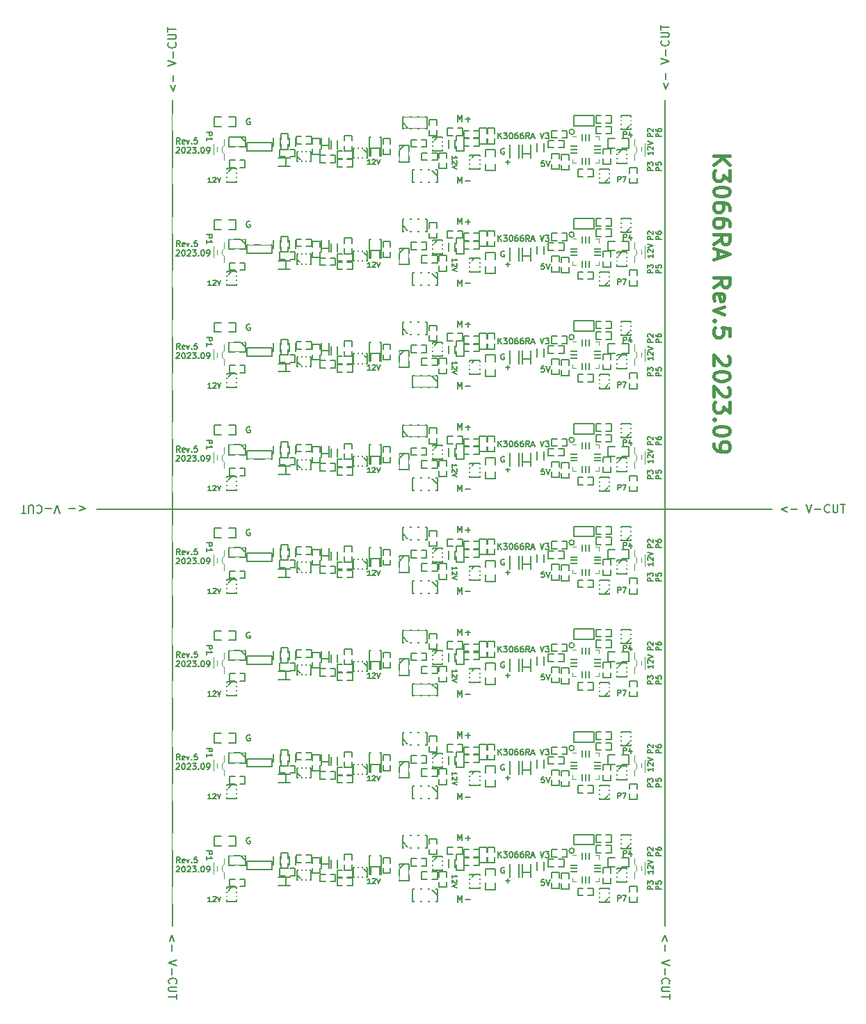
<source format=gto>
G04 #@! TF.GenerationSoftware,KiCad,Pcbnew,7.0.7*
G04 #@! TF.CreationDate,2023-09-19T00:26:08+09:00*
G04 #@! TF.ProjectId,motordecoder2-k3066v3-p,6d6f746f-7264-4656-936f-646572322d6b,rev?*
G04 #@! TF.SameCoordinates,Original*
G04 #@! TF.FileFunction,Legend,Top*
G04 #@! TF.FilePolarity,Positive*
%FSLAX46Y46*%
G04 Gerber Fmt 4.6, Leading zero omitted, Abs format (unit mm)*
G04 Created by KiCad (PCBNEW 7.0.7) date 2023-09-19 00:26:08*
%MOMM*%
%LPD*%
G01*
G04 APERTURE LIST*
G04 Aperture macros list*
%AMRoundRect*
0 Rectangle with rounded corners*
0 $1 Rounding radius*
0 $2 $3 $4 $5 $6 $7 $8 $9 X,Y pos of 4 corners*
0 Add a 4 corners polygon primitive as box body*
4,1,4,$2,$3,$4,$5,$6,$7,$8,$9,$2,$3,0*
0 Add four circle primitives for the rounded corners*
1,1,$1+$1,$2,$3*
1,1,$1+$1,$4,$5*
1,1,$1+$1,$6,$7*
1,1,$1+$1,$8,$9*
0 Add four rect primitives between the rounded corners*
20,1,$1+$1,$2,$3,$4,$5,0*
20,1,$1+$1,$4,$5,$6,$7,0*
20,1,$1+$1,$6,$7,$8,$9,0*
20,1,$1+$1,$8,$9,$2,$3,0*%
%AMFreePoly0*
4,1,14,0.334644,0.085355,0.385355,0.034644,0.400000,-0.000711,0.400000,-0.050000,0.385355,-0.085355,0.350000,-0.100000,-0.350000,-0.100000,-0.385355,-0.085355,-0.400000,-0.050000,-0.400000,0.050000,-0.385355,0.085355,-0.350000,0.100000,0.299289,0.100000,0.334644,0.085355,0.334644,0.085355,$1*%
%AMFreePoly1*
4,1,14,0.385355,0.085355,0.400000,0.050000,0.400000,0.000711,0.385355,-0.034644,0.334644,-0.085355,0.299289,-0.100000,-0.350000,-0.100000,-0.385355,-0.085355,-0.400000,-0.050000,-0.400000,0.050000,-0.385355,0.085355,-0.350000,0.100000,0.350000,0.100000,0.385355,0.085355,0.385355,0.085355,$1*%
%AMFreePoly2*
4,1,14,0.085355,0.385355,0.100000,0.350000,0.100000,-0.350000,0.085355,-0.385355,0.050000,-0.400000,-0.050000,-0.400000,-0.085355,-0.385355,-0.100000,-0.350000,-0.100000,0.299289,-0.085355,0.334644,-0.034644,0.385355,0.000711,0.400000,0.050000,0.400000,0.085355,0.385355,0.085355,0.385355,$1*%
%AMFreePoly3*
4,1,14,0.034644,0.385355,0.085355,0.334644,0.100000,0.299289,0.100000,-0.350000,0.085355,-0.385355,0.050000,-0.400000,-0.050000,-0.400000,-0.085355,-0.385355,-0.100000,-0.350000,-0.100000,0.350000,-0.085355,0.385355,-0.050000,0.400000,-0.000711,0.400000,0.034644,0.385355,0.034644,0.385355,$1*%
%AMFreePoly4*
4,1,14,0.385355,0.085355,0.400000,0.050000,0.400000,-0.050000,0.385355,-0.085355,0.350000,-0.100000,-0.299289,-0.100000,-0.334644,-0.085355,-0.385355,-0.034644,-0.400000,0.000711,-0.400000,0.050000,-0.385355,0.085355,-0.350000,0.100000,0.350000,0.100000,0.385355,0.085355,0.385355,0.085355,$1*%
%AMFreePoly5*
4,1,14,0.385355,0.085355,0.400000,0.050000,0.400000,-0.050000,0.385355,-0.085355,0.350000,-0.100000,-0.350000,-0.100000,-0.385355,-0.085355,-0.400000,-0.050000,-0.400000,-0.000711,-0.385355,0.034644,-0.334644,0.085355,-0.299289,0.100000,0.350000,0.100000,0.385355,0.085355,0.385355,0.085355,$1*%
%AMFreePoly6*
4,1,14,0.085355,0.385355,0.100000,0.350000,0.100000,-0.299289,0.085355,-0.334644,0.034644,-0.385355,-0.000711,-0.400000,-0.050000,-0.400000,-0.085355,-0.385355,-0.100000,-0.350000,-0.100000,0.350000,-0.085355,0.385355,-0.050000,0.400000,0.050000,0.400000,0.085355,0.385355,0.085355,0.385355,$1*%
%AMFreePoly7*
4,1,14,0.085355,0.385355,0.100000,0.350000,0.100000,-0.350000,0.085355,-0.385355,0.050000,-0.400000,0.000711,-0.400000,-0.034644,-0.385355,-0.085355,-0.334644,-0.100000,-0.299289,-0.100000,0.350000,-0.085355,0.385355,-0.050000,0.400000,0.050000,0.400000,0.085355,0.385355,0.085355,0.385355,$1*%
G04 Aperture macros list end*
%ADD10C,0.150000*%
%ADD11C,0.180000*%
%ADD12C,0.140000*%
%ADD13C,0.170000*%
%ADD14C,0.400000*%
%ADD15C,0.200000*%
%ADD16C,0.120000*%
%ADD17R,1.000000X1.800000*%
%ADD18R,1.500000X1.500000*%
%ADD19R,0.950000X0.950000*%
%ADD20R,0.700000X1.000000*%
%ADD21R,0.700000X0.300000*%
%ADD22R,0.300000X0.700000*%
%ADD23R,0.650000X0.900000*%
%ADD24R,0.600000X0.550000*%
%ADD25R,0.550000X0.600000*%
%ADD26R,2.000000X1.500000*%
%ADD27R,0.500000X0.550000*%
%ADD28R,0.900000X0.800000*%
%ADD29R,0.800000X0.500000*%
%ADD30R,0.800000X0.800000*%
%ADD31R,1.000000X1.000000*%
%ADD32R,0.600000X1.000000*%
%ADD33R,0.700000X0.800000*%
%ADD34R,2.000000X2.000000*%
%ADD35R,0.800000X0.600000*%
%ADD36R,1.000000X0.600000*%
%ADD37R,0.900000X0.700000*%
%ADD38R,0.500000X0.800000*%
%ADD39R,0.900000X0.650000*%
%ADD40R,1.200000X0.900000*%
%ADD41R,0.800000X0.900000*%
%ADD42FreePoly0,0.000000*%
%ADD43RoundRect,0.050000X-0.350000X-0.050000X0.350000X-0.050000X0.350000X0.050000X-0.350000X0.050000X0*%
%ADD44FreePoly1,0.000000*%
%ADD45FreePoly2,0.000000*%
%ADD46RoundRect,0.050000X-0.050000X-0.350000X0.050000X-0.350000X0.050000X0.350000X-0.050000X0.350000X0*%
%ADD47FreePoly3,0.000000*%
%ADD48FreePoly4,0.000000*%
%ADD49FreePoly5,0.000000*%
%ADD50FreePoly6,0.000000*%
%ADD51FreePoly7,0.000000*%
%ADD52R,1.700000X1.700000*%
%ADD53R,0.500000X1.450000*%
%ADD54R,0.750000X1.300000*%
%ADD55R,0.300000X0.500000*%
%ADD56C,2.000000*%
G04 APERTURE END LIST*
D10*
X158550000Y-50500000D02*
X159050000Y-50500000D01*
X158800000Y-50250000D02*
X158800000Y-50750000D01*
X158800000Y-112750000D02*
X158800000Y-113250000D01*
X166916228Y-46850000D02*
G75*
G03*
X166916228Y-46850000I-316228J0D01*
G01*
X166916228Y-59350000D02*
G75*
G03*
X166916228Y-59350000I-316228J0D01*
G01*
X178000000Y-80500000D02*
X178000000Y-93500000D01*
X158550000Y-113000000D02*
X159050000Y-113000000D01*
X118000000Y-43000000D02*
X118000000Y-56000000D01*
X118000000Y-93000000D02*
X118000000Y-106000000D01*
X158800000Y-137750000D02*
X158800000Y-138250000D01*
X118000000Y-118000000D02*
X118000000Y-131000000D01*
X118000000Y-130500000D02*
X118000000Y-143500000D01*
X108750000Y-92750000D02*
X191000000Y-92750000D01*
X166916228Y-71850000D02*
G75*
G03*
X166916228Y-71850000I-316228J0D01*
G01*
X166916228Y-109350000D02*
G75*
G03*
X166916228Y-109350000I-316228J0D01*
G01*
X158800000Y-125250000D02*
X158800000Y-125750000D01*
X158550000Y-100500000D02*
X159050000Y-100500000D01*
X166916228Y-96850000D02*
G75*
G03*
X166916228Y-96850000I-316228J0D01*
G01*
X158550000Y-75500000D02*
X159050000Y-75500000D01*
X158550000Y-125500000D02*
X159050000Y-125500000D01*
X178000000Y-68000000D02*
X178000000Y-81000000D01*
X166916228Y-121850000D02*
G75*
G03*
X166916228Y-121850000I-316228J0D01*
G01*
X178000000Y-55500000D02*
X178000000Y-68500000D01*
X158550000Y-88000000D02*
X159050000Y-88000000D01*
X118000000Y-68000000D02*
X118000000Y-81000000D01*
X158800000Y-75250000D02*
X158800000Y-75750000D01*
X158800000Y-87750000D02*
X158800000Y-88250000D01*
X178000000Y-105500000D02*
X178000000Y-118500000D01*
X118000000Y-105500000D02*
X118000000Y-118500000D01*
X178000000Y-43000000D02*
X178000000Y-56000000D01*
X158800000Y-100250000D02*
X158800000Y-100750000D01*
X158800000Y-62750000D02*
X158800000Y-63250000D01*
X158550000Y-63000000D02*
X159050000Y-63000000D01*
X118000000Y-80500000D02*
X118000000Y-93500000D01*
X118000000Y-55500000D02*
X118000000Y-68500000D01*
X178000000Y-118000000D02*
X178000000Y-131000000D01*
X166916228Y-134350000D02*
G75*
G03*
X166916228Y-134350000I-316228J0D01*
G01*
X178000000Y-93000000D02*
X178000000Y-106000000D01*
X166916228Y-84350000D02*
G75*
G03*
X166916228Y-84350000I-316228J0D01*
G01*
X158550000Y-138000000D02*
X159050000Y-138000000D01*
X178000000Y-130500000D02*
X178000000Y-143500000D01*
X176492902Y-49252380D02*
X176492902Y-49623809D01*
X176492902Y-49438095D02*
X175842902Y-49438095D01*
X175842902Y-49438095D02*
X175935759Y-49499999D01*
X175935759Y-49499999D02*
X175997664Y-49561904D01*
X175997664Y-49561904D02*
X176028616Y-49623809D01*
X175904807Y-49004761D02*
X175873854Y-48973809D01*
X175873854Y-48973809D02*
X175842902Y-48911904D01*
X175842902Y-48911904D02*
X175842902Y-48757142D01*
X175842902Y-48757142D02*
X175873854Y-48695237D01*
X175873854Y-48695237D02*
X175904807Y-48664285D01*
X175904807Y-48664285D02*
X175966711Y-48633332D01*
X175966711Y-48633332D02*
X176028616Y-48633332D01*
X176028616Y-48633332D02*
X176121473Y-48664285D01*
X176121473Y-48664285D02*
X176492902Y-49035713D01*
X176492902Y-49035713D02*
X176492902Y-48633332D01*
X175842902Y-48447618D02*
X176492902Y-48230951D01*
X176492902Y-48230951D02*
X175842902Y-48014284D01*
D11*
X127446428Y-45273318D02*
X127375000Y-45237604D01*
X127375000Y-45237604D02*
X127267857Y-45237604D01*
X127267857Y-45237604D02*
X127160714Y-45273318D01*
X127160714Y-45273318D02*
X127089285Y-45344747D01*
X127089285Y-45344747D02*
X127053571Y-45416175D01*
X127053571Y-45416175D02*
X127017857Y-45559032D01*
X127017857Y-45559032D02*
X127017857Y-45666175D01*
X127017857Y-45666175D02*
X127053571Y-45809032D01*
X127053571Y-45809032D02*
X127089285Y-45880461D01*
X127089285Y-45880461D02*
X127160714Y-45951890D01*
X127160714Y-45951890D02*
X127267857Y-45987604D01*
X127267857Y-45987604D02*
X127339285Y-45987604D01*
X127339285Y-45987604D02*
X127446428Y-45951890D01*
X127446428Y-45951890D02*
X127482142Y-45916175D01*
X127482142Y-45916175D02*
X127482142Y-45666175D01*
X127482142Y-45666175D02*
X127339285Y-45666175D01*
D12*
X122716190Y-53029543D02*
X122361905Y-53029543D01*
X122539048Y-53029543D02*
X122539048Y-52409543D01*
X122539048Y-52409543D02*
X122480000Y-52498115D01*
X122480000Y-52498115D02*
X122420952Y-52557162D01*
X122420952Y-52557162D02*
X122361905Y-52586686D01*
X122952381Y-52468591D02*
X122981905Y-52439067D01*
X122981905Y-52439067D02*
X123040952Y-52409543D01*
X123040952Y-52409543D02*
X123188571Y-52409543D01*
X123188571Y-52409543D02*
X123247619Y-52439067D01*
X123247619Y-52439067D02*
X123277143Y-52468591D01*
X123277143Y-52468591D02*
X123306666Y-52527639D01*
X123306666Y-52527639D02*
X123306666Y-52586686D01*
X123306666Y-52586686D02*
X123277143Y-52675258D01*
X123277143Y-52675258D02*
X122922857Y-53029543D01*
X122922857Y-53029543D02*
X123306666Y-53029543D01*
X123483809Y-52409543D02*
X123690476Y-53029543D01*
X123690476Y-53029543D02*
X123897142Y-52409543D01*
D10*
X176492902Y-47429762D02*
X175842902Y-47429762D01*
X175842902Y-47429762D02*
X175842902Y-47182143D01*
X175842902Y-47182143D02*
X175873854Y-47120238D01*
X175873854Y-47120238D02*
X175904807Y-47089285D01*
X175904807Y-47089285D02*
X175966711Y-47058333D01*
X175966711Y-47058333D02*
X176059569Y-47058333D01*
X176059569Y-47058333D02*
X176121473Y-47089285D01*
X176121473Y-47089285D02*
X176152426Y-47120238D01*
X176152426Y-47120238D02*
X176183378Y-47182143D01*
X176183378Y-47182143D02*
X176183378Y-47429762D01*
X175904807Y-46810714D02*
X175873854Y-46779762D01*
X175873854Y-46779762D02*
X175842902Y-46717857D01*
X175842902Y-46717857D02*
X175842902Y-46563095D01*
X175842902Y-46563095D02*
X175873854Y-46501190D01*
X175873854Y-46501190D02*
X175904807Y-46470238D01*
X175904807Y-46470238D02*
X175966711Y-46439285D01*
X175966711Y-46439285D02*
X176028616Y-46439285D01*
X176028616Y-46439285D02*
X176121473Y-46470238D01*
X176121473Y-46470238D02*
X176492902Y-46841666D01*
X176492902Y-46841666D02*
X176492902Y-46439285D01*
X172920237Y-47492902D02*
X172920237Y-46842902D01*
X172920237Y-46842902D02*
X173167856Y-46842902D01*
X173167856Y-46842902D02*
X173229761Y-46873854D01*
X173229761Y-46873854D02*
X173260714Y-46904807D01*
X173260714Y-46904807D02*
X173291666Y-46966711D01*
X173291666Y-46966711D02*
X173291666Y-47059569D01*
X173291666Y-47059569D02*
X173260714Y-47121473D01*
X173260714Y-47121473D02*
X173229761Y-47152426D01*
X173229761Y-47152426D02*
X173167856Y-47183378D01*
X173167856Y-47183378D02*
X172920237Y-47183378D01*
X173848809Y-47059569D02*
X173848809Y-47492902D01*
X173694047Y-46811950D02*
X173539285Y-47276235D01*
X173539285Y-47276235D02*
X173941666Y-47276235D01*
X172220237Y-52942902D02*
X172220237Y-52292902D01*
X172220237Y-52292902D02*
X172467856Y-52292902D01*
X172467856Y-52292902D02*
X172529761Y-52323854D01*
X172529761Y-52323854D02*
X172560714Y-52354807D01*
X172560714Y-52354807D02*
X172591666Y-52416711D01*
X172591666Y-52416711D02*
X172591666Y-52509569D01*
X172591666Y-52509569D02*
X172560714Y-52571473D01*
X172560714Y-52571473D02*
X172529761Y-52602426D01*
X172529761Y-52602426D02*
X172467856Y-52633378D01*
X172467856Y-52633378D02*
X172220237Y-52633378D01*
X172808333Y-52292902D02*
X173241666Y-52292902D01*
X173241666Y-52292902D02*
X172963095Y-52942902D01*
X177492902Y-51529762D02*
X176842902Y-51529762D01*
X176842902Y-51529762D02*
X176842902Y-51282143D01*
X176842902Y-51282143D02*
X176873854Y-51220238D01*
X176873854Y-51220238D02*
X176904807Y-51189285D01*
X176904807Y-51189285D02*
X176966711Y-51158333D01*
X176966711Y-51158333D02*
X177059569Y-51158333D01*
X177059569Y-51158333D02*
X177121473Y-51189285D01*
X177121473Y-51189285D02*
X177152426Y-51220238D01*
X177152426Y-51220238D02*
X177183378Y-51282143D01*
X177183378Y-51282143D02*
X177183378Y-51529762D01*
X176842902Y-50570238D02*
X176842902Y-50879762D01*
X176842902Y-50879762D02*
X177152426Y-50910714D01*
X177152426Y-50910714D02*
X177121473Y-50879762D01*
X177121473Y-50879762D02*
X177090521Y-50817857D01*
X177090521Y-50817857D02*
X177090521Y-50663095D01*
X177090521Y-50663095D02*
X177121473Y-50601190D01*
X177121473Y-50601190D02*
X177152426Y-50570238D01*
X177152426Y-50570238D02*
X177214330Y-50539285D01*
X177214330Y-50539285D02*
X177369092Y-50539285D01*
X177369092Y-50539285D02*
X177430997Y-50570238D01*
X177430997Y-50570238D02*
X177461950Y-50601190D01*
X177461950Y-50601190D02*
X177492902Y-50663095D01*
X177492902Y-50663095D02*
X177492902Y-50817857D01*
X177492902Y-50817857D02*
X177461950Y-50879762D01*
X177461950Y-50879762D02*
X177430997Y-50910714D01*
D13*
X163266667Y-50364993D02*
X162933333Y-50364993D01*
X162933333Y-50364993D02*
X162900000Y-50698326D01*
X162900000Y-50698326D02*
X162933333Y-50664993D01*
X162933333Y-50664993D02*
X163000000Y-50631660D01*
X163000000Y-50631660D02*
X163166667Y-50631660D01*
X163166667Y-50631660D02*
X163233333Y-50664993D01*
X163233333Y-50664993D02*
X163266667Y-50698326D01*
X163266667Y-50698326D02*
X163300000Y-50764993D01*
X163300000Y-50764993D02*
X163300000Y-50931660D01*
X163300000Y-50931660D02*
X163266667Y-50998326D01*
X163266667Y-50998326D02*
X163233333Y-51031660D01*
X163233333Y-51031660D02*
X163166667Y-51064993D01*
X163166667Y-51064993D02*
X163000000Y-51064993D01*
X163000000Y-51064993D02*
X162933333Y-51031660D01*
X162933333Y-51031660D02*
X162900000Y-50998326D01*
X163500000Y-50364993D02*
X163733334Y-51064993D01*
X163733334Y-51064993D02*
X163966667Y-50364993D01*
X158383333Y-48898326D02*
X158316666Y-48864993D01*
X158316666Y-48864993D02*
X158216666Y-48864993D01*
X158216666Y-48864993D02*
X158116666Y-48898326D01*
X158116666Y-48898326D02*
X158050000Y-48964993D01*
X158050000Y-48964993D02*
X158016666Y-49031660D01*
X158016666Y-49031660D02*
X157983333Y-49164993D01*
X157983333Y-49164993D02*
X157983333Y-49264993D01*
X157983333Y-49264993D02*
X158016666Y-49398326D01*
X158016666Y-49398326D02*
X158050000Y-49464993D01*
X158050000Y-49464993D02*
X158116666Y-49531660D01*
X158116666Y-49531660D02*
X158216666Y-49564993D01*
X158216666Y-49564993D02*
X158283333Y-49564993D01*
X158283333Y-49564993D02*
X158383333Y-49531660D01*
X158383333Y-49531660D02*
X158416666Y-49498326D01*
X158416666Y-49498326D02*
X158416666Y-49264993D01*
X158416666Y-49264993D02*
X158283333Y-49264993D01*
D10*
X142116190Y-50829023D02*
X141761905Y-50829023D01*
X141939048Y-50829023D02*
X141939048Y-50209023D01*
X141939048Y-50209023D02*
X141880000Y-50297595D01*
X141880000Y-50297595D02*
X141820952Y-50356642D01*
X141820952Y-50356642D02*
X141761905Y-50386166D01*
X142352381Y-50268071D02*
X142381905Y-50238547D01*
X142381905Y-50238547D02*
X142440952Y-50209023D01*
X142440952Y-50209023D02*
X142588571Y-50209023D01*
X142588571Y-50209023D02*
X142647619Y-50238547D01*
X142647619Y-50238547D02*
X142677143Y-50268071D01*
X142677143Y-50268071D02*
X142706666Y-50327119D01*
X142706666Y-50327119D02*
X142706666Y-50386166D01*
X142706666Y-50386166D02*
X142677143Y-50474738D01*
X142677143Y-50474738D02*
X142322857Y-50829023D01*
X142322857Y-50829023D02*
X142706666Y-50829023D01*
X142883809Y-50209023D02*
X143090476Y-50829023D01*
X143090476Y-50829023D02*
X143297142Y-50209023D01*
D11*
X152738095Y-65610735D02*
X152738095Y-64810735D01*
X152738095Y-64810735D02*
X153004761Y-65382163D01*
X153004761Y-65382163D02*
X153271428Y-64810735D01*
X153271428Y-64810735D02*
X153271428Y-65610735D01*
X153652381Y-65305973D02*
X154261905Y-65305973D01*
X152738095Y-95610735D02*
X152738095Y-94810735D01*
X152738095Y-94810735D02*
X153004761Y-95382163D01*
X153004761Y-95382163D02*
X153271428Y-94810735D01*
X153271428Y-94810735D02*
X153271428Y-95610735D01*
X153652381Y-95305973D02*
X154261905Y-95305973D01*
X153957143Y-95610735D02*
X153957143Y-95001211D01*
D10*
X176492902Y-51529762D02*
X175842902Y-51529762D01*
X175842902Y-51529762D02*
X175842902Y-51282143D01*
X175842902Y-51282143D02*
X175873854Y-51220238D01*
X175873854Y-51220238D02*
X175904807Y-51189285D01*
X175904807Y-51189285D02*
X175966711Y-51158333D01*
X175966711Y-51158333D02*
X176059569Y-51158333D01*
X176059569Y-51158333D02*
X176121473Y-51189285D01*
X176121473Y-51189285D02*
X176152426Y-51220238D01*
X176152426Y-51220238D02*
X176183378Y-51282143D01*
X176183378Y-51282143D02*
X176183378Y-51529762D01*
X175842902Y-50941666D02*
X175842902Y-50539285D01*
X175842902Y-50539285D02*
X176090521Y-50755952D01*
X176090521Y-50755952D02*
X176090521Y-50663095D01*
X176090521Y-50663095D02*
X176121473Y-50601190D01*
X176121473Y-50601190D02*
X176152426Y-50570238D01*
X176152426Y-50570238D02*
X176214330Y-50539285D01*
X176214330Y-50539285D02*
X176369092Y-50539285D01*
X176369092Y-50539285D02*
X176430997Y-50570238D01*
X176430997Y-50570238D02*
X176461950Y-50601190D01*
X176461950Y-50601190D02*
X176492902Y-50663095D01*
X176492902Y-50663095D02*
X176492902Y-50848809D01*
X176492902Y-50848809D02*
X176461950Y-50910714D01*
X176461950Y-50910714D02*
X176430997Y-50941666D01*
D11*
X152738095Y-58110735D02*
X152738095Y-57310735D01*
X152738095Y-57310735D02*
X153004761Y-57882163D01*
X153004761Y-57882163D02*
X153271428Y-57310735D01*
X153271428Y-57310735D02*
X153271428Y-58110735D01*
X153652381Y-57805973D02*
X154261905Y-57805973D01*
X153957143Y-58110735D02*
X153957143Y-57501211D01*
X152738095Y-108110735D02*
X152738095Y-107310735D01*
X152738095Y-107310735D02*
X153004761Y-107882163D01*
X153004761Y-107882163D02*
X153271428Y-107310735D01*
X153271428Y-107310735D02*
X153271428Y-108110735D01*
X153652381Y-107805973D02*
X154261905Y-107805973D01*
X153957143Y-108110735D02*
X153957143Y-107501211D01*
D13*
X158383333Y-86398326D02*
X158316666Y-86364993D01*
X158316666Y-86364993D02*
X158216666Y-86364993D01*
X158216666Y-86364993D02*
X158116666Y-86398326D01*
X158116666Y-86398326D02*
X158050000Y-86464993D01*
X158050000Y-86464993D02*
X158016666Y-86531660D01*
X158016666Y-86531660D02*
X157983333Y-86664993D01*
X157983333Y-86664993D02*
X157983333Y-86764993D01*
X157983333Y-86764993D02*
X158016666Y-86898326D01*
X158016666Y-86898326D02*
X158050000Y-86964993D01*
X158050000Y-86964993D02*
X158116666Y-87031660D01*
X158116666Y-87031660D02*
X158216666Y-87064993D01*
X158216666Y-87064993D02*
X158283333Y-87064993D01*
X158283333Y-87064993D02*
X158383333Y-87031660D01*
X158383333Y-87031660D02*
X158416666Y-86998326D01*
X158416666Y-86998326D02*
X158416666Y-86764993D01*
X158416666Y-86764993D02*
X158283333Y-86764993D01*
D10*
X142116190Y-75829023D02*
X141761905Y-75829023D01*
X141939048Y-75829023D02*
X141939048Y-75209023D01*
X141939048Y-75209023D02*
X141880000Y-75297595D01*
X141880000Y-75297595D02*
X141820952Y-75356642D01*
X141820952Y-75356642D02*
X141761905Y-75386166D01*
X142352381Y-75268071D02*
X142381905Y-75238547D01*
X142381905Y-75238547D02*
X142440952Y-75209023D01*
X142440952Y-75209023D02*
X142588571Y-75209023D01*
X142588571Y-75209023D02*
X142647619Y-75238547D01*
X142647619Y-75238547D02*
X142677143Y-75268071D01*
X142677143Y-75268071D02*
X142706666Y-75327119D01*
X142706666Y-75327119D02*
X142706666Y-75386166D01*
X142706666Y-75386166D02*
X142677143Y-75474738D01*
X142677143Y-75474738D02*
X142322857Y-75829023D01*
X142322857Y-75829023D02*
X142706666Y-75829023D01*
X142883809Y-75209023D02*
X143090476Y-75829023D01*
X143090476Y-75829023D02*
X143297142Y-75209023D01*
D12*
X122716190Y-65529543D02*
X122361905Y-65529543D01*
X122539048Y-65529543D02*
X122539048Y-64909543D01*
X122539048Y-64909543D02*
X122480000Y-64998115D01*
X122480000Y-64998115D02*
X122420952Y-65057162D01*
X122420952Y-65057162D02*
X122361905Y-65086686D01*
X122952381Y-64968591D02*
X122981905Y-64939067D01*
X122981905Y-64939067D02*
X123040952Y-64909543D01*
X123040952Y-64909543D02*
X123188571Y-64909543D01*
X123188571Y-64909543D02*
X123247619Y-64939067D01*
X123247619Y-64939067D02*
X123277143Y-64968591D01*
X123277143Y-64968591D02*
X123306666Y-65027639D01*
X123306666Y-65027639D02*
X123306666Y-65086686D01*
X123306666Y-65086686D02*
X123277143Y-65175258D01*
X123277143Y-65175258D02*
X122922857Y-65529543D01*
X122922857Y-65529543D02*
X123306666Y-65529543D01*
X123483809Y-64909543D02*
X123690476Y-65529543D01*
X123690476Y-65529543D02*
X123897142Y-64909543D01*
D10*
X176492902Y-89029762D02*
X175842902Y-89029762D01*
X175842902Y-89029762D02*
X175842902Y-88782143D01*
X175842902Y-88782143D02*
X175873854Y-88720238D01*
X175873854Y-88720238D02*
X175904807Y-88689285D01*
X175904807Y-88689285D02*
X175966711Y-88658333D01*
X175966711Y-88658333D02*
X176059569Y-88658333D01*
X176059569Y-88658333D02*
X176121473Y-88689285D01*
X176121473Y-88689285D02*
X176152426Y-88720238D01*
X176152426Y-88720238D02*
X176183378Y-88782143D01*
X176183378Y-88782143D02*
X176183378Y-89029762D01*
X175842902Y-88441666D02*
X175842902Y-88039285D01*
X175842902Y-88039285D02*
X176090521Y-88255952D01*
X176090521Y-88255952D02*
X176090521Y-88163095D01*
X176090521Y-88163095D02*
X176121473Y-88101190D01*
X176121473Y-88101190D02*
X176152426Y-88070238D01*
X176152426Y-88070238D02*
X176214330Y-88039285D01*
X176214330Y-88039285D02*
X176369092Y-88039285D01*
X176369092Y-88039285D02*
X176430997Y-88070238D01*
X176430997Y-88070238D02*
X176461950Y-88101190D01*
X176461950Y-88101190D02*
X176492902Y-88163095D01*
X176492902Y-88163095D02*
X176492902Y-88348809D01*
X176492902Y-88348809D02*
X176461950Y-88410714D01*
X176461950Y-88410714D02*
X176430997Y-88441666D01*
D12*
X122716190Y-115529543D02*
X122361905Y-115529543D01*
X122539048Y-115529543D02*
X122539048Y-114909543D01*
X122539048Y-114909543D02*
X122480000Y-114998115D01*
X122480000Y-114998115D02*
X122420952Y-115057162D01*
X122420952Y-115057162D02*
X122361905Y-115086686D01*
X122952381Y-114968591D02*
X122981905Y-114939067D01*
X122981905Y-114939067D02*
X123040952Y-114909543D01*
X123040952Y-114909543D02*
X123188571Y-114909543D01*
X123188571Y-114909543D02*
X123247619Y-114939067D01*
X123247619Y-114939067D02*
X123277143Y-114968591D01*
X123277143Y-114968591D02*
X123306666Y-115027639D01*
X123306666Y-115027639D02*
X123306666Y-115086686D01*
X123306666Y-115086686D02*
X123277143Y-115175258D01*
X123277143Y-115175258D02*
X122922857Y-115529543D01*
X122922857Y-115529543D02*
X123306666Y-115529543D01*
X123483809Y-114909543D02*
X123690476Y-115529543D01*
X123690476Y-115529543D02*
X123897142Y-114909543D01*
D10*
X176492902Y-124252380D02*
X176492902Y-124623809D01*
X176492902Y-124438095D02*
X175842902Y-124438095D01*
X175842902Y-124438095D02*
X175935759Y-124499999D01*
X175935759Y-124499999D02*
X175997664Y-124561904D01*
X175997664Y-124561904D02*
X176028616Y-124623809D01*
X175904807Y-124004761D02*
X175873854Y-123973809D01*
X175873854Y-123973809D02*
X175842902Y-123911904D01*
X175842902Y-123911904D02*
X175842902Y-123757142D01*
X175842902Y-123757142D02*
X175873854Y-123695237D01*
X175873854Y-123695237D02*
X175904807Y-123664285D01*
X175904807Y-123664285D02*
X175966711Y-123633332D01*
X175966711Y-123633332D02*
X176028616Y-123633332D01*
X176028616Y-123633332D02*
X176121473Y-123664285D01*
X176121473Y-123664285D02*
X176492902Y-124035713D01*
X176492902Y-124035713D02*
X176492902Y-123633332D01*
X175842902Y-123447618D02*
X176492902Y-123230951D01*
X176492902Y-123230951D02*
X175842902Y-123014284D01*
D13*
X158383333Y-73898326D02*
X158316666Y-73864993D01*
X158316666Y-73864993D02*
X158216666Y-73864993D01*
X158216666Y-73864993D02*
X158116666Y-73898326D01*
X158116666Y-73898326D02*
X158050000Y-73964993D01*
X158050000Y-73964993D02*
X158016666Y-74031660D01*
X158016666Y-74031660D02*
X157983333Y-74164993D01*
X157983333Y-74164993D02*
X157983333Y-74264993D01*
X157983333Y-74264993D02*
X158016666Y-74398326D01*
X158016666Y-74398326D02*
X158050000Y-74464993D01*
X158050000Y-74464993D02*
X158116666Y-74531660D01*
X158116666Y-74531660D02*
X158216666Y-74564993D01*
X158216666Y-74564993D02*
X158283333Y-74564993D01*
X158283333Y-74564993D02*
X158383333Y-74531660D01*
X158383333Y-74531660D02*
X158416666Y-74498326D01*
X158416666Y-74498326D02*
X158416666Y-74264993D01*
X158416666Y-74264993D02*
X158283333Y-74264993D01*
D10*
X177492902Y-114029762D02*
X176842902Y-114029762D01*
X176842902Y-114029762D02*
X176842902Y-113782143D01*
X176842902Y-113782143D02*
X176873854Y-113720238D01*
X176873854Y-113720238D02*
X176904807Y-113689285D01*
X176904807Y-113689285D02*
X176966711Y-113658333D01*
X176966711Y-113658333D02*
X177059569Y-113658333D01*
X177059569Y-113658333D02*
X177121473Y-113689285D01*
X177121473Y-113689285D02*
X177152426Y-113720238D01*
X177152426Y-113720238D02*
X177183378Y-113782143D01*
X177183378Y-113782143D02*
X177183378Y-114029762D01*
X176842902Y-113070238D02*
X176842902Y-113379762D01*
X176842902Y-113379762D02*
X177152426Y-113410714D01*
X177152426Y-113410714D02*
X177121473Y-113379762D01*
X177121473Y-113379762D02*
X177090521Y-113317857D01*
X177090521Y-113317857D02*
X177090521Y-113163095D01*
X177090521Y-113163095D02*
X177121473Y-113101190D01*
X177121473Y-113101190D02*
X177152426Y-113070238D01*
X177152426Y-113070238D02*
X177214330Y-113039285D01*
X177214330Y-113039285D02*
X177369092Y-113039285D01*
X177369092Y-113039285D02*
X177430997Y-113070238D01*
X177430997Y-113070238D02*
X177461950Y-113101190D01*
X177461950Y-113101190D02*
X177492902Y-113163095D01*
X177492902Y-113163095D02*
X177492902Y-113317857D01*
X177492902Y-113317857D02*
X177461950Y-113379762D01*
X177461950Y-113379762D02*
X177430997Y-113410714D01*
X152020976Y-62666190D02*
X152020976Y-62311905D01*
X152020976Y-62489048D02*
X152640976Y-62489048D01*
X152640976Y-62489048D02*
X152552404Y-62430000D01*
X152552404Y-62430000D02*
X152493357Y-62370952D01*
X152493357Y-62370952D02*
X152463833Y-62311905D01*
X152581928Y-62902381D02*
X152611452Y-62931905D01*
X152611452Y-62931905D02*
X152640976Y-62990952D01*
X152640976Y-62990952D02*
X152640976Y-63138571D01*
X152640976Y-63138571D02*
X152611452Y-63197619D01*
X152611452Y-63197619D02*
X152581928Y-63227143D01*
X152581928Y-63227143D02*
X152522880Y-63256666D01*
X152522880Y-63256666D02*
X152463833Y-63256666D01*
X152463833Y-63256666D02*
X152375261Y-63227143D01*
X152375261Y-63227143D02*
X152020976Y-62872857D01*
X152020976Y-62872857D02*
X152020976Y-63256666D01*
X152640976Y-63433809D02*
X152020976Y-63640476D01*
X152020976Y-63640476D02*
X152640976Y-63847142D01*
D11*
X127446428Y-95273318D02*
X127375000Y-95237604D01*
X127375000Y-95237604D02*
X127267857Y-95237604D01*
X127267857Y-95237604D02*
X127160714Y-95273318D01*
X127160714Y-95273318D02*
X127089285Y-95344747D01*
X127089285Y-95344747D02*
X127053571Y-95416175D01*
X127053571Y-95416175D02*
X127017857Y-95559032D01*
X127017857Y-95559032D02*
X127017857Y-95666175D01*
X127017857Y-95666175D02*
X127053571Y-95809032D01*
X127053571Y-95809032D02*
X127089285Y-95880461D01*
X127089285Y-95880461D02*
X127160714Y-95951890D01*
X127160714Y-95951890D02*
X127267857Y-95987604D01*
X127267857Y-95987604D02*
X127339285Y-95987604D01*
X127339285Y-95987604D02*
X127446428Y-95951890D01*
X127446428Y-95951890D02*
X127482142Y-95916175D01*
X127482142Y-95916175D02*
X127482142Y-95666175D01*
X127482142Y-95666175D02*
X127339285Y-95666175D01*
D13*
X157678508Y-47664993D02*
X157678508Y-46964993D01*
X158078508Y-47664993D02*
X157778508Y-47264993D01*
X158078508Y-46964993D02*
X157678508Y-47364993D01*
X158311842Y-46964993D02*
X158745175Y-46964993D01*
X158745175Y-46964993D02*
X158511842Y-47231660D01*
X158511842Y-47231660D02*
X158611842Y-47231660D01*
X158611842Y-47231660D02*
X158678508Y-47264993D01*
X158678508Y-47264993D02*
X158711842Y-47298326D01*
X158711842Y-47298326D02*
X158745175Y-47364993D01*
X158745175Y-47364993D02*
X158745175Y-47531660D01*
X158745175Y-47531660D02*
X158711842Y-47598326D01*
X158711842Y-47598326D02*
X158678508Y-47631660D01*
X158678508Y-47631660D02*
X158611842Y-47664993D01*
X158611842Y-47664993D02*
X158411842Y-47664993D01*
X158411842Y-47664993D02*
X158345175Y-47631660D01*
X158345175Y-47631660D02*
X158311842Y-47598326D01*
X159178509Y-46964993D02*
X159245175Y-46964993D01*
X159245175Y-46964993D02*
X159311842Y-46998326D01*
X159311842Y-46998326D02*
X159345175Y-47031660D01*
X159345175Y-47031660D02*
X159378509Y-47098326D01*
X159378509Y-47098326D02*
X159411842Y-47231660D01*
X159411842Y-47231660D02*
X159411842Y-47398326D01*
X159411842Y-47398326D02*
X159378509Y-47531660D01*
X159378509Y-47531660D02*
X159345175Y-47598326D01*
X159345175Y-47598326D02*
X159311842Y-47631660D01*
X159311842Y-47631660D02*
X159245175Y-47664993D01*
X159245175Y-47664993D02*
X159178509Y-47664993D01*
X159178509Y-47664993D02*
X159111842Y-47631660D01*
X159111842Y-47631660D02*
X159078509Y-47598326D01*
X159078509Y-47598326D02*
X159045175Y-47531660D01*
X159045175Y-47531660D02*
X159011842Y-47398326D01*
X159011842Y-47398326D02*
X159011842Y-47231660D01*
X159011842Y-47231660D02*
X159045175Y-47098326D01*
X159045175Y-47098326D02*
X159078509Y-47031660D01*
X159078509Y-47031660D02*
X159111842Y-46998326D01*
X159111842Y-46998326D02*
X159178509Y-46964993D01*
X160011842Y-46964993D02*
X159878509Y-46964993D01*
X159878509Y-46964993D02*
X159811842Y-46998326D01*
X159811842Y-46998326D02*
X159778509Y-47031660D01*
X159778509Y-47031660D02*
X159711842Y-47131660D01*
X159711842Y-47131660D02*
X159678509Y-47264993D01*
X159678509Y-47264993D02*
X159678509Y-47531660D01*
X159678509Y-47531660D02*
X159711842Y-47598326D01*
X159711842Y-47598326D02*
X159745176Y-47631660D01*
X159745176Y-47631660D02*
X159811842Y-47664993D01*
X159811842Y-47664993D02*
X159945176Y-47664993D01*
X159945176Y-47664993D02*
X160011842Y-47631660D01*
X160011842Y-47631660D02*
X160045176Y-47598326D01*
X160045176Y-47598326D02*
X160078509Y-47531660D01*
X160078509Y-47531660D02*
X160078509Y-47364993D01*
X160078509Y-47364993D02*
X160045176Y-47298326D01*
X160045176Y-47298326D02*
X160011842Y-47264993D01*
X160011842Y-47264993D02*
X159945176Y-47231660D01*
X159945176Y-47231660D02*
X159811842Y-47231660D01*
X159811842Y-47231660D02*
X159745176Y-47264993D01*
X159745176Y-47264993D02*
X159711842Y-47298326D01*
X159711842Y-47298326D02*
X159678509Y-47364993D01*
X160678509Y-46964993D02*
X160545176Y-46964993D01*
X160545176Y-46964993D02*
X160478509Y-46998326D01*
X160478509Y-46998326D02*
X160445176Y-47031660D01*
X160445176Y-47031660D02*
X160378509Y-47131660D01*
X160378509Y-47131660D02*
X160345176Y-47264993D01*
X160345176Y-47264993D02*
X160345176Y-47531660D01*
X160345176Y-47531660D02*
X160378509Y-47598326D01*
X160378509Y-47598326D02*
X160411843Y-47631660D01*
X160411843Y-47631660D02*
X160478509Y-47664993D01*
X160478509Y-47664993D02*
X160611843Y-47664993D01*
X160611843Y-47664993D02*
X160678509Y-47631660D01*
X160678509Y-47631660D02*
X160711843Y-47598326D01*
X160711843Y-47598326D02*
X160745176Y-47531660D01*
X160745176Y-47531660D02*
X160745176Y-47364993D01*
X160745176Y-47364993D02*
X160711843Y-47298326D01*
X160711843Y-47298326D02*
X160678509Y-47264993D01*
X160678509Y-47264993D02*
X160611843Y-47231660D01*
X160611843Y-47231660D02*
X160478509Y-47231660D01*
X160478509Y-47231660D02*
X160411843Y-47264993D01*
X160411843Y-47264993D02*
X160378509Y-47298326D01*
X160378509Y-47298326D02*
X160345176Y-47364993D01*
X161445176Y-47664993D02*
X161211843Y-47331660D01*
X161045176Y-47664993D02*
X161045176Y-46964993D01*
X161045176Y-46964993D02*
X161311843Y-46964993D01*
X161311843Y-46964993D02*
X161378510Y-46998326D01*
X161378510Y-46998326D02*
X161411843Y-47031660D01*
X161411843Y-47031660D02*
X161445176Y-47098326D01*
X161445176Y-47098326D02*
X161445176Y-47198326D01*
X161445176Y-47198326D02*
X161411843Y-47264993D01*
X161411843Y-47264993D02*
X161378510Y-47298326D01*
X161378510Y-47298326D02*
X161311843Y-47331660D01*
X161311843Y-47331660D02*
X161045176Y-47331660D01*
X161711843Y-47464993D02*
X162045176Y-47464993D01*
X161645176Y-47664993D02*
X161878510Y-46964993D01*
X161878510Y-46964993D02*
X162111843Y-47664993D01*
X162778509Y-46964993D02*
X163011843Y-47664993D01*
X163011843Y-47664993D02*
X163245176Y-46964993D01*
X163411843Y-46964993D02*
X163845176Y-46964993D01*
X163845176Y-46964993D02*
X163611843Y-47231660D01*
X163611843Y-47231660D02*
X163711843Y-47231660D01*
X163711843Y-47231660D02*
X163778509Y-47264993D01*
X163778509Y-47264993D02*
X163811843Y-47298326D01*
X163811843Y-47298326D02*
X163845176Y-47364993D01*
X163845176Y-47364993D02*
X163845176Y-47531660D01*
X163845176Y-47531660D02*
X163811843Y-47598326D01*
X163811843Y-47598326D02*
X163778509Y-47631660D01*
X163778509Y-47631660D02*
X163711843Y-47664993D01*
X163711843Y-47664993D02*
X163511843Y-47664993D01*
X163511843Y-47664993D02*
X163445176Y-47631660D01*
X163445176Y-47631660D02*
X163411843Y-47598326D01*
D10*
X177492902Y-139029762D02*
X176842902Y-139029762D01*
X176842902Y-139029762D02*
X176842902Y-138782143D01*
X176842902Y-138782143D02*
X176873854Y-138720238D01*
X176873854Y-138720238D02*
X176904807Y-138689285D01*
X176904807Y-138689285D02*
X176966711Y-138658333D01*
X176966711Y-138658333D02*
X177059569Y-138658333D01*
X177059569Y-138658333D02*
X177121473Y-138689285D01*
X177121473Y-138689285D02*
X177152426Y-138720238D01*
X177152426Y-138720238D02*
X177183378Y-138782143D01*
X177183378Y-138782143D02*
X177183378Y-139029762D01*
X176842902Y-138070238D02*
X176842902Y-138379762D01*
X176842902Y-138379762D02*
X177152426Y-138410714D01*
X177152426Y-138410714D02*
X177121473Y-138379762D01*
X177121473Y-138379762D02*
X177090521Y-138317857D01*
X177090521Y-138317857D02*
X177090521Y-138163095D01*
X177090521Y-138163095D02*
X177121473Y-138101190D01*
X177121473Y-138101190D02*
X177152426Y-138070238D01*
X177152426Y-138070238D02*
X177214330Y-138039285D01*
X177214330Y-138039285D02*
X177369092Y-138039285D01*
X177369092Y-138039285D02*
X177430997Y-138070238D01*
X177430997Y-138070238D02*
X177461950Y-138101190D01*
X177461950Y-138101190D02*
X177492902Y-138163095D01*
X177492902Y-138163095D02*
X177492902Y-138317857D01*
X177492902Y-138317857D02*
X177461950Y-138379762D01*
X177461950Y-138379762D02*
X177430997Y-138410714D01*
D12*
X122716190Y-78029543D02*
X122361905Y-78029543D01*
X122539048Y-78029543D02*
X122539048Y-77409543D01*
X122539048Y-77409543D02*
X122480000Y-77498115D01*
X122480000Y-77498115D02*
X122420952Y-77557162D01*
X122420952Y-77557162D02*
X122361905Y-77586686D01*
X122952381Y-77468591D02*
X122981905Y-77439067D01*
X122981905Y-77439067D02*
X123040952Y-77409543D01*
X123040952Y-77409543D02*
X123188571Y-77409543D01*
X123188571Y-77409543D02*
X123247619Y-77439067D01*
X123247619Y-77439067D02*
X123277143Y-77468591D01*
X123277143Y-77468591D02*
X123306666Y-77527639D01*
X123306666Y-77527639D02*
X123306666Y-77586686D01*
X123306666Y-77586686D02*
X123277143Y-77675258D01*
X123277143Y-77675258D02*
X122922857Y-78029543D01*
X122922857Y-78029543D02*
X123306666Y-78029543D01*
X123483809Y-77409543D02*
X123690476Y-78029543D01*
X123690476Y-78029543D02*
X123897142Y-77409543D01*
D10*
X122133966Y-96883333D02*
X122833966Y-96883333D01*
X122833966Y-96883333D02*
X122833966Y-97150000D01*
X122833966Y-97150000D02*
X122800633Y-97216667D01*
X122800633Y-97216667D02*
X122767300Y-97250000D01*
X122767300Y-97250000D02*
X122700633Y-97283333D01*
X122700633Y-97283333D02*
X122600633Y-97283333D01*
X122600633Y-97283333D02*
X122533966Y-97250000D01*
X122533966Y-97250000D02*
X122500633Y-97216667D01*
X122500633Y-97216667D02*
X122467300Y-97150000D01*
X122467300Y-97150000D02*
X122467300Y-96883333D01*
X122133966Y-97950000D02*
X122133966Y-97550000D01*
X122133966Y-97750000D02*
X122833966Y-97750000D01*
X122833966Y-97750000D02*
X122733966Y-97683333D01*
X122733966Y-97683333D02*
X122667300Y-97616667D01*
X122667300Y-97616667D02*
X122633966Y-97550000D01*
X122133966Y-109383333D02*
X122833966Y-109383333D01*
X122833966Y-109383333D02*
X122833966Y-109650000D01*
X122833966Y-109650000D02*
X122800633Y-109716667D01*
X122800633Y-109716667D02*
X122767300Y-109750000D01*
X122767300Y-109750000D02*
X122700633Y-109783333D01*
X122700633Y-109783333D02*
X122600633Y-109783333D01*
X122600633Y-109783333D02*
X122533966Y-109750000D01*
X122533966Y-109750000D02*
X122500633Y-109716667D01*
X122500633Y-109716667D02*
X122467300Y-109650000D01*
X122467300Y-109650000D02*
X122467300Y-109383333D01*
X122133966Y-110450000D02*
X122133966Y-110050000D01*
X122133966Y-110250000D02*
X122833966Y-110250000D01*
X122833966Y-110250000D02*
X122733966Y-110183333D01*
X122733966Y-110183333D02*
X122667300Y-110116667D01*
X122667300Y-110116667D02*
X122633966Y-110050000D01*
X142116190Y-100829023D02*
X141761905Y-100829023D01*
X141939048Y-100829023D02*
X141939048Y-100209023D01*
X141939048Y-100209023D02*
X141880000Y-100297595D01*
X141880000Y-100297595D02*
X141820952Y-100356642D01*
X141820952Y-100356642D02*
X141761905Y-100386166D01*
X142352381Y-100268071D02*
X142381905Y-100238547D01*
X142381905Y-100238547D02*
X142440952Y-100209023D01*
X142440952Y-100209023D02*
X142588571Y-100209023D01*
X142588571Y-100209023D02*
X142647619Y-100238547D01*
X142647619Y-100238547D02*
X142677143Y-100268071D01*
X142677143Y-100268071D02*
X142706666Y-100327119D01*
X142706666Y-100327119D02*
X142706666Y-100386166D01*
X142706666Y-100386166D02*
X142677143Y-100474738D01*
X142677143Y-100474738D02*
X142322857Y-100829023D01*
X142322857Y-100829023D02*
X142706666Y-100829023D01*
X142883809Y-100209023D02*
X143090476Y-100829023D01*
X143090476Y-100829023D02*
X143297142Y-100209023D01*
X122133966Y-121883333D02*
X122833966Y-121883333D01*
X122833966Y-121883333D02*
X122833966Y-122150000D01*
X122833966Y-122150000D02*
X122800633Y-122216667D01*
X122800633Y-122216667D02*
X122767300Y-122250000D01*
X122767300Y-122250000D02*
X122700633Y-122283333D01*
X122700633Y-122283333D02*
X122600633Y-122283333D01*
X122600633Y-122283333D02*
X122533966Y-122250000D01*
X122533966Y-122250000D02*
X122500633Y-122216667D01*
X122500633Y-122216667D02*
X122467300Y-122150000D01*
X122467300Y-122150000D02*
X122467300Y-121883333D01*
X122133966Y-122950000D02*
X122133966Y-122550000D01*
X122133966Y-122750000D02*
X122833966Y-122750000D01*
X122833966Y-122750000D02*
X122733966Y-122683333D01*
X122733966Y-122683333D02*
X122667300Y-122616667D01*
X122667300Y-122616667D02*
X122633966Y-122550000D01*
D13*
X158383333Y-98898326D02*
X158316666Y-98864993D01*
X158316666Y-98864993D02*
X158216666Y-98864993D01*
X158216666Y-98864993D02*
X158116666Y-98898326D01*
X158116666Y-98898326D02*
X158050000Y-98964993D01*
X158050000Y-98964993D02*
X158016666Y-99031660D01*
X158016666Y-99031660D02*
X157983333Y-99164993D01*
X157983333Y-99164993D02*
X157983333Y-99264993D01*
X157983333Y-99264993D02*
X158016666Y-99398326D01*
X158016666Y-99398326D02*
X158050000Y-99464993D01*
X158050000Y-99464993D02*
X158116666Y-99531660D01*
X158116666Y-99531660D02*
X158216666Y-99564993D01*
X158216666Y-99564993D02*
X158283333Y-99564993D01*
X158283333Y-99564993D02*
X158383333Y-99531660D01*
X158383333Y-99531660D02*
X158416666Y-99498326D01*
X158416666Y-99498326D02*
X158416666Y-99264993D01*
X158416666Y-99264993D02*
X158283333Y-99264993D01*
X163266667Y-137864993D02*
X162933333Y-137864993D01*
X162933333Y-137864993D02*
X162900000Y-138198326D01*
X162900000Y-138198326D02*
X162933333Y-138164993D01*
X162933333Y-138164993D02*
X163000000Y-138131660D01*
X163000000Y-138131660D02*
X163166667Y-138131660D01*
X163166667Y-138131660D02*
X163233333Y-138164993D01*
X163233333Y-138164993D02*
X163266667Y-138198326D01*
X163266667Y-138198326D02*
X163300000Y-138264993D01*
X163300000Y-138264993D02*
X163300000Y-138431660D01*
X163300000Y-138431660D02*
X163266667Y-138498326D01*
X163266667Y-138498326D02*
X163233333Y-138531660D01*
X163233333Y-138531660D02*
X163166667Y-138564993D01*
X163166667Y-138564993D02*
X163000000Y-138564993D01*
X163000000Y-138564993D02*
X162933333Y-138531660D01*
X162933333Y-138531660D02*
X162900000Y-138498326D01*
X163500000Y-137864993D02*
X163733334Y-138564993D01*
X163733334Y-138564993D02*
X163966667Y-137864993D01*
D10*
X177492902Y-101529762D02*
X176842902Y-101529762D01*
X176842902Y-101529762D02*
X176842902Y-101282143D01*
X176842902Y-101282143D02*
X176873854Y-101220238D01*
X176873854Y-101220238D02*
X176904807Y-101189285D01*
X176904807Y-101189285D02*
X176966711Y-101158333D01*
X176966711Y-101158333D02*
X177059569Y-101158333D01*
X177059569Y-101158333D02*
X177121473Y-101189285D01*
X177121473Y-101189285D02*
X177152426Y-101220238D01*
X177152426Y-101220238D02*
X177183378Y-101282143D01*
X177183378Y-101282143D02*
X177183378Y-101529762D01*
X176842902Y-100570238D02*
X176842902Y-100879762D01*
X176842902Y-100879762D02*
X177152426Y-100910714D01*
X177152426Y-100910714D02*
X177121473Y-100879762D01*
X177121473Y-100879762D02*
X177090521Y-100817857D01*
X177090521Y-100817857D02*
X177090521Y-100663095D01*
X177090521Y-100663095D02*
X177121473Y-100601190D01*
X177121473Y-100601190D02*
X177152426Y-100570238D01*
X177152426Y-100570238D02*
X177214330Y-100539285D01*
X177214330Y-100539285D02*
X177369092Y-100539285D01*
X177369092Y-100539285D02*
X177430997Y-100570238D01*
X177430997Y-100570238D02*
X177461950Y-100601190D01*
X177461950Y-100601190D02*
X177492902Y-100663095D01*
X177492902Y-100663095D02*
X177492902Y-100817857D01*
X177492902Y-100817857D02*
X177461950Y-100879762D01*
X177461950Y-100879762D02*
X177430997Y-100910714D01*
X176492902Y-84929762D02*
X175842902Y-84929762D01*
X175842902Y-84929762D02*
X175842902Y-84682143D01*
X175842902Y-84682143D02*
X175873854Y-84620238D01*
X175873854Y-84620238D02*
X175904807Y-84589285D01*
X175904807Y-84589285D02*
X175966711Y-84558333D01*
X175966711Y-84558333D02*
X176059569Y-84558333D01*
X176059569Y-84558333D02*
X176121473Y-84589285D01*
X176121473Y-84589285D02*
X176152426Y-84620238D01*
X176152426Y-84620238D02*
X176183378Y-84682143D01*
X176183378Y-84682143D02*
X176183378Y-84929762D01*
X175904807Y-84310714D02*
X175873854Y-84279762D01*
X175873854Y-84279762D02*
X175842902Y-84217857D01*
X175842902Y-84217857D02*
X175842902Y-84063095D01*
X175842902Y-84063095D02*
X175873854Y-84001190D01*
X175873854Y-84001190D02*
X175904807Y-83970238D01*
X175904807Y-83970238D02*
X175966711Y-83939285D01*
X175966711Y-83939285D02*
X176028616Y-83939285D01*
X176028616Y-83939285D02*
X176121473Y-83970238D01*
X176121473Y-83970238D02*
X176492902Y-84341666D01*
X176492902Y-84341666D02*
X176492902Y-83939285D01*
X118915350Y-123302533D02*
X118682017Y-122969200D01*
X118515350Y-123302533D02*
X118515350Y-122602533D01*
X118515350Y-122602533D02*
X118782017Y-122602533D01*
X118782017Y-122602533D02*
X118848684Y-122635866D01*
X118848684Y-122635866D02*
X118882017Y-122669200D01*
X118882017Y-122669200D02*
X118915350Y-122735866D01*
X118915350Y-122735866D02*
X118915350Y-122835866D01*
X118915350Y-122835866D02*
X118882017Y-122902533D01*
X118882017Y-122902533D02*
X118848684Y-122935866D01*
X118848684Y-122935866D02*
X118782017Y-122969200D01*
X118782017Y-122969200D02*
X118515350Y-122969200D01*
X119482017Y-123269200D02*
X119415350Y-123302533D01*
X119415350Y-123302533D02*
X119282017Y-123302533D01*
X119282017Y-123302533D02*
X119215350Y-123269200D01*
X119215350Y-123269200D02*
X119182017Y-123202533D01*
X119182017Y-123202533D02*
X119182017Y-122935866D01*
X119182017Y-122935866D02*
X119215350Y-122869200D01*
X119215350Y-122869200D02*
X119282017Y-122835866D01*
X119282017Y-122835866D02*
X119415350Y-122835866D01*
X119415350Y-122835866D02*
X119482017Y-122869200D01*
X119482017Y-122869200D02*
X119515350Y-122935866D01*
X119515350Y-122935866D02*
X119515350Y-123002533D01*
X119515350Y-123002533D02*
X119182017Y-123069200D01*
X119748684Y-122835866D02*
X119915350Y-123302533D01*
X119915350Y-123302533D02*
X120082017Y-122835866D01*
X120348683Y-123235866D02*
X120382017Y-123269200D01*
X120382017Y-123269200D02*
X120348683Y-123302533D01*
X120348683Y-123302533D02*
X120315350Y-123269200D01*
X120315350Y-123269200D02*
X120348683Y-123235866D01*
X120348683Y-123235866D02*
X120348683Y-123302533D01*
X121015350Y-122602533D02*
X120682016Y-122602533D01*
X120682016Y-122602533D02*
X120648683Y-122935866D01*
X120648683Y-122935866D02*
X120682016Y-122902533D01*
X120682016Y-122902533D02*
X120748683Y-122869200D01*
X120748683Y-122869200D02*
X120915350Y-122869200D01*
X120915350Y-122869200D02*
X120982016Y-122902533D01*
X120982016Y-122902533D02*
X121015350Y-122935866D01*
X121015350Y-122935866D02*
X121048683Y-123002533D01*
X121048683Y-123002533D02*
X121048683Y-123169200D01*
X121048683Y-123169200D02*
X121015350Y-123235866D01*
X121015350Y-123235866D02*
X120982016Y-123269200D01*
X120982016Y-123269200D02*
X120915350Y-123302533D01*
X120915350Y-123302533D02*
X120748683Y-123302533D01*
X120748683Y-123302533D02*
X120682016Y-123269200D01*
X120682016Y-123269200D02*
X120648683Y-123235866D01*
X118482017Y-123796200D02*
X118515350Y-123762866D01*
X118515350Y-123762866D02*
X118582017Y-123729533D01*
X118582017Y-123729533D02*
X118748684Y-123729533D01*
X118748684Y-123729533D02*
X118815350Y-123762866D01*
X118815350Y-123762866D02*
X118848684Y-123796200D01*
X118848684Y-123796200D02*
X118882017Y-123862866D01*
X118882017Y-123862866D02*
X118882017Y-123929533D01*
X118882017Y-123929533D02*
X118848684Y-124029533D01*
X118848684Y-124029533D02*
X118448684Y-124429533D01*
X118448684Y-124429533D02*
X118882017Y-124429533D01*
X119315351Y-123729533D02*
X119382017Y-123729533D01*
X119382017Y-123729533D02*
X119448684Y-123762866D01*
X119448684Y-123762866D02*
X119482017Y-123796200D01*
X119482017Y-123796200D02*
X119515351Y-123862866D01*
X119515351Y-123862866D02*
X119548684Y-123996200D01*
X119548684Y-123996200D02*
X119548684Y-124162866D01*
X119548684Y-124162866D02*
X119515351Y-124296200D01*
X119515351Y-124296200D02*
X119482017Y-124362866D01*
X119482017Y-124362866D02*
X119448684Y-124396200D01*
X119448684Y-124396200D02*
X119382017Y-124429533D01*
X119382017Y-124429533D02*
X119315351Y-124429533D01*
X119315351Y-124429533D02*
X119248684Y-124396200D01*
X119248684Y-124396200D02*
X119215351Y-124362866D01*
X119215351Y-124362866D02*
X119182017Y-124296200D01*
X119182017Y-124296200D02*
X119148684Y-124162866D01*
X119148684Y-124162866D02*
X119148684Y-123996200D01*
X119148684Y-123996200D02*
X119182017Y-123862866D01*
X119182017Y-123862866D02*
X119215351Y-123796200D01*
X119215351Y-123796200D02*
X119248684Y-123762866D01*
X119248684Y-123762866D02*
X119315351Y-123729533D01*
X119815351Y-123796200D02*
X119848684Y-123762866D01*
X119848684Y-123762866D02*
X119915351Y-123729533D01*
X119915351Y-123729533D02*
X120082018Y-123729533D01*
X120082018Y-123729533D02*
X120148684Y-123762866D01*
X120148684Y-123762866D02*
X120182018Y-123796200D01*
X120182018Y-123796200D02*
X120215351Y-123862866D01*
X120215351Y-123862866D02*
X120215351Y-123929533D01*
X120215351Y-123929533D02*
X120182018Y-124029533D01*
X120182018Y-124029533D02*
X119782018Y-124429533D01*
X119782018Y-124429533D02*
X120215351Y-124429533D01*
X120448685Y-123729533D02*
X120882018Y-123729533D01*
X120882018Y-123729533D02*
X120648685Y-123996200D01*
X120648685Y-123996200D02*
X120748685Y-123996200D01*
X120748685Y-123996200D02*
X120815351Y-124029533D01*
X120815351Y-124029533D02*
X120848685Y-124062866D01*
X120848685Y-124062866D02*
X120882018Y-124129533D01*
X120882018Y-124129533D02*
X120882018Y-124296200D01*
X120882018Y-124296200D02*
X120848685Y-124362866D01*
X120848685Y-124362866D02*
X120815351Y-124396200D01*
X120815351Y-124396200D02*
X120748685Y-124429533D01*
X120748685Y-124429533D02*
X120548685Y-124429533D01*
X120548685Y-124429533D02*
X120482018Y-124396200D01*
X120482018Y-124396200D02*
X120448685Y-124362866D01*
X121182018Y-124362866D02*
X121215352Y-124396200D01*
X121215352Y-124396200D02*
X121182018Y-124429533D01*
X121182018Y-124429533D02*
X121148685Y-124396200D01*
X121148685Y-124396200D02*
X121182018Y-124362866D01*
X121182018Y-124362866D02*
X121182018Y-124429533D01*
X121648685Y-123729533D02*
X121715351Y-123729533D01*
X121715351Y-123729533D02*
X121782018Y-123762866D01*
X121782018Y-123762866D02*
X121815351Y-123796200D01*
X121815351Y-123796200D02*
X121848685Y-123862866D01*
X121848685Y-123862866D02*
X121882018Y-123996200D01*
X121882018Y-123996200D02*
X121882018Y-124162866D01*
X121882018Y-124162866D02*
X121848685Y-124296200D01*
X121848685Y-124296200D02*
X121815351Y-124362866D01*
X121815351Y-124362866D02*
X121782018Y-124396200D01*
X121782018Y-124396200D02*
X121715351Y-124429533D01*
X121715351Y-124429533D02*
X121648685Y-124429533D01*
X121648685Y-124429533D02*
X121582018Y-124396200D01*
X121582018Y-124396200D02*
X121548685Y-124362866D01*
X121548685Y-124362866D02*
X121515351Y-124296200D01*
X121515351Y-124296200D02*
X121482018Y-124162866D01*
X121482018Y-124162866D02*
X121482018Y-123996200D01*
X121482018Y-123996200D02*
X121515351Y-123862866D01*
X121515351Y-123862866D02*
X121548685Y-123796200D01*
X121548685Y-123796200D02*
X121582018Y-123762866D01*
X121582018Y-123762866D02*
X121648685Y-123729533D01*
X122215352Y-124429533D02*
X122348685Y-124429533D01*
X122348685Y-124429533D02*
X122415352Y-124396200D01*
X122415352Y-124396200D02*
X122448685Y-124362866D01*
X122448685Y-124362866D02*
X122515352Y-124262866D01*
X122515352Y-124262866D02*
X122548685Y-124129533D01*
X122548685Y-124129533D02*
X122548685Y-123862866D01*
X122548685Y-123862866D02*
X122515352Y-123796200D01*
X122515352Y-123796200D02*
X122482018Y-123762866D01*
X122482018Y-123762866D02*
X122415352Y-123729533D01*
X122415352Y-123729533D02*
X122282018Y-123729533D01*
X122282018Y-123729533D02*
X122215352Y-123762866D01*
X122215352Y-123762866D02*
X122182018Y-123796200D01*
X122182018Y-123796200D02*
X122148685Y-123862866D01*
X122148685Y-123862866D02*
X122148685Y-124029533D01*
X122148685Y-124029533D02*
X122182018Y-124096200D01*
X122182018Y-124096200D02*
X122215352Y-124129533D01*
X122215352Y-124129533D02*
X122282018Y-124162866D01*
X122282018Y-124162866D02*
X122415352Y-124162866D01*
X122415352Y-124162866D02*
X122482018Y-124129533D01*
X122482018Y-124129533D02*
X122515352Y-124096200D01*
X122515352Y-124096200D02*
X122548685Y-124029533D01*
D12*
X122716190Y-103029543D02*
X122361905Y-103029543D01*
X122539048Y-103029543D02*
X122539048Y-102409543D01*
X122539048Y-102409543D02*
X122480000Y-102498115D01*
X122480000Y-102498115D02*
X122420952Y-102557162D01*
X122420952Y-102557162D02*
X122361905Y-102586686D01*
X122952381Y-102468591D02*
X122981905Y-102439067D01*
X122981905Y-102439067D02*
X123040952Y-102409543D01*
X123040952Y-102409543D02*
X123188571Y-102409543D01*
X123188571Y-102409543D02*
X123247619Y-102439067D01*
X123247619Y-102439067D02*
X123277143Y-102468591D01*
X123277143Y-102468591D02*
X123306666Y-102527639D01*
X123306666Y-102527639D02*
X123306666Y-102586686D01*
X123306666Y-102586686D02*
X123277143Y-102675258D01*
X123277143Y-102675258D02*
X122922857Y-103029543D01*
X122922857Y-103029543D02*
X123306666Y-103029543D01*
X123483809Y-102409543D02*
X123690476Y-103029543D01*
X123690476Y-103029543D02*
X123897142Y-102409543D01*
D10*
X172920237Y-84992902D02*
X172920237Y-84342902D01*
X172920237Y-84342902D02*
X173167856Y-84342902D01*
X173167856Y-84342902D02*
X173229761Y-84373854D01*
X173229761Y-84373854D02*
X173260714Y-84404807D01*
X173260714Y-84404807D02*
X173291666Y-84466711D01*
X173291666Y-84466711D02*
X173291666Y-84559569D01*
X173291666Y-84559569D02*
X173260714Y-84621473D01*
X173260714Y-84621473D02*
X173229761Y-84652426D01*
X173229761Y-84652426D02*
X173167856Y-84683378D01*
X173167856Y-84683378D02*
X172920237Y-84683378D01*
X173848809Y-84559569D02*
X173848809Y-84992902D01*
X173694047Y-84311950D02*
X173539285Y-84776235D01*
X173539285Y-84776235D02*
X173941666Y-84776235D01*
X118915350Y-60802533D02*
X118682017Y-60469200D01*
X118515350Y-60802533D02*
X118515350Y-60102533D01*
X118515350Y-60102533D02*
X118782017Y-60102533D01*
X118782017Y-60102533D02*
X118848684Y-60135866D01*
X118848684Y-60135866D02*
X118882017Y-60169200D01*
X118882017Y-60169200D02*
X118915350Y-60235866D01*
X118915350Y-60235866D02*
X118915350Y-60335866D01*
X118915350Y-60335866D02*
X118882017Y-60402533D01*
X118882017Y-60402533D02*
X118848684Y-60435866D01*
X118848684Y-60435866D02*
X118782017Y-60469200D01*
X118782017Y-60469200D02*
X118515350Y-60469200D01*
X119482017Y-60769200D02*
X119415350Y-60802533D01*
X119415350Y-60802533D02*
X119282017Y-60802533D01*
X119282017Y-60802533D02*
X119215350Y-60769200D01*
X119215350Y-60769200D02*
X119182017Y-60702533D01*
X119182017Y-60702533D02*
X119182017Y-60435866D01*
X119182017Y-60435866D02*
X119215350Y-60369200D01*
X119215350Y-60369200D02*
X119282017Y-60335866D01*
X119282017Y-60335866D02*
X119415350Y-60335866D01*
X119415350Y-60335866D02*
X119482017Y-60369200D01*
X119482017Y-60369200D02*
X119515350Y-60435866D01*
X119515350Y-60435866D02*
X119515350Y-60502533D01*
X119515350Y-60502533D02*
X119182017Y-60569200D01*
X119748684Y-60335866D02*
X119915350Y-60802533D01*
X119915350Y-60802533D02*
X120082017Y-60335866D01*
X120348683Y-60735866D02*
X120382017Y-60769200D01*
X120382017Y-60769200D02*
X120348683Y-60802533D01*
X120348683Y-60802533D02*
X120315350Y-60769200D01*
X120315350Y-60769200D02*
X120348683Y-60735866D01*
X120348683Y-60735866D02*
X120348683Y-60802533D01*
X121015350Y-60102533D02*
X120682016Y-60102533D01*
X120682016Y-60102533D02*
X120648683Y-60435866D01*
X120648683Y-60435866D02*
X120682016Y-60402533D01*
X120682016Y-60402533D02*
X120748683Y-60369200D01*
X120748683Y-60369200D02*
X120915350Y-60369200D01*
X120915350Y-60369200D02*
X120982016Y-60402533D01*
X120982016Y-60402533D02*
X121015350Y-60435866D01*
X121015350Y-60435866D02*
X121048683Y-60502533D01*
X121048683Y-60502533D02*
X121048683Y-60669200D01*
X121048683Y-60669200D02*
X121015350Y-60735866D01*
X121015350Y-60735866D02*
X120982016Y-60769200D01*
X120982016Y-60769200D02*
X120915350Y-60802533D01*
X120915350Y-60802533D02*
X120748683Y-60802533D01*
X120748683Y-60802533D02*
X120682016Y-60769200D01*
X120682016Y-60769200D02*
X120648683Y-60735866D01*
X118482017Y-61296200D02*
X118515350Y-61262866D01*
X118515350Y-61262866D02*
X118582017Y-61229533D01*
X118582017Y-61229533D02*
X118748684Y-61229533D01*
X118748684Y-61229533D02*
X118815350Y-61262866D01*
X118815350Y-61262866D02*
X118848684Y-61296200D01*
X118848684Y-61296200D02*
X118882017Y-61362866D01*
X118882017Y-61362866D02*
X118882017Y-61429533D01*
X118882017Y-61429533D02*
X118848684Y-61529533D01*
X118848684Y-61529533D02*
X118448684Y-61929533D01*
X118448684Y-61929533D02*
X118882017Y-61929533D01*
X119315351Y-61229533D02*
X119382017Y-61229533D01*
X119382017Y-61229533D02*
X119448684Y-61262866D01*
X119448684Y-61262866D02*
X119482017Y-61296200D01*
X119482017Y-61296200D02*
X119515351Y-61362866D01*
X119515351Y-61362866D02*
X119548684Y-61496200D01*
X119548684Y-61496200D02*
X119548684Y-61662866D01*
X119548684Y-61662866D02*
X119515351Y-61796200D01*
X119515351Y-61796200D02*
X119482017Y-61862866D01*
X119482017Y-61862866D02*
X119448684Y-61896200D01*
X119448684Y-61896200D02*
X119382017Y-61929533D01*
X119382017Y-61929533D02*
X119315351Y-61929533D01*
X119315351Y-61929533D02*
X119248684Y-61896200D01*
X119248684Y-61896200D02*
X119215351Y-61862866D01*
X119215351Y-61862866D02*
X119182017Y-61796200D01*
X119182017Y-61796200D02*
X119148684Y-61662866D01*
X119148684Y-61662866D02*
X119148684Y-61496200D01*
X119148684Y-61496200D02*
X119182017Y-61362866D01*
X119182017Y-61362866D02*
X119215351Y-61296200D01*
X119215351Y-61296200D02*
X119248684Y-61262866D01*
X119248684Y-61262866D02*
X119315351Y-61229533D01*
X119815351Y-61296200D02*
X119848684Y-61262866D01*
X119848684Y-61262866D02*
X119915351Y-61229533D01*
X119915351Y-61229533D02*
X120082018Y-61229533D01*
X120082018Y-61229533D02*
X120148684Y-61262866D01*
X120148684Y-61262866D02*
X120182018Y-61296200D01*
X120182018Y-61296200D02*
X120215351Y-61362866D01*
X120215351Y-61362866D02*
X120215351Y-61429533D01*
X120215351Y-61429533D02*
X120182018Y-61529533D01*
X120182018Y-61529533D02*
X119782018Y-61929533D01*
X119782018Y-61929533D02*
X120215351Y-61929533D01*
X120448685Y-61229533D02*
X120882018Y-61229533D01*
X120882018Y-61229533D02*
X120648685Y-61496200D01*
X120648685Y-61496200D02*
X120748685Y-61496200D01*
X120748685Y-61496200D02*
X120815351Y-61529533D01*
X120815351Y-61529533D02*
X120848685Y-61562866D01*
X120848685Y-61562866D02*
X120882018Y-61629533D01*
X120882018Y-61629533D02*
X120882018Y-61796200D01*
X120882018Y-61796200D02*
X120848685Y-61862866D01*
X120848685Y-61862866D02*
X120815351Y-61896200D01*
X120815351Y-61896200D02*
X120748685Y-61929533D01*
X120748685Y-61929533D02*
X120548685Y-61929533D01*
X120548685Y-61929533D02*
X120482018Y-61896200D01*
X120482018Y-61896200D02*
X120448685Y-61862866D01*
X121182018Y-61862866D02*
X121215352Y-61896200D01*
X121215352Y-61896200D02*
X121182018Y-61929533D01*
X121182018Y-61929533D02*
X121148685Y-61896200D01*
X121148685Y-61896200D02*
X121182018Y-61862866D01*
X121182018Y-61862866D02*
X121182018Y-61929533D01*
X121648685Y-61229533D02*
X121715351Y-61229533D01*
X121715351Y-61229533D02*
X121782018Y-61262866D01*
X121782018Y-61262866D02*
X121815351Y-61296200D01*
X121815351Y-61296200D02*
X121848685Y-61362866D01*
X121848685Y-61362866D02*
X121882018Y-61496200D01*
X121882018Y-61496200D02*
X121882018Y-61662866D01*
X121882018Y-61662866D02*
X121848685Y-61796200D01*
X121848685Y-61796200D02*
X121815351Y-61862866D01*
X121815351Y-61862866D02*
X121782018Y-61896200D01*
X121782018Y-61896200D02*
X121715351Y-61929533D01*
X121715351Y-61929533D02*
X121648685Y-61929533D01*
X121648685Y-61929533D02*
X121582018Y-61896200D01*
X121582018Y-61896200D02*
X121548685Y-61862866D01*
X121548685Y-61862866D02*
X121515351Y-61796200D01*
X121515351Y-61796200D02*
X121482018Y-61662866D01*
X121482018Y-61662866D02*
X121482018Y-61496200D01*
X121482018Y-61496200D02*
X121515351Y-61362866D01*
X121515351Y-61362866D02*
X121548685Y-61296200D01*
X121548685Y-61296200D02*
X121582018Y-61262866D01*
X121582018Y-61262866D02*
X121648685Y-61229533D01*
X122215352Y-61929533D02*
X122348685Y-61929533D01*
X122348685Y-61929533D02*
X122415352Y-61896200D01*
X122415352Y-61896200D02*
X122448685Y-61862866D01*
X122448685Y-61862866D02*
X122515352Y-61762866D01*
X122515352Y-61762866D02*
X122548685Y-61629533D01*
X122548685Y-61629533D02*
X122548685Y-61362866D01*
X122548685Y-61362866D02*
X122515352Y-61296200D01*
X122515352Y-61296200D02*
X122482018Y-61262866D01*
X122482018Y-61262866D02*
X122415352Y-61229533D01*
X122415352Y-61229533D02*
X122282018Y-61229533D01*
X122282018Y-61229533D02*
X122215352Y-61262866D01*
X122215352Y-61262866D02*
X122182018Y-61296200D01*
X122182018Y-61296200D02*
X122148685Y-61362866D01*
X122148685Y-61362866D02*
X122148685Y-61529533D01*
X122148685Y-61529533D02*
X122182018Y-61596200D01*
X122182018Y-61596200D02*
X122215352Y-61629533D01*
X122215352Y-61629533D02*
X122282018Y-61662866D01*
X122282018Y-61662866D02*
X122415352Y-61662866D01*
X122415352Y-61662866D02*
X122482018Y-61629533D01*
X122482018Y-61629533D02*
X122515352Y-61596200D01*
X122515352Y-61596200D02*
X122548685Y-61529533D01*
X172220237Y-65442902D02*
X172220237Y-64792902D01*
X172220237Y-64792902D02*
X172467856Y-64792902D01*
X172467856Y-64792902D02*
X172529761Y-64823854D01*
X172529761Y-64823854D02*
X172560714Y-64854807D01*
X172560714Y-64854807D02*
X172591666Y-64916711D01*
X172591666Y-64916711D02*
X172591666Y-65009569D01*
X172591666Y-65009569D02*
X172560714Y-65071473D01*
X172560714Y-65071473D02*
X172529761Y-65102426D01*
X172529761Y-65102426D02*
X172467856Y-65133378D01*
X172467856Y-65133378D02*
X172220237Y-65133378D01*
X172808333Y-64792902D02*
X173241666Y-64792902D01*
X173241666Y-64792902D02*
X172963095Y-65442902D01*
X117788152Y-41151316D02*
X118073866Y-41913220D01*
X118073866Y-41913220D02*
X118359580Y-41151316D01*
X118073866Y-40675125D02*
X118073866Y-39913221D01*
X117454819Y-38817982D02*
X118454819Y-38484649D01*
X118454819Y-38484649D02*
X117454819Y-38151316D01*
X118073866Y-37817982D02*
X118073866Y-37056078D01*
X118359580Y-36008459D02*
X118407200Y-36056078D01*
X118407200Y-36056078D02*
X118454819Y-36198935D01*
X118454819Y-36198935D02*
X118454819Y-36294173D01*
X118454819Y-36294173D02*
X118407200Y-36437030D01*
X118407200Y-36437030D02*
X118311961Y-36532268D01*
X118311961Y-36532268D02*
X118216723Y-36579887D01*
X118216723Y-36579887D02*
X118026247Y-36627506D01*
X118026247Y-36627506D02*
X117883390Y-36627506D01*
X117883390Y-36627506D02*
X117692914Y-36579887D01*
X117692914Y-36579887D02*
X117597676Y-36532268D01*
X117597676Y-36532268D02*
X117502438Y-36437030D01*
X117502438Y-36437030D02*
X117454819Y-36294173D01*
X117454819Y-36294173D02*
X117454819Y-36198935D01*
X117454819Y-36198935D02*
X117502438Y-36056078D01*
X117502438Y-36056078D02*
X117550057Y-36008459D01*
X117454819Y-35579887D02*
X118264342Y-35579887D01*
X118264342Y-35579887D02*
X118359580Y-35532268D01*
X118359580Y-35532268D02*
X118407200Y-35484649D01*
X118407200Y-35484649D02*
X118454819Y-35389411D01*
X118454819Y-35389411D02*
X118454819Y-35198935D01*
X118454819Y-35198935D02*
X118407200Y-35103697D01*
X118407200Y-35103697D02*
X118359580Y-35056078D01*
X118359580Y-35056078D02*
X118264342Y-35008459D01*
X118264342Y-35008459D02*
X117454819Y-35008459D01*
X117454819Y-34675125D02*
X117454819Y-34103697D01*
X118454819Y-34389411D02*
X117454819Y-34389411D01*
D11*
X127446428Y-57773318D02*
X127375000Y-57737604D01*
X127375000Y-57737604D02*
X127267857Y-57737604D01*
X127267857Y-57737604D02*
X127160714Y-57773318D01*
X127160714Y-57773318D02*
X127089285Y-57844747D01*
X127089285Y-57844747D02*
X127053571Y-57916175D01*
X127053571Y-57916175D02*
X127017857Y-58059032D01*
X127017857Y-58059032D02*
X127017857Y-58166175D01*
X127017857Y-58166175D02*
X127053571Y-58309032D01*
X127053571Y-58309032D02*
X127089285Y-58380461D01*
X127089285Y-58380461D02*
X127160714Y-58451890D01*
X127160714Y-58451890D02*
X127267857Y-58487604D01*
X127267857Y-58487604D02*
X127339285Y-58487604D01*
X127339285Y-58487604D02*
X127446428Y-58451890D01*
X127446428Y-58451890D02*
X127482142Y-58416175D01*
X127482142Y-58416175D02*
X127482142Y-58166175D01*
X127482142Y-58166175D02*
X127339285Y-58166175D01*
D10*
X177492902Y-59929762D02*
X176842902Y-59929762D01*
X176842902Y-59929762D02*
X176842902Y-59682143D01*
X176842902Y-59682143D02*
X176873854Y-59620238D01*
X176873854Y-59620238D02*
X176904807Y-59589285D01*
X176904807Y-59589285D02*
X176966711Y-59558333D01*
X176966711Y-59558333D02*
X177059569Y-59558333D01*
X177059569Y-59558333D02*
X177121473Y-59589285D01*
X177121473Y-59589285D02*
X177152426Y-59620238D01*
X177152426Y-59620238D02*
X177183378Y-59682143D01*
X177183378Y-59682143D02*
X177183378Y-59929762D01*
X176842902Y-59001190D02*
X176842902Y-59125000D01*
X176842902Y-59125000D02*
X176873854Y-59186904D01*
X176873854Y-59186904D02*
X176904807Y-59217857D01*
X176904807Y-59217857D02*
X176997664Y-59279762D01*
X176997664Y-59279762D02*
X177121473Y-59310714D01*
X177121473Y-59310714D02*
X177369092Y-59310714D01*
X177369092Y-59310714D02*
X177430997Y-59279762D01*
X177430997Y-59279762D02*
X177461950Y-59248809D01*
X177461950Y-59248809D02*
X177492902Y-59186904D01*
X177492902Y-59186904D02*
X177492902Y-59063095D01*
X177492902Y-59063095D02*
X177461950Y-59001190D01*
X177461950Y-59001190D02*
X177430997Y-58970238D01*
X177430997Y-58970238D02*
X177369092Y-58939285D01*
X177369092Y-58939285D02*
X177214330Y-58939285D01*
X177214330Y-58939285D02*
X177152426Y-58970238D01*
X177152426Y-58970238D02*
X177121473Y-59001190D01*
X177121473Y-59001190D02*
X177090521Y-59063095D01*
X177090521Y-59063095D02*
X177090521Y-59186904D01*
X177090521Y-59186904D02*
X177121473Y-59248809D01*
X177121473Y-59248809D02*
X177152426Y-59279762D01*
X177152426Y-59279762D02*
X177214330Y-59310714D01*
D13*
X157678508Y-72664993D02*
X157678508Y-71964993D01*
X158078508Y-72664993D02*
X157778508Y-72264993D01*
X158078508Y-71964993D02*
X157678508Y-72364993D01*
X158311842Y-71964993D02*
X158745175Y-71964993D01*
X158745175Y-71964993D02*
X158511842Y-72231660D01*
X158511842Y-72231660D02*
X158611842Y-72231660D01*
X158611842Y-72231660D02*
X158678508Y-72264993D01*
X158678508Y-72264993D02*
X158711842Y-72298326D01*
X158711842Y-72298326D02*
X158745175Y-72364993D01*
X158745175Y-72364993D02*
X158745175Y-72531660D01*
X158745175Y-72531660D02*
X158711842Y-72598326D01*
X158711842Y-72598326D02*
X158678508Y-72631660D01*
X158678508Y-72631660D02*
X158611842Y-72664993D01*
X158611842Y-72664993D02*
X158411842Y-72664993D01*
X158411842Y-72664993D02*
X158345175Y-72631660D01*
X158345175Y-72631660D02*
X158311842Y-72598326D01*
X159178509Y-71964993D02*
X159245175Y-71964993D01*
X159245175Y-71964993D02*
X159311842Y-71998326D01*
X159311842Y-71998326D02*
X159345175Y-72031660D01*
X159345175Y-72031660D02*
X159378509Y-72098326D01*
X159378509Y-72098326D02*
X159411842Y-72231660D01*
X159411842Y-72231660D02*
X159411842Y-72398326D01*
X159411842Y-72398326D02*
X159378509Y-72531660D01*
X159378509Y-72531660D02*
X159345175Y-72598326D01*
X159345175Y-72598326D02*
X159311842Y-72631660D01*
X159311842Y-72631660D02*
X159245175Y-72664993D01*
X159245175Y-72664993D02*
X159178509Y-72664993D01*
X159178509Y-72664993D02*
X159111842Y-72631660D01*
X159111842Y-72631660D02*
X159078509Y-72598326D01*
X159078509Y-72598326D02*
X159045175Y-72531660D01*
X159045175Y-72531660D02*
X159011842Y-72398326D01*
X159011842Y-72398326D02*
X159011842Y-72231660D01*
X159011842Y-72231660D02*
X159045175Y-72098326D01*
X159045175Y-72098326D02*
X159078509Y-72031660D01*
X159078509Y-72031660D02*
X159111842Y-71998326D01*
X159111842Y-71998326D02*
X159178509Y-71964993D01*
X160011842Y-71964993D02*
X159878509Y-71964993D01*
X159878509Y-71964993D02*
X159811842Y-71998326D01*
X159811842Y-71998326D02*
X159778509Y-72031660D01*
X159778509Y-72031660D02*
X159711842Y-72131660D01*
X159711842Y-72131660D02*
X159678509Y-72264993D01*
X159678509Y-72264993D02*
X159678509Y-72531660D01*
X159678509Y-72531660D02*
X159711842Y-72598326D01*
X159711842Y-72598326D02*
X159745176Y-72631660D01*
X159745176Y-72631660D02*
X159811842Y-72664993D01*
X159811842Y-72664993D02*
X159945176Y-72664993D01*
X159945176Y-72664993D02*
X160011842Y-72631660D01*
X160011842Y-72631660D02*
X160045176Y-72598326D01*
X160045176Y-72598326D02*
X160078509Y-72531660D01*
X160078509Y-72531660D02*
X160078509Y-72364993D01*
X160078509Y-72364993D02*
X160045176Y-72298326D01*
X160045176Y-72298326D02*
X160011842Y-72264993D01*
X160011842Y-72264993D02*
X159945176Y-72231660D01*
X159945176Y-72231660D02*
X159811842Y-72231660D01*
X159811842Y-72231660D02*
X159745176Y-72264993D01*
X159745176Y-72264993D02*
X159711842Y-72298326D01*
X159711842Y-72298326D02*
X159678509Y-72364993D01*
X160678509Y-71964993D02*
X160545176Y-71964993D01*
X160545176Y-71964993D02*
X160478509Y-71998326D01*
X160478509Y-71998326D02*
X160445176Y-72031660D01*
X160445176Y-72031660D02*
X160378509Y-72131660D01*
X160378509Y-72131660D02*
X160345176Y-72264993D01*
X160345176Y-72264993D02*
X160345176Y-72531660D01*
X160345176Y-72531660D02*
X160378509Y-72598326D01*
X160378509Y-72598326D02*
X160411843Y-72631660D01*
X160411843Y-72631660D02*
X160478509Y-72664993D01*
X160478509Y-72664993D02*
X160611843Y-72664993D01*
X160611843Y-72664993D02*
X160678509Y-72631660D01*
X160678509Y-72631660D02*
X160711843Y-72598326D01*
X160711843Y-72598326D02*
X160745176Y-72531660D01*
X160745176Y-72531660D02*
X160745176Y-72364993D01*
X160745176Y-72364993D02*
X160711843Y-72298326D01*
X160711843Y-72298326D02*
X160678509Y-72264993D01*
X160678509Y-72264993D02*
X160611843Y-72231660D01*
X160611843Y-72231660D02*
X160478509Y-72231660D01*
X160478509Y-72231660D02*
X160411843Y-72264993D01*
X160411843Y-72264993D02*
X160378509Y-72298326D01*
X160378509Y-72298326D02*
X160345176Y-72364993D01*
X161445176Y-72664993D02*
X161211843Y-72331660D01*
X161045176Y-72664993D02*
X161045176Y-71964993D01*
X161045176Y-71964993D02*
X161311843Y-71964993D01*
X161311843Y-71964993D02*
X161378510Y-71998326D01*
X161378510Y-71998326D02*
X161411843Y-72031660D01*
X161411843Y-72031660D02*
X161445176Y-72098326D01*
X161445176Y-72098326D02*
X161445176Y-72198326D01*
X161445176Y-72198326D02*
X161411843Y-72264993D01*
X161411843Y-72264993D02*
X161378510Y-72298326D01*
X161378510Y-72298326D02*
X161311843Y-72331660D01*
X161311843Y-72331660D02*
X161045176Y-72331660D01*
X161711843Y-72464993D02*
X162045176Y-72464993D01*
X161645176Y-72664993D02*
X161878510Y-71964993D01*
X161878510Y-71964993D02*
X162111843Y-72664993D01*
X162778509Y-71964993D02*
X163011843Y-72664993D01*
X163011843Y-72664993D02*
X163245176Y-71964993D01*
X163411843Y-71964993D02*
X163845176Y-71964993D01*
X163845176Y-71964993D02*
X163611843Y-72231660D01*
X163611843Y-72231660D02*
X163711843Y-72231660D01*
X163711843Y-72231660D02*
X163778509Y-72264993D01*
X163778509Y-72264993D02*
X163811843Y-72298326D01*
X163811843Y-72298326D02*
X163845176Y-72364993D01*
X163845176Y-72364993D02*
X163845176Y-72531660D01*
X163845176Y-72531660D02*
X163811843Y-72598326D01*
X163811843Y-72598326D02*
X163778509Y-72631660D01*
X163778509Y-72631660D02*
X163711843Y-72664993D01*
X163711843Y-72664993D02*
X163511843Y-72664993D01*
X163511843Y-72664993D02*
X163445176Y-72631660D01*
X163445176Y-72631660D02*
X163411843Y-72598326D01*
D10*
X122133966Y-134383333D02*
X122833966Y-134383333D01*
X122833966Y-134383333D02*
X122833966Y-134650000D01*
X122833966Y-134650000D02*
X122800633Y-134716667D01*
X122800633Y-134716667D02*
X122767300Y-134750000D01*
X122767300Y-134750000D02*
X122700633Y-134783333D01*
X122700633Y-134783333D02*
X122600633Y-134783333D01*
X122600633Y-134783333D02*
X122533966Y-134750000D01*
X122533966Y-134750000D02*
X122500633Y-134716667D01*
X122500633Y-134716667D02*
X122467300Y-134650000D01*
X122467300Y-134650000D02*
X122467300Y-134383333D01*
X122133966Y-135450000D02*
X122133966Y-135050000D01*
X122133966Y-135250000D02*
X122833966Y-135250000D01*
X122833966Y-135250000D02*
X122733966Y-135183333D01*
X122733966Y-135183333D02*
X122667300Y-135116667D01*
X122667300Y-135116667D02*
X122633966Y-135050000D01*
X176492902Y-109929762D02*
X175842902Y-109929762D01*
X175842902Y-109929762D02*
X175842902Y-109682143D01*
X175842902Y-109682143D02*
X175873854Y-109620238D01*
X175873854Y-109620238D02*
X175904807Y-109589285D01*
X175904807Y-109589285D02*
X175966711Y-109558333D01*
X175966711Y-109558333D02*
X176059569Y-109558333D01*
X176059569Y-109558333D02*
X176121473Y-109589285D01*
X176121473Y-109589285D02*
X176152426Y-109620238D01*
X176152426Y-109620238D02*
X176183378Y-109682143D01*
X176183378Y-109682143D02*
X176183378Y-109929762D01*
X175904807Y-109310714D02*
X175873854Y-109279762D01*
X175873854Y-109279762D02*
X175842902Y-109217857D01*
X175842902Y-109217857D02*
X175842902Y-109063095D01*
X175842902Y-109063095D02*
X175873854Y-109001190D01*
X175873854Y-109001190D02*
X175904807Y-108970238D01*
X175904807Y-108970238D02*
X175966711Y-108939285D01*
X175966711Y-108939285D02*
X176028616Y-108939285D01*
X176028616Y-108939285D02*
X176121473Y-108970238D01*
X176121473Y-108970238D02*
X176492902Y-109341666D01*
X176492902Y-109341666D02*
X176492902Y-108939285D01*
D11*
X127446428Y-132773318D02*
X127375000Y-132737604D01*
X127375000Y-132737604D02*
X127267857Y-132737604D01*
X127267857Y-132737604D02*
X127160714Y-132773318D01*
X127160714Y-132773318D02*
X127089285Y-132844747D01*
X127089285Y-132844747D02*
X127053571Y-132916175D01*
X127053571Y-132916175D02*
X127017857Y-133059032D01*
X127017857Y-133059032D02*
X127017857Y-133166175D01*
X127017857Y-133166175D02*
X127053571Y-133309032D01*
X127053571Y-133309032D02*
X127089285Y-133380461D01*
X127089285Y-133380461D02*
X127160714Y-133451890D01*
X127160714Y-133451890D02*
X127267857Y-133487604D01*
X127267857Y-133487604D02*
X127339285Y-133487604D01*
X127339285Y-133487604D02*
X127446428Y-133451890D01*
X127446428Y-133451890D02*
X127482142Y-133416175D01*
X127482142Y-133416175D02*
X127482142Y-133166175D01*
X127482142Y-133166175D02*
X127339285Y-133166175D01*
D13*
X157678508Y-110164993D02*
X157678508Y-109464993D01*
X158078508Y-110164993D02*
X157778508Y-109764993D01*
X158078508Y-109464993D02*
X157678508Y-109864993D01*
X158311842Y-109464993D02*
X158745175Y-109464993D01*
X158745175Y-109464993D02*
X158511842Y-109731660D01*
X158511842Y-109731660D02*
X158611842Y-109731660D01*
X158611842Y-109731660D02*
X158678508Y-109764993D01*
X158678508Y-109764993D02*
X158711842Y-109798326D01*
X158711842Y-109798326D02*
X158745175Y-109864993D01*
X158745175Y-109864993D02*
X158745175Y-110031660D01*
X158745175Y-110031660D02*
X158711842Y-110098326D01*
X158711842Y-110098326D02*
X158678508Y-110131660D01*
X158678508Y-110131660D02*
X158611842Y-110164993D01*
X158611842Y-110164993D02*
X158411842Y-110164993D01*
X158411842Y-110164993D02*
X158345175Y-110131660D01*
X158345175Y-110131660D02*
X158311842Y-110098326D01*
X159178509Y-109464993D02*
X159245175Y-109464993D01*
X159245175Y-109464993D02*
X159311842Y-109498326D01*
X159311842Y-109498326D02*
X159345175Y-109531660D01*
X159345175Y-109531660D02*
X159378509Y-109598326D01*
X159378509Y-109598326D02*
X159411842Y-109731660D01*
X159411842Y-109731660D02*
X159411842Y-109898326D01*
X159411842Y-109898326D02*
X159378509Y-110031660D01*
X159378509Y-110031660D02*
X159345175Y-110098326D01*
X159345175Y-110098326D02*
X159311842Y-110131660D01*
X159311842Y-110131660D02*
X159245175Y-110164993D01*
X159245175Y-110164993D02*
X159178509Y-110164993D01*
X159178509Y-110164993D02*
X159111842Y-110131660D01*
X159111842Y-110131660D02*
X159078509Y-110098326D01*
X159078509Y-110098326D02*
X159045175Y-110031660D01*
X159045175Y-110031660D02*
X159011842Y-109898326D01*
X159011842Y-109898326D02*
X159011842Y-109731660D01*
X159011842Y-109731660D02*
X159045175Y-109598326D01*
X159045175Y-109598326D02*
X159078509Y-109531660D01*
X159078509Y-109531660D02*
X159111842Y-109498326D01*
X159111842Y-109498326D02*
X159178509Y-109464993D01*
X160011842Y-109464993D02*
X159878509Y-109464993D01*
X159878509Y-109464993D02*
X159811842Y-109498326D01*
X159811842Y-109498326D02*
X159778509Y-109531660D01*
X159778509Y-109531660D02*
X159711842Y-109631660D01*
X159711842Y-109631660D02*
X159678509Y-109764993D01*
X159678509Y-109764993D02*
X159678509Y-110031660D01*
X159678509Y-110031660D02*
X159711842Y-110098326D01*
X159711842Y-110098326D02*
X159745176Y-110131660D01*
X159745176Y-110131660D02*
X159811842Y-110164993D01*
X159811842Y-110164993D02*
X159945176Y-110164993D01*
X159945176Y-110164993D02*
X160011842Y-110131660D01*
X160011842Y-110131660D02*
X160045176Y-110098326D01*
X160045176Y-110098326D02*
X160078509Y-110031660D01*
X160078509Y-110031660D02*
X160078509Y-109864993D01*
X160078509Y-109864993D02*
X160045176Y-109798326D01*
X160045176Y-109798326D02*
X160011842Y-109764993D01*
X160011842Y-109764993D02*
X159945176Y-109731660D01*
X159945176Y-109731660D02*
X159811842Y-109731660D01*
X159811842Y-109731660D02*
X159745176Y-109764993D01*
X159745176Y-109764993D02*
X159711842Y-109798326D01*
X159711842Y-109798326D02*
X159678509Y-109864993D01*
X160678509Y-109464993D02*
X160545176Y-109464993D01*
X160545176Y-109464993D02*
X160478509Y-109498326D01*
X160478509Y-109498326D02*
X160445176Y-109531660D01*
X160445176Y-109531660D02*
X160378509Y-109631660D01*
X160378509Y-109631660D02*
X160345176Y-109764993D01*
X160345176Y-109764993D02*
X160345176Y-110031660D01*
X160345176Y-110031660D02*
X160378509Y-110098326D01*
X160378509Y-110098326D02*
X160411843Y-110131660D01*
X160411843Y-110131660D02*
X160478509Y-110164993D01*
X160478509Y-110164993D02*
X160611843Y-110164993D01*
X160611843Y-110164993D02*
X160678509Y-110131660D01*
X160678509Y-110131660D02*
X160711843Y-110098326D01*
X160711843Y-110098326D02*
X160745176Y-110031660D01*
X160745176Y-110031660D02*
X160745176Y-109864993D01*
X160745176Y-109864993D02*
X160711843Y-109798326D01*
X160711843Y-109798326D02*
X160678509Y-109764993D01*
X160678509Y-109764993D02*
X160611843Y-109731660D01*
X160611843Y-109731660D02*
X160478509Y-109731660D01*
X160478509Y-109731660D02*
X160411843Y-109764993D01*
X160411843Y-109764993D02*
X160378509Y-109798326D01*
X160378509Y-109798326D02*
X160345176Y-109864993D01*
X161445176Y-110164993D02*
X161211843Y-109831660D01*
X161045176Y-110164993D02*
X161045176Y-109464993D01*
X161045176Y-109464993D02*
X161311843Y-109464993D01*
X161311843Y-109464993D02*
X161378510Y-109498326D01*
X161378510Y-109498326D02*
X161411843Y-109531660D01*
X161411843Y-109531660D02*
X161445176Y-109598326D01*
X161445176Y-109598326D02*
X161445176Y-109698326D01*
X161445176Y-109698326D02*
X161411843Y-109764993D01*
X161411843Y-109764993D02*
X161378510Y-109798326D01*
X161378510Y-109798326D02*
X161311843Y-109831660D01*
X161311843Y-109831660D02*
X161045176Y-109831660D01*
X161711843Y-109964993D02*
X162045176Y-109964993D01*
X161645176Y-110164993D02*
X161878510Y-109464993D01*
X161878510Y-109464993D02*
X162111843Y-110164993D01*
X162778509Y-109464993D02*
X163011843Y-110164993D01*
X163011843Y-110164993D02*
X163245176Y-109464993D01*
X163411843Y-109464993D02*
X163845176Y-109464993D01*
X163845176Y-109464993D02*
X163611843Y-109731660D01*
X163611843Y-109731660D02*
X163711843Y-109731660D01*
X163711843Y-109731660D02*
X163778509Y-109764993D01*
X163778509Y-109764993D02*
X163811843Y-109798326D01*
X163811843Y-109798326D02*
X163845176Y-109864993D01*
X163845176Y-109864993D02*
X163845176Y-110031660D01*
X163845176Y-110031660D02*
X163811843Y-110098326D01*
X163811843Y-110098326D02*
X163778509Y-110131660D01*
X163778509Y-110131660D02*
X163711843Y-110164993D01*
X163711843Y-110164993D02*
X163511843Y-110164993D01*
X163511843Y-110164993D02*
X163445176Y-110131660D01*
X163445176Y-110131660D02*
X163411843Y-110098326D01*
D12*
X122716190Y-140529543D02*
X122361905Y-140529543D01*
X122539048Y-140529543D02*
X122539048Y-139909543D01*
X122539048Y-139909543D02*
X122480000Y-139998115D01*
X122480000Y-139998115D02*
X122420952Y-140057162D01*
X122420952Y-140057162D02*
X122361905Y-140086686D01*
X122952381Y-139968591D02*
X122981905Y-139939067D01*
X122981905Y-139939067D02*
X123040952Y-139909543D01*
X123040952Y-139909543D02*
X123188571Y-139909543D01*
X123188571Y-139909543D02*
X123247619Y-139939067D01*
X123247619Y-139939067D02*
X123277143Y-139968591D01*
X123277143Y-139968591D02*
X123306666Y-140027639D01*
X123306666Y-140027639D02*
X123306666Y-140086686D01*
X123306666Y-140086686D02*
X123277143Y-140175258D01*
X123277143Y-140175258D02*
X122922857Y-140529543D01*
X122922857Y-140529543D02*
X123306666Y-140529543D01*
X123483809Y-139909543D02*
X123690476Y-140529543D01*
X123690476Y-140529543D02*
X123897142Y-139909543D01*
D10*
X176492902Y-97429762D02*
X175842902Y-97429762D01*
X175842902Y-97429762D02*
X175842902Y-97182143D01*
X175842902Y-97182143D02*
X175873854Y-97120238D01*
X175873854Y-97120238D02*
X175904807Y-97089285D01*
X175904807Y-97089285D02*
X175966711Y-97058333D01*
X175966711Y-97058333D02*
X176059569Y-97058333D01*
X176059569Y-97058333D02*
X176121473Y-97089285D01*
X176121473Y-97089285D02*
X176152426Y-97120238D01*
X176152426Y-97120238D02*
X176183378Y-97182143D01*
X176183378Y-97182143D02*
X176183378Y-97429762D01*
X175904807Y-96810714D02*
X175873854Y-96779762D01*
X175873854Y-96779762D02*
X175842902Y-96717857D01*
X175842902Y-96717857D02*
X175842902Y-96563095D01*
X175842902Y-96563095D02*
X175873854Y-96501190D01*
X175873854Y-96501190D02*
X175904807Y-96470238D01*
X175904807Y-96470238D02*
X175966711Y-96439285D01*
X175966711Y-96439285D02*
X176028616Y-96439285D01*
X176028616Y-96439285D02*
X176121473Y-96470238D01*
X176121473Y-96470238D02*
X176492902Y-96841666D01*
X176492902Y-96841666D02*
X176492902Y-96439285D01*
X176492902Y-111752380D02*
X176492902Y-112123809D01*
X176492902Y-111938095D02*
X175842902Y-111938095D01*
X175842902Y-111938095D02*
X175935759Y-111999999D01*
X175935759Y-111999999D02*
X175997664Y-112061904D01*
X175997664Y-112061904D02*
X176028616Y-112123809D01*
X175904807Y-111504761D02*
X175873854Y-111473809D01*
X175873854Y-111473809D02*
X175842902Y-111411904D01*
X175842902Y-111411904D02*
X175842902Y-111257142D01*
X175842902Y-111257142D02*
X175873854Y-111195237D01*
X175873854Y-111195237D02*
X175904807Y-111164285D01*
X175904807Y-111164285D02*
X175966711Y-111133332D01*
X175966711Y-111133332D02*
X176028616Y-111133332D01*
X176028616Y-111133332D02*
X176121473Y-111164285D01*
X176121473Y-111164285D02*
X176492902Y-111535713D01*
X176492902Y-111535713D02*
X176492902Y-111133332D01*
X175842902Y-110947618D02*
X176492902Y-110730951D01*
X176492902Y-110730951D02*
X175842902Y-110514284D01*
X176492902Y-64029762D02*
X175842902Y-64029762D01*
X175842902Y-64029762D02*
X175842902Y-63782143D01*
X175842902Y-63782143D02*
X175873854Y-63720238D01*
X175873854Y-63720238D02*
X175904807Y-63689285D01*
X175904807Y-63689285D02*
X175966711Y-63658333D01*
X175966711Y-63658333D02*
X176059569Y-63658333D01*
X176059569Y-63658333D02*
X176121473Y-63689285D01*
X176121473Y-63689285D02*
X176152426Y-63720238D01*
X176152426Y-63720238D02*
X176183378Y-63782143D01*
X176183378Y-63782143D02*
X176183378Y-64029762D01*
X175842902Y-63441666D02*
X175842902Y-63039285D01*
X175842902Y-63039285D02*
X176090521Y-63255952D01*
X176090521Y-63255952D02*
X176090521Y-63163095D01*
X176090521Y-63163095D02*
X176121473Y-63101190D01*
X176121473Y-63101190D02*
X176152426Y-63070238D01*
X176152426Y-63070238D02*
X176214330Y-63039285D01*
X176214330Y-63039285D02*
X176369092Y-63039285D01*
X176369092Y-63039285D02*
X176430997Y-63070238D01*
X176430997Y-63070238D02*
X176461950Y-63101190D01*
X176461950Y-63101190D02*
X176492902Y-63163095D01*
X176492902Y-63163095D02*
X176492902Y-63348809D01*
X176492902Y-63348809D02*
X176461950Y-63410714D01*
X176461950Y-63410714D02*
X176430997Y-63441666D01*
X177492902Y-122429762D02*
X176842902Y-122429762D01*
X176842902Y-122429762D02*
X176842902Y-122182143D01*
X176842902Y-122182143D02*
X176873854Y-122120238D01*
X176873854Y-122120238D02*
X176904807Y-122089285D01*
X176904807Y-122089285D02*
X176966711Y-122058333D01*
X176966711Y-122058333D02*
X177059569Y-122058333D01*
X177059569Y-122058333D02*
X177121473Y-122089285D01*
X177121473Y-122089285D02*
X177152426Y-122120238D01*
X177152426Y-122120238D02*
X177183378Y-122182143D01*
X177183378Y-122182143D02*
X177183378Y-122429762D01*
X176842902Y-121501190D02*
X176842902Y-121625000D01*
X176842902Y-121625000D02*
X176873854Y-121686904D01*
X176873854Y-121686904D02*
X176904807Y-121717857D01*
X176904807Y-121717857D02*
X176997664Y-121779762D01*
X176997664Y-121779762D02*
X177121473Y-121810714D01*
X177121473Y-121810714D02*
X177369092Y-121810714D01*
X177369092Y-121810714D02*
X177430997Y-121779762D01*
X177430997Y-121779762D02*
X177461950Y-121748809D01*
X177461950Y-121748809D02*
X177492902Y-121686904D01*
X177492902Y-121686904D02*
X177492902Y-121563095D01*
X177492902Y-121563095D02*
X177461950Y-121501190D01*
X177461950Y-121501190D02*
X177430997Y-121470238D01*
X177430997Y-121470238D02*
X177369092Y-121439285D01*
X177369092Y-121439285D02*
X177214330Y-121439285D01*
X177214330Y-121439285D02*
X177152426Y-121470238D01*
X177152426Y-121470238D02*
X177121473Y-121501190D01*
X177121473Y-121501190D02*
X177090521Y-121563095D01*
X177090521Y-121563095D02*
X177090521Y-121686904D01*
X177090521Y-121686904D02*
X177121473Y-121748809D01*
X177121473Y-121748809D02*
X177152426Y-121779762D01*
X177152426Y-121779762D02*
X177214330Y-121810714D01*
X172220237Y-90442902D02*
X172220237Y-89792902D01*
X172220237Y-89792902D02*
X172467856Y-89792902D01*
X172467856Y-89792902D02*
X172529761Y-89823854D01*
X172529761Y-89823854D02*
X172560714Y-89854807D01*
X172560714Y-89854807D02*
X172591666Y-89916711D01*
X172591666Y-89916711D02*
X172591666Y-90009569D01*
X172591666Y-90009569D02*
X172560714Y-90071473D01*
X172560714Y-90071473D02*
X172529761Y-90102426D01*
X172529761Y-90102426D02*
X172467856Y-90133378D01*
X172467856Y-90133378D02*
X172220237Y-90133378D01*
X172808333Y-89792902D02*
X173241666Y-89792902D01*
X173241666Y-89792902D02*
X172963095Y-90442902D01*
X118915350Y-48302533D02*
X118682017Y-47969200D01*
X118515350Y-48302533D02*
X118515350Y-47602533D01*
X118515350Y-47602533D02*
X118782017Y-47602533D01*
X118782017Y-47602533D02*
X118848684Y-47635866D01*
X118848684Y-47635866D02*
X118882017Y-47669200D01*
X118882017Y-47669200D02*
X118915350Y-47735866D01*
X118915350Y-47735866D02*
X118915350Y-47835866D01*
X118915350Y-47835866D02*
X118882017Y-47902533D01*
X118882017Y-47902533D02*
X118848684Y-47935866D01*
X118848684Y-47935866D02*
X118782017Y-47969200D01*
X118782017Y-47969200D02*
X118515350Y-47969200D01*
X119482017Y-48269200D02*
X119415350Y-48302533D01*
X119415350Y-48302533D02*
X119282017Y-48302533D01*
X119282017Y-48302533D02*
X119215350Y-48269200D01*
X119215350Y-48269200D02*
X119182017Y-48202533D01*
X119182017Y-48202533D02*
X119182017Y-47935866D01*
X119182017Y-47935866D02*
X119215350Y-47869200D01*
X119215350Y-47869200D02*
X119282017Y-47835866D01*
X119282017Y-47835866D02*
X119415350Y-47835866D01*
X119415350Y-47835866D02*
X119482017Y-47869200D01*
X119482017Y-47869200D02*
X119515350Y-47935866D01*
X119515350Y-47935866D02*
X119515350Y-48002533D01*
X119515350Y-48002533D02*
X119182017Y-48069200D01*
X119748684Y-47835866D02*
X119915350Y-48302533D01*
X119915350Y-48302533D02*
X120082017Y-47835866D01*
X120348683Y-48235866D02*
X120382017Y-48269200D01*
X120382017Y-48269200D02*
X120348683Y-48302533D01*
X120348683Y-48302533D02*
X120315350Y-48269200D01*
X120315350Y-48269200D02*
X120348683Y-48235866D01*
X120348683Y-48235866D02*
X120348683Y-48302533D01*
X121015350Y-47602533D02*
X120682016Y-47602533D01*
X120682016Y-47602533D02*
X120648683Y-47935866D01*
X120648683Y-47935866D02*
X120682016Y-47902533D01*
X120682016Y-47902533D02*
X120748683Y-47869200D01*
X120748683Y-47869200D02*
X120915350Y-47869200D01*
X120915350Y-47869200D02*
X120982016Y-47902533D01*
X120982016Y-47902533D02*
X121015350Y-47935866D01*
X121015350Y-47935866D02*
X121048683Y-48002533D01*
X121048683Y-48002533D02*
X121048683Y-48169200D01*
X121048683Y-48169200D02*
X121015350Y-48235866D01*
X121015350Y-48235866D02*
X120982016Y-48269200D01*
X120982016Y-48269200D02*
X120915350Y-48302533D01*
X120915350Y-48302533D02*
X120748683Y-48302533D01*
X120748683Y-48302533D02*
X120682016Y-48269200D01*
X120682016Y-48269200D02*
X120648683Y-48235866D01*
X118482017Y-48796200D02*
X118515350Y-48762866D01*
X118515350Y-48762866D02*
X118582017Y-48729533D01*
X118582017Y-48729533D02*
X118748684Y-48729533D01*
X118748684Y-48729533D02*
X118815350Y-48762866D01*
X118815350Y-48762866D02*
X118848684Y-48796200D01*
X118848684Y-48796200D02*
X118882017Y-48862866D01*
X118882017Y-48862866D02*
X118882017Y-48929533D01*
X118882017Y-48929533D02*
X118848684Y-49029533D01*
X118848684Y-49029533D02*
X118448684Y-49429533D01*
X118448684Y-49429533D02*
X118882017Y-49429533D01*
X119315351Y-48729533D02*
X119382017Y-48729533D01*
X119382017Y-48729533D02*
X119448684Y-48762866D01*
X119448684Y-48762866D02*
X119482017Y-48796200D01*
X119482017Y-48796200D02*
X119515351Y-48862866D01*
X119515351Y-48862866D02*
X119548684Y-48996200D01*
X119548684Y-48996200D02*
X119548684Y-49162866D01*
X119548684Y-49162866D02*
X119515351Y-49296200D01*
X119515351Y-49296200D02*
X119482017Y-49362866D01*
X119482017Y-49362866D02*
X119448684Y-49396200D01*
X119448684Y-49396200D02*
X119382017Y-49429533D01*
X119382017Y-49429533D02*
X119315351Y-49429533D01*
X119315351Y-49429533D02*
X119248684Y-49396200D01*
X119248684Y-49396200D02*
X119215351Y-49362866D01*
X119215351Y-49362866D02*
X119182017Y-49296200D01*
X119182017Y-49296200D02*
X119148684Y-49162866D01*
X119148684Y-49162866D02*
X119148684Y-48996200D01*
X119148684Y-48996200D02*
X119182017Y-48862866D01*
X119182017Y-48862866D02*
X119215351Y-48796200D01*
X119215351Y-48796200D02*
X119248684Y-48762866D01*
X119248684Y-48762866D02*
X119315351Y-48729533D01*
X119815351Y-48796200D02*
X119848684Y-48762866D01*
X119848684Y-48762866D02*
X119915351Y-48729533D01*
X119915351Y-48729533D02*
X120082018Y-48729533D01*
X120082018Y-48729533D02*
X120148684Y-48762866D01*
X120148684Y-48762866D02*
X120182018Y-48796200D01*
X120182018Y-48796200D02*
X120215351Y-48862866D01*
X120215351Y-48862866D02*
X120215351Y-48929533D01*
X120215351Y-48929533D02*
X120182018Y-49029533D01*
X120182018Y-49029533D02*
X119782018Y-49429533D01*
X119782018Y-49429533D02*
X120215351Y-49429533D01*
X120448685Y-48729533D02*
X120882018Y-48729533D01*
X120882018Y-48729533D02*
X120648685Y-48996200D01*
X120648685Y-48996200D02*
X120748685Y-48996200D01*
X120748685Y-48996200D02*
X120815351Y-49029533D01*
X120815351Y-49029533D02*
X120848685Y-49062866D01*
X120848685Y-49062866D02*
X120882018Y-49129533D01*
X120882018Y-49129533D02*
X120882018Y-49296200D01*
X120882018Y-49296200D02*
X120848685Y-49362866D01*
X120848685Y-49362866D02*
X120815351Y-49396200D01*
X120815351Y-49396200D02*
X120748685Y-49429533D01*
X120748685Y-49429533D02*
X120548685Y-49429533D01*
X120548685Y-49429533D02*
X120482018Y-49396200D01*
X120482018Y-49396200D02*
X120448685Y-49362866D01*
X121182018Y-49362866D02*
X121215352Y-49396200D01*
X121215352Y-49396200D02*
X121182018Y-49429533D01*
X121182018Y-49429533D02*
X121148685Y-49396200D01*
X121148685Y-49396200D02*
X121182018Y-49362866D01*
X121182018Y-49362866D02*
X121182018Y-49429533D01*
X121648685Y-48729533D02*
X121715351Y-48729533D01*
X121715351Y-48729533D02*
X121782018Y-48762866D01*
X121782018Y-48762866D02*
X121815351Y-48796200D01*
X121815351Y-48796200D02*
X121848685Y-48862866D01*
X121848685Y-48862866D02*
X121882018Y-48996200D01*
X121882018Y-48996200D02*
X121882018Y-49162866D01*
X121882018Y-49162866D02*
X121848685Y-49296200D01*
X121848685Y-49296200D02*
X121815351Y-49362866D01*
X121815351Y-49362866D02*
X121782018Y-49396200D01*
X121782018Y-49396200D02*
X121715351Y-49429533D01*
X121715351Y-49429533D02*
X121648685Y-49429533D01*
X121648685Y-49429533D02*
X121582018Y-49396200D01*
X121582018Y-49396200D02*
X121548685Y-49362866D01*
X121548685Y-49362866D02*
X121515351Y-49296200D01*
X121515351Y-49296200D02*
X121482018Y-49162866D01*
X121482018Y-49162866D02*
X121482018Y-48996200D01*
X121482018Y-48996200D02*
X121515351Y-48862866D01*
X121515351Y-48862866D02*
X121548685Y-48796200D01*
X121548685Y-48796200D02*
X121582018Y-48762866D01*
X121582018Y-48762866D02*
X121648685Y-48729533D01*
X122215352Y-49429533D02*
X122348685Y-49429533D01*
X122348685Y-49429533D02*
X122415352Y-49396200D01*
X122415352Y-49396200D02*
X122448685Y-49362866D01*
X122448685Y-49362866D02*
X122515352Y-49262866D01*
X122515352Y-49262866D02*
X122548685Y-49129533D01*
X122548685Y-49129533D02*
X122548685Y-48862866D01*
X122548685Y-48862866D02*
X122515352Y-48796200D01*
X122515352Y-48796200D02*
X122482018Y-48762866D01*
X122482018Y-48762866D02*
X122415352Y-48729533D01*
X122415352Y-48729533D02*
X122282018Y-48729533D01*
X122282018Y-48729533D02*
X122215352Y-48762866D01*
X122215352Y-48762866D02*
X122182018Y-48796200D01*
X122182018Y-48796200D02*
X122148685Y-48862866D01*
X122148685Y-48862866D02*
X122148685Y-49029533D01*
X122148685Y-49029533D02*
X122182018Y-49096200D01*
X122182018Y-49096200D02*
X122215352Y-49129533D01*
X122215352Y-49129533D02*
X122282018Y-49162866D01*
X122282018Y-49162866D02*
X122415352Y-49162866D01*
X122415352Y-49162866D02*
X122482018Y-49129533D01*
X122482018Y-49129533D02*
X122515352Y-49096200D01*
X122515352Y-49096200D02*
X122548685Y-49029533D01*
X177492902Y-89029762D02*
X176842902Y-89029762D01*
X176842902Y-89029762D02*
X176842902Y-88782143D01*
X176842902Y-88782143D02*
X176873854Y-88720238D01*
X176873854Y-88720238D02*
X176904807Y-88689285D01*
X176904807Y-88689285D02*
X176966711Y-88658333D01*
X176966711Y-88658333D02*
X177059569Y-88658333D01*
X177059569Y-88658333D02*
X177121473Y-88689285D01*
X177121473Y-88689285D02*
X177152426Y-88720238D01*
X177152426Y-88720238D02*
X177183378Y-88782143D01*
X177183378Y-88782143D02*
X177183378Y-89029762D01*
X176842902Y-88070238D02*
X176842902Y-88379762D01*
X176842902Y-88379762D02*
X177152426Y-88410714D01*
X177152426Y-88410714D02*
X177121473Y-88379762D01*
X177121473Y-88379762D02*
X177090521Y-88317857D01*
X177090521Y-88317857D02*
X177090521Y-88163095D01*
X177090521Y-88163095D02*
X177121473Y-88101190D01*
X177121473Y-88101190D02*
X177152426Y-88070238D01*
X177152426Y-88070238D02*
X177214330Y-88039285D01*
X177214330Y-88039285D02*
X177369092Y-88039285D01*
X177369092Y-88039285D02*
X177430997Y-88070238D01*
X177430997Y-88070238D02*
X177461950Y-88101190D01*
X177461950Y-88101190D02*
X177492902Y-88163095D01*
X177492902Y-88163095D02*
X177492902Y-88317857D01*
X177492902Y-88317857D02*
X177461950Y-88379762D01*
X177461950Y-88379762D02*
X177430997Y-88410714D01*
X172920237Y-72492902D02*
X172920237Y-71842902D01*
X172920237Y-71842902D02*
X173167856Y-71842902D01*
X173167856Y-71842902D02*
X173229761Y-71873854D01*
X173229761Y-71873854D02*
X173260714Y-71904807D01*
X173260714Y-71904807D02*
X173291666Y-71966711D01*
X173291666Y-71966711D02*
X173291666Y-72059569D01*
X173291666Y-72059569D02*
X173260714Y-72121473D01*
X173260714Y-72121473D02*
X173229761Y-72152426D01*
X173229761Y-72152426D02*
X173167856Y-72183378D01*
X173167856Y-72183378D02*
X172920237Y-72183378D01*
X173848809Y-72059569D02*
X173848809Y-72492902D01*
X173694047Y-71811950D02*
X173539285Y-72276235D01*
X173539285Y-72276235D02*
X173941666Y-72276235D01*
X176492902Y-99252380D02*
X176492902Y-99623809D01*
X176492902Y-99438095D02*
X175842902Y-99438095D01*
X175842902Y-99438095D02*
X175935759Y-99499999D01*
X175935759Y-99499999D02*
X175997664Y-99561904D01*
X175997664Y-99561904D02*
X176028616Y-99623809D01*
X175904807Y-99004761D02*
X175873854Y-98973809D01*
X175873854Y-98973809D02*
X175842902Y-98911904D01*
X175842902Y-98911904D02*
X175842902Y-98757142D01*
X175842902Y-98757142D02*
X175873854Y-98695237D01*
X175873854Y-98695237D02*
X175904807Y-98664285D01*
X175904807Y-98664285D02*
X175966711Y-98633332D01*
X175966711Y-98633332D02*
X176028616Y-98633332D01*
X176028616Y-98633332D02*
X176121473Y-98664285D01*
X176121473Y-98664285D02*
X176492902Y-99035713D01*
X176492902Y-99035713D02*
X176492902Y-98633332D01*
X175842902Y-98447618D02*
X176492902Y-98230951D01*
X176492902Y-98230951D02*
X175842902Y-98014284D01*
X177492902Y-126529762D02*
X176842902Y-126529762D01*
X176842902Y-126529762D02*
X176842902Y-126282143D01*
X176842902Y-126282143D02*
X176873854Y-126220238D01*
X176873854Y-126220238D02*
X176904807Y-126189285D01*
X176904807Y-126189285D02*
X176966711Y-126158333D01*
X176966711Y-126158333D02*
X177059569Y-126158333D01*
X177059569Y-126158333D02*
X177121473Y-126189285D01*
X177121473Y-126189285D02*
X177152426Y-126220238D01*
X177152426Y-126220238D02*
X177183378Y-126282143D01*
X177183378Y-126282143D02*
X177183378Y-126529762D01*
X176842902Y-125570238D02*
X176842902Y-125879762D01*
X176842902Y-125879762D02*
X177152426Y-125910714D01*
X177152426Y-125910714D02*
X177121473Y-125879762D01*
X177121473Y-125879762D02*
X177090521Y-125817857D01*
X177090521Y-125817857D02*
X177090521Y-125663095D01*
X177090521Y-125663095D02*
X177121473Y-125601190D01*
X177121473Y-125601190D02*
X177152426Y-125570238D01*
X177152426Y-125570238D02*
X177214330Y-125539285D01*
X177214330Y-125539285D02*
X177369092Y-125539285D01*
X177369092Y-125539285D02*
X177430997Y-125570238D01*
X177430997Y-125570238D02*
X177461950Y-125601190D01*
X177461950Y-125601190D02*
X177492902Y-125663095D01*
X177492902Y-125663095D02*
X177492902Y-125817857D01*
X177492902Y-125817857D02*
X177461950Y-125879762D01*
X177461950Y-125879762D02*
X177430997Y-125910714D01*
X118211847Y-145348684D02*
X117926133Y-144586779D01*
X117926133Y-144586779D02*
X117640419Y-145348684D01*
X117926133Y-145824874D02*
X117926133Y-146586779D01*
X118545180Y-147682017D02*
X117545180Y-148015350D01*
X117545180Y-148015350D02*
X118545180Y-148348683D01*
X117926133Y-148682017D02*
X117926133Y-149443922D01*
X117640419Y-150491540D02*
X117592800Y-150443921D01*
X117592800Y-150443921D02*
X117545180Y-150301064D01*
X117545180Y-150301064D02*
X117545180Y-150205826D01*
X117545180Y-150205826D02*
X117592800Y-150062969D01*
X117592800Y-150062969D02*
X117688038Y-149967731D01*
X117688038Y-149967731D02*
X117783276Y-149920112D01*
X117783276Y-149920112D02*
X117973752Y-149872493D01*
X117973752Y-149872493D02*
X118116609Y-149872493D01*
X118116609Y-149872493D02*
X118307085Y-149920112D01*
X118307085Y-149920112D02*
X118402323Y-149967731D01*
X118402323Y-149967731D02*
X118497561Y-150062969D01*
X118497561Y-150062969D02*
X118545180Y-150205826D01*
X118545180Y-150205826D02*
X118545180Y-150301064D01*
X118545180Y-150301064D02*
X118497561Y-150443921D01*
X118497561Y-150443921D02*
X118449942Y-150491540D01*
X118545180Y-150920112D02*
X117735657Y-150920112D01*
X117735657Y-150920112D02*
X117640419Y-150967731D01*
X117640419Y-150967731D02*
X117592800Y-151015350D01*
X117592800Y-151015350D02*
X117545180Y-151110588D01*
X117545180Y-151110588D02*
X117545180Y-151301064D01*
X117545180Y-151301064D02*
X117592800Y-151396302D01*
X117592800Y-151396302D02*
X117640419Y-151443921D01*
X117640419Y-151443921D02*
X117735657Y-151491540D01*
X117735657Y-151491540D02*
X118545180Y-151491540D01*
X118545180Y-151824874D02*
X118545180Y-152396302D01*
X117545180Y-152110588D02*
X118545180Y-152110588D01*
X177492902Y-76529762D02*
X176842902Y-76529762D01*
X176842902Y-76529762D02*
X176842902Y-76282143D01*
X176842902Y-76282143D02*
X176873854Y-76220238D01*
X176873854Y-76220238D02*
X176904807Y-76189285D01*
X176904807Y-76189285D02*
X176966711Y-76158333D01*
X176966711Y-76158333D02*
X177059569Y-76158333D01*
X177059569Y-76158333D02*
X177121473Y-76189285D01*
X177121473Y-76189285D02*
X177152426Y-76220238D01*
X177152426Y-76220238D02*
X177183378Y-76282143D01*
X177183378Y-76282143D02*
X177183378Y-76529762D01*
X176842902Y-75570238D02*
X176842902Y-75879762D01*
X176842902Y-75879762D02*
X177152426Y-75910714D01*
X177152426Y-75910714D02*
X177121473Y-75879762D01*
X177121473Y-75879762D02*
X177090521Y-75817857D01*
X177090521Y-75817857D02*
X177090521Y-75663095D01*
X177090521Y-75663095D02*
X177121473Y-75601190D01*
X177121473Y-75601190D02*
X177152426Y-75570238D01*
X177152426Y-75570238D02*
X177214330Y-75539285D01*
X177214330Y-75539285D02*
X177369092Y-75539285D01*
X177369092Y-75539285D02*
X177430997Y-75570238D01*
X177430997Y-75570238D02*
X177461950Y-75601190D01*
X177461950Y-75601190D02*
X177492902Y-75663095D01*
X177492902Y-75663095D02*
X177492902Y-75817857D01*
X177492902Y-75817857D02*
X177461950Y-75879762D01*
X177461950Y-75879762D02*
X177430997Y-75910714D01*
X176492902Y-74252380D02*
X176492902Y-74623809D01*
X176492902Y-74438095D02*
X175842902Y-74438095D01*
X175842902Y-74438095D02*
X175935759Y-74499999D01*
X175935759Y-74499999D02*
X175997664Y-74561904D01*
X175997664Y-74561904D02*
X176028616Y-74623809D01*
X175904807Y-74004761D02*
X175873854Y-73973809D01*
X175873854Y-73973809D02*
X175842902Y-73911904D01*
X175842902Y-73911904D02*
X175842902Y-73757142D01*
X175842902Y-73757142D02*
X175873854Y-73695237D01*
X175873854Y-73695237D02*
X175904807Y-73664285D01*
X175904807Y-73664285D02*
X175966711Y-73633332D01*
X175966711Y-73633332D02*
X176028616Y-73633332D01*
X176028616Y-73633332D02*
X176121473Y-73664285D01*
X176121473Y-73664285D02*
X176492902Y-74035713D01*
X176492902Y-74035713D02*
X176492902Y-73633332D01*
X175842902Y-73447618D02*
X176492902Y-73230951D01*
X176492902Y-73230951D02*
X175842902Y-73014284D01*
D13*
X163266667Y-75364993D02*
X162933333Y-75364993D01*
X162933333Y-75364993D02*
X162900000Y-75698326D01*
X162900000Y-75698326D02*
X162933333Y-75664993D01*
X162933333Y-75664993D02*
X163000000Y-75631660D01*
X163000000Y-75631660D02*
X163166667Y-75631660D01*
X163166667Y-75631660D02*
X163233333Y-75664993D01*
X163233333Y-75664993D02*
X163266667Y-75698326D01*
X163266667Y-75698326D02*
X163300000Y-75764993D01*
X163300000Y-75764993D02*
X163300000Y-75931660D01*
X163300000Y-75931660D02*
X163266667Y-75998326D01*
X163266667Y-75998326D02*
X163233333Y-76031660D01*
X163233333Y-76031660D02*
X163166667Y-76064993D01*
X163166667Y-76064993D02*
X163000000Y-76064993D01*
X163000000Y-76064993D02*
X162933333Y-76031660D01*
X162933333Y-76031660D02*
X162900000Y-75998326D01*
X163500000Y-75364993D02*
X163733334Y-76064993D01*
X163733334Y-76064993D02*
X163966667Y-75364993D01*
D10*
X106651316Y-92961847D02*
X107413220Y-92676133D01*
X107413220Y-92676133D02*
X106651316Y-92390419D01*
X106175125Y-92676133D02*
X105413221Y-92676133D01*
X104317982Y-93295180D02*
X103984649Y-92295180D01*
X103984649Y-92295180D02*
X103651316Y-93295180D01*
X103317982Y-92676133D02*
X102556078Y-92676133D01*
X101508459Y-92390419D02*
X101556078Y-92342800D01*
X101556078Y-92342800D02*
X101698935Y-92295180D01*
X101698935Y-92295180D02*
X101794173Y-92295180D01*
X101794173Y-92295180D02*
X101937030Y-92342800D01*
X101937030Y-92342800D02*
X102032268Y-92438038D01*
X102032268Y-92438038D02*
X102079887Y-92533276D01*
X102079887Y-92533276D02*
X102127506Y-92723752D01*
X102127506Y-92723752D02*
X102127506Y-92866609D01*
X102127506Y-92866609D02*
X102079887Y-93057085D01*
X102079887Y-93057085D02*
X102032268Y-93152323D01*
X102032268Y-93152323D02*
X101937030Y-93247561D01*
X101937030Y-93247561D02*
X101794173Y-93295180D01*
X101794173Y-93295180D02*
X101698935Y-93295180D01*
X101698935Y-93295180D02*
X101556078Y-93247561D01*
X101556078Y-93247561D02*
X101508459Y-93199942D01*
X101079887Y-93295180D02*
X101079887Y-92485657D01*
X101079887Y-92485657D02*
X101032268Y-92390419D01*
X101032268Y-92390419D02*
X100984649Y-92342800D01*
X100984649Y-92342800D02*
X100889411Y-92295180D01*
X100889411Y-92295180D02*
X100698935Y-92295180D01*
X100698935Y-92295180D02*
X100603697Y-92342800D01*
X100603697Y-92342800D02*
X100556078Y-92390419D01*
X100556078Y-92390419D02*
X100508459Y-92485657D01*
X100508459Y-92485657D02*
X100508459Y-93295180D01*
X100175125Y-93295180D02*
X99603697Y-93295180D01*
X99889411Y-92295180D02*
X99889411Y-93295180D01*
D13*
X163266667Y-62864993D02*
X162933333Y-62864993D01*
X162933333Y-62864993D02*
X162900000Y-63198326D01*
X162900000Y-63198326D02*
X162933333Y-63164993D01*
X162933333Y-63164993D02*
X163000000Y-63131660D01*
X163000000Y-63131660D02*
X163166667Y-63131660D01*
X163166667Y-63131660D02*
X163233333Y-63164993D01*
X163233333Y-63164993D02*
X163266667Y-63198326D01*
X163266667Y-63198326D02*
X163300000Y-63264993D01*
X163300000Y-63264993D02*
X163300000Y-63431660D01*
X163300000Y-63431660D02*
X163266667Y-63498326D01*
X163266667Y-63498326D02*
X163233333Y-63531660D01*
X163233333Y-63531660D02*
X163166667Y-63564993D01*
X163166667Y-63564993D02*
X163000000Y-63564993D01*
X163000000Y-63564993D02*
X162933333Y-63531660D01*
X162933333Y-63531660D02*
X162900000Y-63498326D01*
X163500000Y-62864993D02*
X163733334Y-63564993D01*
X163733334Y-63564993D02*
X163966667Y-62864993D01*
D10*
X176492902Y-136752380D02*
X176492902Y-137123809D01*
X176492902Y-136938095D02*
X175842902Y-136938095D01*
X175842902Y-136938095D02*
X175935759Y-136999999D01*
X175935759Y-136999999D02*
X175997664Y-137061904D01*
X175997664Y-137061904D02*
X176028616Y-137123809D01*
X175904807Y-136504761D02*
X175873854Y-136473809D01*
X175873854Y-136473809D02*
X175842902Y-136411904D01*
X175842902Y-136411904D02*
X175842902Y-136257142D01*
X175842902Y-136257142D02*
X175873854Y-136195237D01*
X175873854Y-136195237D02*
X175904807Y-136164285D01*
X175904807Y-136164285D02*
X175966711Y-136133332D01*
X175966711Y-136133332D02*
X176028616Y-136133332D01*
X176028616Y-136133332D02*
X176121473Y-136164285D01*
X176121473Y-136164285D02*
X176492902Y-136535713D01*
X176492902Y-136535713D02*
X176492902Y-136133332D01*
X175842902Y-135947618D02*
X176492902Y-135730951D01*
X176492902Y-135730951D02*
X175842902Y-135514284D01*
X172220237Y-140442902D02*
X172220237Y-139792902D01*
X172220237Y-139792902D02*
X172467856Y-139792902D01*
X172467856Y-139792902D02*
X172529761Y-139823854D01*
X172529761Y-139823854D02*
X172560714Y-139854807D01*
X172560714Y-139854807D02*
X172591666Y-139916711D01*
X172591666Y-139916711D02*
X172591666Y-140009569D01*
X172591666Y-140009569D02*
X172560714Y-140071473D01*
X172560714Y-140071473D02*
X172529761Y-140102426D01*
X172529761Y-140102426D02*
X172467856Y-140133378D01*
X172467856Y-140133378D02*
X172220237Y-140133378D01*
X172808333Y-139792902D02*
X173241666Y-139792902D01*
X173241666Y-139792902D02*
X172963095Y-140442902D01*
D13*
X157678508Y-135164993D02*
X157678508Y-134464993D01*
X158078508Y-135164993D02*
X157778508Y-134764993D01*
X158078508Y-134464993D02*
X157678508Y-134864993D01*
X158311842Y-134464993D02*
X158745175Y-134464993D01*
X158745175Y-134464993D02*
X158511842Y-134731660D01*
X158511842Y-134731660D02*
X158611842Y-134731660D01*
X158611842Y-134731660D02*
X158678508Y-134764993D01*
X158678508Y-134764993D02*
X158711842Y-134798326D01*
X158711842Y-134798326D02*
X158745175Y-134864993D01*
X158745175Y-134864993D02*
X158745175Y-135031660D01*
X158745175Y-135031660D02*
X158711842Y-135098326D01*
X158711842Y-135098326D02*
X158678508Y-135131660D01*
X158678508Y-135131660D02*
X158611842Y-135164993D01*
X158611842Y-135164993D02*
X158411842Y-135164993D01*
X158411842Y-135164993D02*
X158345175Y-135131660D01*
X158345175Y-135131660D02*
X158311842Y-135098326D01*
X159178509Y-134464993D02*
X159245175Y-134464993D01*
X159245175Y-134464993D02*
X159311842Y-134498326D01*
X159311842Y-134498326D02*
X159345175Y-134531660D01*
X159345175Y-134531660D02*
X159378509Y-134598326D01*
X159378509Y-134598326D02*
X159411842Y-134731660D01*
X159411842Y-134731660D02*
X159411842Y-134898326D01*
X159411842Y-134898326D02*
X159378509Y-135031660D01*
X159378509Y-135031660D02*
X159345175Y-135098326D01*
X159345175Y-135098326D02*
X159311842Y-135131660D01*
X159311842Y-135131660D02*
X159245175Y-135164993D01*
X159245175Y-135164993D02*
X159178509Y-135164993D01*
X159178509Y-135164993D02*
X159111842Y-135131660D01*
X159111842Y-135131660D02*
X159078509Y-135098326D01*
X159078509Y-135098326D02*
X159045175Y-135031660D01*
X159045175Y-135031660D02*
X159011842Y-134898326D01*
X159011842Y-134898326D02*
X159011842Y-134731660D01*
X159011842Y-134731660D02*
X159045175Y-134598326D01*
X159045175Y-134598326D02*
X159078509Y-134531660D01*
X159078509Y-134531660D02*
X159111842Y-134498326D01*
X159111842Y-134498326D02*
X159178509Y-134464993D01*
X160011842Y-134464993D02*
X159878509Y-134464993D01*
X159878509Y-134464993D02*
X159811842Y-134498326D01*
X159811842Y-134498326D02*
X159778509Y-134531660D01*
X159778509Y-134531660D02*
X159711842Y-134631660D01*
X159711842Y-134631660D02*
X159678509Y-134764993D01*
X159678509Y-134764993D02*
X159678509Y-135031660D01*
X159678509Y-135031660D02*
X159711842Y-135098326D01*
X159711842Y-135098326D02*
X159745176Y-135131660D01*
X159745176Y-135131660D02*
X159811842Y-135164993D01*
X159811842Y-135164993D02*
X159945176Y-135164993D01*
X159945176Y-135164993D02*
X160011842Y-135131660D01*
X160011842Y-135131660D02*
X160045176Y-135098326D01*
X160045176Y-135098326D02*
X160078509Y-135031660D01*
X160078509Y-135031660D02*
X160078509Y-134864993D01*
X160078509Y-134864993D02*
X160045176Y-134798326D01*
X160045176Y-134798326D02*
X160011842Y-134764993D01*
X160011842Y-134764993D02*
X159945176Y-134731660D01*
X159945176Y-134731660D02*
X159811842Y-134731660D01*
X159811842Y-134731660D02*
X159745176Y-134764993D01*
X159745176Y-134764993D02*
X159711842Y-134798326D01*
X159711842Y-134798326D02*
X159678509Y-134864993D01*
X160678509Y-134464993D02*
X160545176Y-134464993D01*
X160545176Y-134464993D02*
X160478509Y-134498326D01*
X160478509Y-134498326D02*
X160445176Y-134531660D01*
X160445176Y-134531660D02*
X160378509Y-134631660D01*
X160378509Y-134631660D02*
X160345176Y-134764993D01*
X160345176Y-134764993D02*
X160345176Y-135031660D01*
X160345176Y-135031660D02*
X160378509Y-135098326D01*
X160378509Y-135098326D02*
X160411843Y-135131660D01*
X160411843Y-135131660D02*
X160478509Y-135164993D01*
X160478509Y-135164993D02*
X160611843Y-135164993D01*
X160611843Y-135164993D02*
X160678509Y-135131660D01*
X160678509Y-135131660D02*
X160711843Y-135098326D01*
X160711843Y-135098326D02*
X160745176Y-135031660D01*
X160745176Y-135031660D02*
X160745176Y-134864993D01*
X160745176Y-134864993D02*
X160711843Y-134798326D01*
X160711843Y-134798326D02*
X160678509Y-134764993D01*
X160678509Y-134764993D02*
X160611843Y-134731660D01*
X160611843Y-134731660D02*
X160478509Y-134731660D01*
X160478509Y-134731660D02*
X160411843Y-134764993D01*
X160411843Y-134764993D02*
X160378509Y-134798326D01*
X160378509Y-134798326D02*
X160345176Y-134864993D01*
X161445176Y-135164993D02*
X161211843Y-134831660D01*
X161045176Y-135164993D02*
X161045176Y-134464993D01*
X161045176Y-134464993D02*
X161311843Y-134464993D01*
X161311843Y-134464993D02*
X161378510Y-134498326D01*
X161378510Y-134498326D02*
X161411843Y-134531660D01*
X161411843Y-134531660D02*
X161445176Y-134598326D01*
X161445176Y-134598326D02*
X161445176Y-134698326D01*
X161445176Y-134698326D02*
X161411843Y-134764993D01*
X161411843Y-134764993D02*
X161378510Y-134798326D01*
X161378510Y-134798326D02*
X161311843Y-134831660D01*
X161311843Y-134831660D02*
X161045176Y-134831660D01*
X161711843Y-134964993D02*
X162045176Y-134964993D01*
X161645176Y-135164993D02*
X161878510Y-134464993D01*
X161878510Y-134464993D02*
X162111843Y-135164993D01*
X162778509Y-134464993D02*
X163011843Y-135164993D01*
X163011843Y-135164993D02*
X163245176Y-134464993D01*
X163411843Y-134464993D02*
X163845176Y-134464993D01*
X163845176Y-134464993D02*
X163611843Y-134731660D01*
X163611843Y-134731660D02*
X163711843Y-134731660D01*
X163711843Y-134731660D02*
X163778509Y-134764993D01*
X163778509Y-134764993D02*
X163811843Y-134798326D01*
X163811843Y-134798326D02*
X163845176Y-134864993D01*
X163845176Y-134864993D02*
X163845176Y-135031660D01*
X163845176Y-135031660D02*
X163811843Y-135098326D01*
X163811843Y-135098326D02*
X163778509Y-135131660D01*
X163778509Y-135131660D02*
X163711843Y-135164993D01*
X163711843Y-135164993D02*
X163511843Y-135164993D01*
X163511843Y-135164993D02*
X163445176Y-135131660D01*
X163445176Y-135131660D02*
X163411843Y-135098326D01*
X163266667Y-112864993D02*
X162933333Y-112864993D01*
X162933333Y-112864993D02*
X162900000Y-113198326D01*
X162900000Y-113198326D02*
X162933333Y-113164993D01*
X162933333Y-113164993D02*
X163000000Y-113131660D01*
X163000000Y-113131660D02*
X163166667Y-113131660D01*
X163166667Y-113131660D02*
X163233333Y-113164993D01*
X163233333Y-113164993D02*
X163266667Y-113198326D01*
X163266667Y-113198326D02*
X163300000Y-113264993D01*
X163300000Y-113264993D02*
X163300000Y-113431660D01*
X163300000Y-113431660D02*
X163266667Y-113498326D01*
X163266667Y-113498326D02*
X163233333Y-113531660D01*
X163233333Y-113531660D02*
X163166667Y-113564993D01*
X163166667Y-113564993D02*
X163000000Y-113564993D01*
X163000000Y-113564993D02*
X162933333Y-113531660D01*
X162933333Y-113531660D02*
X162900000Y-113498326D01*
X163500000Y-112864993D02*
X163733334Y-113564993D01*
X163733334Y-113564993D02*
X163966667Y-112864993D01*
D10*
X118915350Y-73302533D02*
X118682017Y-72969200D01*
X118515350Y-73302533D02*
X118515350Y-72602533D01*
X118515350Y-72602533D02*
X118782017Y-72602533D01*
X118782017Y-72602533D02*
X118848684Y-72635866D01*
X118848684Y-72635866D02*
X118882017Y-72669200D01*
X118882017Y-72669200D02*
X118915350Y-72735866D01*
X118915350Y-72735866D02*
X118915350Y-72835866D01*
X118915350Y-72835866D02*
X118882017Y-72902533D01*
X118882017Y-72902533D02*
X118848684Y-72935866D01*
X118848684Y-72935866D02*
X118782017Y-72969200D01*
X118782017Y-72969200D02*
X118515350Y-72969200D01*
X119482017Y-73269200D02*
X119415350Y-73302533D01*
X119415350Y-73302533D02*
X119282017Y-73302533D01*
X119282017Y-73302533D02*
X119215350Y-73269200D01*
X119215350Y-73269200D02*
X119182017Y-73202533D01*
X119182017Y-73202533D02*
X119182017Y-72935866D01*
X119182017Y-72935866D02*
X119215350Y-72869200D01*
X119215350Y-72869200D02*
X119282017Y-72835866D01*
X119282017Y-72835866D02*
X119415350Y-72835866D01*
X119415350Y-72835866D02*
X119482017Y-72869200D01*
X119482017Y-72869200D02*
X119515350Y-72935866D01*
X119515350Y-72935866D02*
X119515350Y-73002533D01*
X119515350Y-73002533D02*
X119182017Y-73069200D01*
X119748684Y-72835866D02*
X119915350Y-73302533D01*
X119915350Y-73302533D02*
X120082017Y-72835866D01*
X120348683Y-73235866D02*
X120382017Y-73269200D01*
X120382017Y-73269200D02*
X120348683Y-73302533D01*
X120348683Y-73302533D02*
X120315350Y-73269200D01*
X120315350Y-73269200D02*
X120348683Y-73235866D01*
X120348683Y-73235866D02*
X120348683Y-73302533D01*
X121015350Y-72602533D02*
X120682016Y-72602533D01*
X120682016Y-72602533D02*
X120648683Y-72935866D01*
X120648683Y-72935866D02*
X120682016Y-72902533D01*
X120682016Y-72902533D02*
X120748683Y-72869200D01*
X120748683Y-72869200D02*
X120915350Y-72869200D01*
X120915350Y-72869200D02*
X120982016Y-72902533D01*
X120982016Y-72902533D02*
X121015350Y-72935866D01*
X121015350Y-72935866D02*
X121048683Y-73002533D01*
X121048683Y-73002533D02*
X121048683Y-73169200D01*
X121048683Y-73169200D02*
X121015350Y-73235866D01*
X121015350Y-73235866D02*
X120982016Y-73269200D01*
X120982016Y-73269200D02*
X120915350Y-73302533D01*
X120915350Y-73302533D02*
X120748683Y-73302533D01*
X120748683Y-73302533D02*
X120682016Y-73269200D01*
X120682016Y-73269200D02*
X120648683Y-73235866D01*
X118482017Y-73796200D02*
X118515350Y-73762866D01*
X118515350Y-73762866D02*
X118582017Y-73729533D01*
X118582017Y-73729533D02*
X118748684Y-73729533D01*
X118748684Y-73729533D02*
X118815350Y-73762866D01*
X118815350Y-73762866D02*
X118848684Y-73796200D01*
X118848684Y-73796200D02*
X118882017Y-73862866D01*
X118882017Y-73862866D02*
X118882017Y-73929533D01*
X118882017Y-73929533D02*
X118848684Y-74029533D01*
X118848684Y-74029533D02*
X118448684Y-74429533D01*
X118448684Y-74429533D02*
X118882017Y-74429533D01*
X119315351Y-73729533D02*
X119382017Y-73729533D01*
X119382017Y-73729533D02*
X119448684Y-73762866D01*
X119448684Y-73762866D02*
X119482017Y-73796200D01*
X119482017Y-73796200D02*
X119515351Y-73862866D01*
X119515351Y-73862866D02*
X119548684Y-73996200D01*
X119548684Y-73996200D02*
X119548684Y-74162866D01*
X119548684Y-74162866D02*
X119515351Y-74296200D01*
X119515351Y-74296200D02*
X119482017Y-74362866D01*
X119482017Y-74362866D02*
X119448684Y-74396200D01*
X119448684Y-74396200D02*
X119382017Y-74429533D01*
X119382017Y-74429533D02*
X119315351Y-74429533D01*
X119315351Y-74429533D02*
X119248684Y-74396200D01*
X119248684Y-74396200D02*
X119215351Y-74362866D01*
X119215351Y-74362866D02*
X119182017Y-74296200D01*
X119182017Y-74296200D02*
X119148684Y-74162866D01*
X119148684Y-74162866D02*
X119148684Y-73996200D01*
X119148684Y-73996200D02*
X119182017Y-73862866D01*
X119182017Y-73862866D02*
X119215351Y-73796200D01*
X119215351Y-73796200D02*
X119248684Y-73762866D01*
X119248684Y-73762866D02*
X119315351Y-73729533D01*
X119815351Y-73796200D02*
X119848684Y-73762866D01*
X119848684Y-73762866D02*
X119915351Y-73729533D01*
X119915351Y-73729533D02*
X120082018Y-73729533D01*
X120082018Y-73729533D02*
X120148684Y-73762866D01*
X120148684Y-73762866D02*
X120182018Y-73796200D01*
X120182018Y-73796200D02*
X120215351Y-73862866D01*
X120215351Y-73862866D02*
X120215351Y-73929533D01*
X120215351Y-73929533D02*
X120182018Y-74029533D01*
X120182018Y-74029533D02*
X119782018Y-74429533D01*
X119782018Y-74429533D02*
X120215351Y-74429533D01*
X120448685Y-73729533D02*
X120882018Y-73729533D01*
X120882018Y-73729533D02*
X120648685Y-73996200D01*
X120648685Y-73996200D02*
X120748685Y-73996200D01*
X120748685Y-73996200D02*
X120815351Y-74029533D01*
X120815351Y-74029533D02*
X120848685Y-74062866D01*
X120848685Y-74062866D02*
X120882018Y-74129533D01*
X120882018Y-74129533D02*
X120882018Y-74296200D01*
X120882018Y-74296200D02*
X120848685Y-74362866D01*
X120848685Y-74362866D02*
X120815351Y-74396200D01*
X120815351Y-74396200D02*
X120748685Y-74429533D01*
X120748685Y-74429533D02*
X120548685Y-74429533D01*
X120548685Y-74429533D02*
X120482018Y-74396200D01*
X120482018Y-74396200D02*
X120448685Y-74362866D01*
X121182018Y-74362866D02*
X121215352Y-74396200D01*
X121215352Y-74396200D02*
X121182018Y-74429533D01*
X121182018Y-74429533D02*
X121148685Y-74396200D01*
X121148685Y-74396200D02*
X121182018Y-74362866D01*
X121182018Y-74362866D02*
X121182018Y-74429533D01*
X121648685Y-73729533D02*
X121715351Y-73729533D01*
X121715351Y-73729533D02*
X121782018Y-73762866D01*
X121782018Y-73762866D02*
X121815351Y-73796200D01*
X121815351Y-73796200D02*
X121848685Y-73862866D01*
X121848685Y-73862866D02*
X121882018Y-73996200D01*
X121882018Y-73996200D02*
X121882018Y-74162866D01*
X121882018Y-74162866D02*
X121848685Y-74296200D01*
X121848685Y-74296200D02*
X121815351Y-74362866D01*
X121815351Y-74362866D02*
X121782018Y-74396200D01*
X121782018Y-74396200D02*
X121715351Y-74429533D01*
X121715351Y-74429533D02*
X121648685Y-74429533D01*
X121648685Y-74429533D02*
X121582018Y-74396200D01*
X121582018Y-74396200D02*
X121548685Y-74362866D01*
X121548685Y-74362866D02*
X121515351Y-74296200D01*
X121515351Y-74296200D02*
X121482018Y-74162866D01*
X121482018Y-74162866D02*
X121482018Y-73996200D01*
X121482018Y-73996200D02*
X121515351Y-73862866D01*
X121515351Y-73862866D02*
X121548685Y-73796200D01*
X121548685Y-73796200D02*
X121582018Y-73762866D01*
X121582018Y-73762866D02*
X121648685Y-73729533D01*
X122215352Y-74429533D02*
X122348685Y-74429533D01*
X122348685Y-74429533D02*
X122415352Y-74396200D01*
X122415352Y-74396200D02*
X122448685Y-74362866D01*
X122448685Y-74362866D02*
X122515352Y-74262866D01*
X122515352Y-74262866D02*
X122548685Y-74129533D01*
X122548685Y-74129533D02*
X122548685Y-73862866D01*
X122548685Y-73862866D02*
X122515352Y-73796200D01*
X122515352Y-73796200D02*
X122482018Y-73762866D01*
X122482018Y-73762866D02*
X122415352Y-73729533D01*
X122415352Y-73729533D02*
X122282018Y-73729533D01*
X122282018Y-73729533D02*
X122215352Y-73762866D01*
X122215352Y-73762866D02*
X122182018Y-73796200D01*
X122182018Y-73796200D02*
X122148685Y-73862866D01*
X122148685Y-73862866D02*
X122148685Y-74029533D01*
X122148685Y-74029533D02*
X122182018Y-74096200D01*
X122182018Y-74096200D02*
X122215352Y-74129533D01*
X122215352Y-74129533D02*
X122282018Y-74162866D01*
X122282018Y-74162866D02*
X122415352Y-74162866D01*
X122415352Y-74162866D02*
X122482018Y-74129533D01*
X122482018Y-74129533D02*
X122515352Y-74096200D01*
X122515352Y-74096200D02*
X122548685Y-74029533D01*
X176492902Y-86752380D02*
X176492902Y-87123809D01*
X176492902Y-86938095D02*
X175842902Y-86938095D01*
X175842902Y-86938095D02*
X175935759Y-86999999D01*
X175935759Y-86999999D02*
X175997664Y-87061904D01*
X175997664Y-87061904D02*
X176028616Y-87123809D01*
X175904807Y-86504761D02*
X175873854Y-86473809D01*
X175873854Y-86473809D02*
X175842902Y-86411904D01*
X175842902Y-86411904D02*
X175842902Y-86257142D01*
X175842902Y-86257142D02*
X175873854Y-86195237D01*
X175873854Y-86195237D02*
X175904807Y-86164285D01*
X175904807Y-86164285D02*
X175966711Y-86133332D01*
X175966711Y-86133332D02*
X176028616Y-86133332D01*
X176028616Y-86133332D02*
X176121473Y-86164285D01*
X176121473Y-86164285D02*
X176492902Y-86535713D01*
X176492902Y-86535713D02*
X176492902Y-86133332D01*
X175842902Y-85947618D02*
X176492902Y-85730951D01*
X176492902Y-85730951D02*
X175842902Y-85514284D01*
X177492902Y-109929762D02*
X176842902Y-109929762D01*
X176842902Y-109929762D02*
X176842902Y-109682143D01*
X176842902Y-109682143D02*
X176873854Y-109620238D01*
X176873854Y-109620238D02*
X176904807Y-109589285D01*
X176904807Y-109589285D02*
X176966711Y-109558333D01*
X176966711Y-109558333D02*
X177059569Y-109558333D01*
X177059569Y-109558333D02*
X177121473Y-109589285D01*
X177121473Y-109589285D02*
X177152426Y-109620238D01*
X177152426Y-109620238D02*
X177183378Y-109682143D01*
X177183378Y-109682143D02*
X177183378Y-109929762D01*
X176842902Y-109001190D02*
X176842902Y-109125000D01*
X176842902Y-109125000D02*
X176873854Y-109186904D01*
X176873854Y-109186904D02*
X176904807Y-109217857D01*
X176904807Y-109217857D02*
X176997664Y-109279762D01*
X176997664Y-109279762D02*
X177121473Y-109310714D01*
X177121473Y-109310714D02*
X177369092Y-109310714D01*
X177369092Y-109310714D02*
X177430997Y-109279762D01*
X177430997Y-109279762D02*
X177461950Y-109248809D01*
X177461950Y-109248809D02*
X177492902Y-109186904D01*
X177492902Y-109186904D02*
X177492902Y-109063095D01*
X177492902Y-109063095D02*
X177461950Y-109001190D01*
X177461950Y-109001190D02*
X177430997Y-108970238D01*
X177430997Y-108970238D02*
X177369092Y-108939285D01*
X177369092Y-108939285D02*
X177214330Y-108939285D01*
X177214330Y-108939285D02*
X177152426Y-108970238D01*
X177152426Y-108970238D02*
X177121473Y-109001190D01*
X177121473Y-109001190D02*
X177090521Y-109063095D01*
X177090521Y-109063095D02*
X177090521Y-109186904D01*
X177090521Y-109186904D02*
X177121473Y-109248809D01*
X177121473Y-109248809D02*
X177152426Y-109279762D01*
X177152426Y-109279762D02*
X177214330Y-109310714D01*
X172220237Y-77942902D02*
X172220237Y-77292902D01*
X172220237Y-77292902D02*
X172467856Y-77292902D01*
X172467856Y-77292902D02*
X172529761Y-77323854D01*
X172529761Y-77323854D02*
X172560714Y-77354807D01*
X172560714Y-77354807D02*
X172591666Y-77416711D01*
X172591666Y-77416711D02*
X172591666Y-77509569D01*
X172591666Y-77509569D02*
X172560714Y-77571473D01*
X172560714Y-77571473D02*
X172529761Y-77602426D01*
X172529761Y-77602426D02*
X172467856Y-77633378D01*
X172467856Y-77633378D02*
X172220237Y-77633378D01*
X172808333Y-77292902D02*
X173241666Y-77292902D01*
X173241666Y-77292902D02*
X172963095Y-77942902D01*
X177492902Y-64029762D02*
X176842902Y-64029762D01*
X176842902Y-64029762D02*
X176842902Y-63782143D01*
X176842902Y-63782143D02*
X176873854Y-63720238D01*
X176873854Y-63720238D02*
X176904807Y-63689285D01*
X176904807Y-63689285D02*
X176966711Y-63658333D01*
X176966711Y-63658333D02*
X177059569Y-63658333D01*
X177059569Y-63658333D02*
X177121473Y-63689285D01*
X177121473Y-63689285D02*
X177152426Y-63720238D01*
X177152426Y-63720238D02*
X177183378Y-63782143D01*
X177183378Y-63782143D02*
X177183378Y-64029762D01*
X176842902Y-63070238D02*
X176842902Y-63379762D01*
X176842902Y-63379762D02*
X177152426Y-63410714D01*
X177152426Y-63410714D02*
X177121473Y-63379762D01*
X177121473Y-63379762D02*
X177090521Y-63317857D01*
X177090521Y-63317857D02*
X177090521Y-63163095D01*
X177090521Y-63163095D02*
X177121473Y-63101190D01*
X177121473Y-63101190D02*
X177152426Y-63070238D01*
X177152426Y-63070238D02*
X177214330Y-63039285D01*
X177214330Y-63039285D02*
X177369092Y-63039285D01*
X177369092Y-63039285D02*
X177430997Y-63070238D01*
X177430997Y-63070238D02*
X177461950Y-63101190D01*
X177461950Y-63101190D02*
X177492902Y-63163095D01*
X177492902Y-63163095D02*
X177492902Y-63317857D01*
X177492902Y-63317857D02*
X177461950Y-63379762D01*
X177461950Y-63379762D02*
X177430997Y-63410714D01*
D11*
X152738095Y-45610735D02*
X152738095Y-44810735D01*
X152738095Y-44810735D02*
X153004761Y-45382163D01*
X153004761Y-45382163D02*
X153271428Y-44810735D01*
X153271428Y-44810735D02*
X153271428Y-45610735D01*
X153652381Y-45305973D02*
X154261905Y-45305973D01*
X153957143Y-45610735D02*
X153957143Y-45001211D01*
X152738095Y-133110735D02*
X152738095Y-132310735D01*
X152738095Y-132310735D02*
X153004761Y-132882163D01*
X153004761Y-132882163D02*
X153271428Y-132310735D01*
X153271428Y-132310735D02*
X153271428Y-133110735D01*
X153652381Y-132805973D02*
X154261905Y-132805973D01*
X153957143Y-133110735D02*
X153957143Y-132501211D01*
X152738095Y-90610735D02*
X152738095Y-89810735D01*
X152738095Y-89810735D02*
X153004761Y-90382163D01*
X153004761Y-90382163D02*
X153271428Y-89810735D01*
X153271428Y-89810735D02*
X153271428Y-90610735D01*
X153652381Y-90305973D02*
X154261905Y-90305973D01*
D10*
X142116190Y-125829023D02*
X141761905Y-125829023D01*
X141939048Y-125829023D02*
X141939048Y-125209023D01*
X141939048Y-125209023D02*
X141880000Y-125297595D01*
X141880000Y-125297595D02*
X141820952Y-125356642D01*
X141820952Y-125356642D02*
X141761905Y-125386166D01*
X142352381Y-125268071D02*
X142381905Y-125238547D01*
X142381905Y-125238547D02*
X142440952Y-125209023D01*
X142440952Y-125209023D02*
X142588571Y-125209023D01*
X142588571Y-125209023D02*
X142647619Y-125238547D01*
X142647619Y-125238547D02*
X142677143Y-125268071D01*
X142677143Y-125268071D02*
X142706666Y-125327119D01*
X142706666Y-125327119D02*
X142706666Y-125386166D01*
X142706666Y-125386166D02*
X142677143Y-125474738D01*
X142677143Y-125474738D02*
X142322857Y-125829023D01*
X142322857Y-125829023D02*
X142706666Y-125829023D01*
X142883809Y-125209023D02*
X143090476Y-125829023D01*
X143090476Y-125829023D02*
X143297142Y-125209023D01*
D13*
X158383333Y-123898326D02*
X158316666Y-123864993D01*
X158316666Y-123864993D02*
X158216666Y-123864993D01*
X158216666Y-123864993D02*
X158116666Y-123898326D01*
X158116666Y-123898326D02*
X158050000Y-123964993D01*
X158050000Y-123964993D02*
X158016666Y-124031660D01*
X158016666Y-124031660D02*
X157983333Y-124164993D01*
X157983333Y-124164993D02*
X157983333Y-124264993D01*
X157983333Y-124264993D02*
X158016666Y-124398326D01*
X158016666Y-124398326D02*
X158050000Y-124464993D01*
X158050000Y-124464993D02*
X158116666Y-124531660D01*
X158116666Y-124531660D02*
X158216666Y-124564993D01*
X158216666Y-124564993D02*
X158283333Y-124564993D01*
X158283333Y-124564993D02*
X158383333Y-124531660D01*
X158383333Y-124531660D02*
X158416666Y-124498326D01*
X158416666Y-124498326D02*
X158416666Y-124264993D01*
X158416666Y-124264993D02*
X158283333Y-124264993D01*
D10*
X177492902Y-134929762D02*
X176842902Y-134929762D01*
X176842902Y-134929762D02*
X176842902Y-134682143D01*
X176842902Y-134682143D02*
X176873854Y-134620238D01*
X176873854Y-134620238D02*
X176904807Y-134589285D01*
X176904807Y-134589285D02*
X176966711Y-134558333D01*
X176966711Y-134558333D02*
X177059569Y-134558333D01*
X177059569Y-134558333D02*
X177121473Y-134589285D01*
X177121473Y-134589285D02*
X177152426Y-134620238D01*
X177152426Y-134620238D02*
X177183378Y-134682143D01*
X177183378Y-134682143D02*
X177183378Y-134929762D01*
X176842902Y-134001190D02*
X176842902Y-134125000D01*
X176842902Y-134125000D02*
X176873854Y-134186904D01*
X176873854Y-134186904D02*
X176904807Y-134217857D01*
X176904807Y-134217857D02*
X176997664Y-134279762D01*
X176997664Y-134279762D02*
X177121473Y-134310714D01*
X177121473Y-134310714D02*
X177369092Y-134310714D01*
X177369092Y-134310714D02*
X177430997Y-134279762D01*
X177430997Y-134279762D02*
X177461950Y-134248809D01*
X177461950Y-134248809D02*
X177492902Y-134186904D01*
X177492902Y-134186904D02*
X177492902Y-134063095D01*
X177492902Y-134063095D02*
X177461950Y-134001190D01*
X177461950Y-134001190D02*
X177430997Y-133970238D01*
X177430997Y-133970238D02*
X177369092Y-133939285D01*
X177369092Y-133939285D02*
X177214330Y-133939285D01*
X177214330Y-133939285D02*
X177152426Y-133970238D01*
X177152426Y-133970238D02*
X177121473Y-134001190D01*
X177121473Y-134001190D02*
X177090521Y-134063095D01*
X177090521Y-134063095D02*
X177090521Y-134186904D01*
X177090521Y-134186904D02*
X177121473Y-134248809D01*
X177121473Y-134248809D02*
X177152426Y-134279762D01*
X177152426Y-134279762D02*
X177214330Y-134310714D01*
D11*
X152738095Y-78110735D02*
X152738095Y-77310735D01*
X152738095Y-77310735D02*
X153004761Y-77882163D01*
X153004761Y-77882163D02*
X153271428Y-77310735D01*
X153271428Y-77310735D02*
X153271428Y-78110735D01*
X153652381Y-77805973D02*
X154261905Y-77805973D01*
X152738095Y-140610735D02*
X152738095Y-139810735D01*
X152738095Y-139810735D02*
X153004761Y-140382163D01*
X153004761Y-140382163D02*
X153271428Y-139810735D01*
X153271428Y-139810735D02*
X153271428Y-140610735D01*
X153652381Y-140305973D02*
X154261905Y-140305973D01*
D10*
X152020976Y-112666190D02*
X152020976Y-112311905D01*
X152020976Y-112489048D02*
X152640976Y-112489048D01*
X152640976Y-112489048D02*
X152552404Y-112430000D01*
X152552404Y-112430000D02*
X152493357Y-112370952D01*
X152493357Y-112370952D02*
X152463833Y-112311905D01*
X152581928Y-112902381D02*
X152611452Y-112931905D01*
X152611452Y-112931905D02*
X152640976Y-112990952D01*
X152640976Y-112990952D02*
X152640976Y-113138571D01*
X152640976Y-113138571D02*
X152611452Y-113197619D01*
X152611452Y-113197619D02*
X152581928Y-113227143D01*
X152581928Y-113227143D02*
X152522880Y-113256666D01*
X152522880Y-113256666D02*
X152463833Y-113256666D01*
X152463833Y-113256666D02*
X152375261Y-113227143D01*
X152375261Y-113227143D02*
X152020976Y-112872857D01*
X152020976Y-112872857D02*
X152020976Y-113256666D01*
X152640976Y-113433809D02*
X152020976Y-113640476D01*
X152020976Y-113640476D02*
X152640976Y-113847142D01*
X122133966Y-84383333D02*
X122833966Y-84383333D01*
X122833966Y-84383333D02*
X122833966Y-84650000D01*
X122833966Y-84650000D02*
X122800633Y-84716667D01*
X122800633Y-84716667D02*
X122767300Y-84750000D01*
X122767300Y-84750000D02*
X122700633Y-84783333D01*
X122700633Y-84783333D02*
X122600633Y-84783333D01*
X122600633Y-84783333D02*
X122533966Y-84750000D01*
X122533966Y-84750000D02*
X122500633Y-84716667D01*
X122500633Y-84716667D02*
X122467300Y-84650000D01*
X122467300Y-84650000D02*
X122467300Y-84383333D01*
X122133966Y-85450000D02*
X122133966Y-85050000D01*
X122133966Y-85250000D02*
X122833966Y-85250000D01*
X122833966Y-85250000D02*
X122733966Y-85183333D01*
X122733966Y-85183333D02*
X122667300Y-85116667D01*
X122667300Y-85116667D02*
X122633966Y-85050000D01*
X142116190Y-88329023D02*
X141761905Y-88329023D01*
X141939048Y-88329023D02*
X141939048Y-87709023D01*
X141939048Y-87709023D02*
X141880000Y-87797595D01*
X141880000Y-87797595D02*
X141820952Y-87856642D01*
X141820952Y-87856642D02*
X141761905Y-87886166D01*
X142352381Y-87768071D02*
X142381905Y-87738547D01*
X142381905Y-87738547D02*
X142440952Y-87709023D01*
X142440952Y-87709023D02*
X142588571Y-87709023D01*
X142588571Y-87709023D02*
X142647619Y-87738547D01*
X142647619Y-87738547D02*
X142677143Y-87768071D01*
X142677143Y-87768071D02*
X142706666Y-87827119D01*
X142706666Y-87827119D02*
X142706666Y-87886166D01*
X142706666Y-87886166D02*
X142677143Y-87974738D01*
X142677143Y-87974738D02*
X142322857Y-88329023D01*
X142322857Y-88329023D02*
X142706666Y-88329023D01*
X142883809Y-87709023D02*
X143090476Y-88329023D01*
X143090476Y-88329023D02*
X143297142Y-87709023D01*
X176492902Y-126529762D02*
X175842902Y-126529762D01*
X175842902Y-126529762D02*
X175842902Y-126282143D01*
X175842902Y-126282143D02*
X175873854Y-126220238D01*
X175873854Y-126220238D02*
X175904807Y-126189285D01*
X175904807Y-126189285D02*
X175966711Y-126158333D01*
X175966711Y-126158333D02*
X176059569Y-126158333D01*
X176059569Y-126158333D02*
X176121473Y-126189285D01*
X176121473Y-126189285D02*
X176152426Y-126220238D01*
X176152426Y-126220238D02*
X176183378Y-126282143D01*
X176183378Y-126282143D02*
X176183378Y-126529762D01*
X175842902Y-125941666D02*
X175842902Y-125539285D01*
X175842902Y-125539285D02*
X176090521Y-125755952D01*
X176090521Y-125755952D02*
X176090521Y-125663095D01*
X176090521Y-125663095D02*
X176121473Y-125601190D01*
X176121473Y-125601190D02*
X176152426Y-125570238D01*
X176152426Y-125570238D02*
X176214330Y-125539285D01*
X176214330Y-125539285D02*
X176369092Y-125539285D01*
X176369092Y-125539285D02*
X176430997Y-125570238D01*
X176430997Y-125570238D02*
X176461950Y-125601190D01*
X176461950Y-125601190D02*
X176492902Y-125663095D01*
X176492902Y-125663095D02*
X176492902Y-125848809D01*
X176492902Y-125848809D02*
X176461950Y-125910714D01*
X176461950Y-125910714D02*
X176430997Y-125941666D01*
D12*
X122716190Y-90529543D02*
X122361905Y-90529543D01*
X122539048Y-90529543D02*
X122539048Y-89909543D01*
X122539048Y-89909543D02*
X122480000Y-89998115D01*
X122480000Y-89998115D02*
X122420952Y-90057162D01*
X122420952Y-90057162D02*
X122361905Y-90086686D01*
X122952381Y-89968591D02*
X122981905Y-89939067D01*
X122981905Y-89939067D02*
X123040952Y-89909543D01*
X123040952Y-89909543D02*
X123188571Y-89909543D01*
X123188571Y-89909543D02*
X123247619Y-89939067D01*
X123247619Y-89939067D02*
X123277143Y-89968591D01*
X123277143Y-89968591D02*
X123306666Y-90027639D01*
X123306666Y-90027639D02*
X123306666Y-90086686D01*
X123306666Y-90086686D02*
X123277143Y-90175258D01*
X123277143Y-90175258D02*
X122922857Y-90529543D01*
X122922857Y-90529543D02*
X123306666Y-90529543D01*
X123483809Y-89909543D02*
X123690476Y-90529543D01*
X123690476Y-90529543D02*
X123897142Y-89909543D01*
D11*
X152738095Y-53110735D02*
X152738095Y-52310735D01*
X152738095Y-52310735D02*
X153004761Y-52882163D01*
X153004761Y-52882163D02*
X153271428Y-52310735D01*
X153271428Y-52310735D02*
X153271428Y-53110735D01*
X153652381Y-52805973D02*
X154261905Y-52805973D01*
D10*
X172220237Y-115442902D02*
X172220237Y-114792902D01*
X172220237Y-114792902D02*
X172467856Y-114792902D01*
X172467856Y-114792902D02*
X172529761Y-114823854D01*
X172529761Y-114823854D02*
X172560714Y-114854807D01*
X172560714Y-114854807D02*
X172591666Y-114916711D01*
X172591666Y-114916711D02*
X172591666Y-115009569D01*
X172591666Y-115009569D02*
X172560714Y-115071473D01*
X172560714Y-115071473D02*
X172529761Y-115102426D01*
X172529761Y-115102426D02*
X172467856Y-115133378D01*
X172467856Y-115133378D02*
X172220237Y-115133378D01*
X172808333Y-114792902D02*
X173241666Y-114792902D01*
X173241666Y-114792902D02*
X172963095Y-115442902D01*
X152020976Y-125166190D02*
X152020976Y-124811905D01*
X152020976Y-124989048D02*
X152640976Y-124989048D01*
X152640976Y-124989048D02*
X152552404Y-124930000D01*
X152552404Y-124930000D02*
X152493357Y-124870952D01*
X152493357Y-124870952D02*
X152463833Y-124811905D01*
X152581928Y-125402381D02*
X152611452Y-125431905D01*
X152611452Y-125431905D02*
X152640976Y-125490952D01*
X152640976Y-125490952D02*
X152640976Y-125638571D01*
X152640976Y-125638571D02*
X152611452Y-125697619D01*
X152611452Y-125697619D02*
X152581928Y-125727143D01*
X152581928Y-125727143D02*
X152522880Y-125756666D01*
X152522880Y-125756666D02*
X152463833Y-125756666D01*
X152463833Y-125756666D02*
X152375261Y-125727143D01*
X152375261Y-125727143D02*
X152020976Y-125372857D01*
X152020976Y-125372857D02*
X152020976Y-125756666D01*
X152640976Y-125933809D02*
X152020976Y-126140476D01*
X152020976Y-126140476D02*
X152640976Y-126347142D01*
D13*
X158383333Y-111398326D02*
X158316666Y-111364993D01*
X158316666Y-111364993D02*
X158216666Y-111364993D01*
X158216666Y-111364993D02*
X158116666Y-111398326D01*
X158116666Y-111398326D02*
X158050000Y-111464993D01*
X158050000Y-111464993D02*
X158016666Y-111531660D01*
X158016666Y-111531660D02*
X157983333Y-111664993D01*
X157983333Y-111664993D02*
X157983333Y-111764993D01*
X157983333Y-111764993D02*
X158016666Y-111898326D01*
X158016666Y-111898326D02*
X158050000Y-111964993D01*
X158050000Y-111964993D02*
X158116666Y-112031660D01*
X158116666Y-112031660D02*
X158216666Y-112064993D01*
X158216666Y-112064993D02*
X158283333Y-112064993D01*
X158283333Y-112064993D02*
X158383333Y-112031660D01*
X158383333Y-112031660D02*
X158416666Y-111998326D01*
X158416666Y-111998326D02*
X158416666Y-111764993D01*
X158416666Y-111764993D02*
X158283333Y-111764993D01*
X163266667Y-100364993D02*
X162933333Y-100364993D01*
X162933333Y-100364993D02*
X162900000Y-100698326D01*
X162900000Y-100698326D02*
X162933333Y-100664993D01*
X162933333Y-100664993D02*
X163000000Y-100631660D01*
X163000000Y-100631660D02*
X163166667Y-100631660D01*
X163166667Y-100631660D02*
X163233333Y-100664993D01*
X163233333Y-100664993D02*
X163266667Y-100698326D01*
X163266667Y-100698326D02*
X163300000Y-100764993D01*
X163300000Y-100764993D02*
X163300000Y-100931660D01*
X163300000Y-100931660D02*
X163266667Y-100998326D01*
X163266667Y-100998326D02*
X163233333Y-101031660D01*
X163233333Y-101031660D02*
X163166667Y-101064993D01*
X163166667Y-101064993D02*
X163000000Y-101064993D01*
X163000000Y-101064993D02*
X162933333Y-101031660D01*
X162933333Y-101031660D02*
X162900000Y-100998326D01*
X163500000Y-100364993D02*
X163733334Y-101064993D01*
X163733334Y-101064993D02*
X163966667Y-100364993D01*
D10*
X118915350Y-98302533D02*
X118682017Y-97969200D01*
X118515350Y-98302533D02*
X118515350Y-97602533D01*
X118515350Y-97602533D02*
X118782017Y-97602533D01*
X118782017Y-97602533D02*
X118848684Y-97635866D01*
X118848684Y-97635866D02*
X118882017Y-97669200D01*
X118882017Y-97669200D02*
X118915350Y-97735866D01*
X118915350Y-97735866D02*
X118915350Y-97835866D01*
X118915350Y-97835866D02*
X118882017Y-97902533D01*
X118882017Y-97902533D02*
X118848684Y-97935866D01*
X118848684Y-97935866D02*
X118782017Y-97969200D01*
X118782017Y-97969200D02*
X118515350Y-97969200D01*
X119482017Y-98269200D02*
X119415350Y-98302533D01*
X119415350Y-98302533D02*
X119282017Y-98302533D01*
X119282017Y-98302533D02*
X119215350Y-98269200D01*
X119215350Y-98269200D02*
X119182017Y-98202533D01*
X119182017Y-98202533D02*
X119182017Y-97935866D01*
X119182017Y-97935866D02*
X119215350Y-97869200D01*
X119215350Y-97869200D02*
X119282017Y-97835866D01*
X119282017Y-97835866D02*
X119415350Y-97835866D01*
X119415350Y-97835866D02*
X119482017Y-97869200D01*
X119482017Y-97869200D02*
X119515350Y-97935866D01*
X119515350Y-97935866D02*
X119515350Y-98002533D01*
X119515350Y-98002533D02*
X119182017Y-98069200D01*
X119748684Y-97835866D02*
X119915350Y-98302533D01*
X119915350Y-98302533D02*
X120082017Y-97835866D01*
X120348683Y-98235866D02*
X120382017Y-98269200D01*
X120382017Y-98269200D02*
X120348683Y-98302533D01*
X120348683Y-98302533D02*
X120315350Y-98269200D01*
X120315350Y-98269200D02*
X120348683Y-98235866D01*
X120348683Y-98235866D02*
X120348683Y-98302533D01*
X121015350Y-97602533D02*
X120682016Y-97602533D01*
X120682016Y-97602533D02*
X120648683Y-97935866D01*
X120648683Y-97935866D02*
X120682016Y-97902533D01*
X120682016Y-97902533D02*
X120748683Y-97869200D01*
X120748683Y-97869200D02*
X120915350Y-97869200D01*
X120915350Y-97869200D02*
X120982016Y-97902533D01*
X120982016Y-97902533D02*
X121015350Y-97935866D01*
X121015350Y-97935866D02*
X121048683Y-98002533D01*
X121048683Y-98002533D02*
X121048683Y-98169200D01*
X121048683Y-98169200D02*
X121015350Y-98235866D01*
X121015350Y-98235866D02*
X120982016Y-98269200D01*
X120982016Y-98269200D02*
X120915350Y-98302533D01*
X120915350Y-98302533D02*
X120748683Y-98302533D01*
X120748683Y-98302533D02*
X120682016Y-98269200D01*
X120682016Y-98269200D02*
X120648683Y-98235866D01*
X118482017Y-98796200D02*
X118515350Y-98762866D01*
X118515350Y-98762866D02*
X118582017Y-98729533D01*
X118582017Y-98729533D02*
X118748684Y-98729533D01*
X118748684Y-98729533D02*
X118815350Y-98762866D01*
X118815350Y-98762866D02*
X118848684Y-98796200D01*
X118848684Y-98796200D02*
X118882017Y-98862866D01*
X118882017Y-98862866D02*
X118882017Y-98929533D01*
X118882017Y-98929533D02*
X118848684Y-99029533D01*
X118848684Y-99029533D02*
X118448684Y-99429533D01*
X118448684Y-99429533D02*
X118882017Y-99429533D01*
X119315351Y-98729533D02*
X119382017Y-98729533D01*
X119382017Y-98729533D02*
X119448684Y-98762866D01*
X119448684Y-98762866D02*
X119482017Y-98796200D01*
X119482017Y-98796200D02*
X119515351Y-98862866D01*
X119515351Y-98862866D02*
X119548684Y-98996200D01*
X119548684Y-98996200D02*
X119548684Y-99162866D01*
X119548684Y-99162866D02*
X119515351Y-99296200D01*
X119515351Y-99296200D02*
X119482017Y-99362866D01*
X119482017Y-99362866D02*
X119448684Y-99396200D01*
X119448684Y-99396200D02*
X119382017Y-99429533D01*
X119382017Y-99429533D02*
X119315351Y-99429533D01*
X119315351Y-99429533D02*
X119248684Y-99396200D01*
X119248684Y-99396200D02*
X119215351Y-99362866D01*
X119215351Y-99362866D02*
X119182017Y-99296200D01*
X119182017Y-99296200D02*
X119148684Y-99162866D01*
X119148684Y-99162866D02*
X119148684Y-98996200D01*
X119148684Y-98996200D02*
X119182017Y-98862866D01*
X119182017Y-98862866D02*
X119215351Y-98796200D01*
X119215351Y-98796200D02*
X119248684Y-98762866D01*
X119248684Y-98762866D02*
X119315351Y-98729533D01*
X119815351Y-98796200D02*
X119848684Y-98762866D01*
X119848684Y-98762866D02*
X119915351Y-98729533D01*
X119915351Y-98729533D02*
X120082018Y-98729533D01*
X120082018Y-98729533D02*
X120148684Y-98762866D01*
X120148684Y-98762866D02*
X120182018Y-98796200D01*
X120182018Y-98796200D02*
X120215351Y-98862866D01*
X120215351Y-98862866D02*
X120215351Y-98929533D01*
X120215351Y-98929533D02*
X120182018Y-99029533D01*
X120182018Y-99029533D02*
X119782018Y-99429533D01*
X119782018Y-99429533D02*
X120215351Y-99429533D01*
X120448685Y-98729533D02*
X120882018Y-98729533D01*
X120882018Y-98729533D02*
X120648685Y-98996200D01*
X120648685Y-98996200D02*
X120748685Y-98996200D01*
X120748685Y-98996200D02*
X120815351Y-99029533D01*
X120815351Y-99029533D02*
X120848685Y-99062866D01*
X120848685Y-99062866D02*
X120882018Y-99129533D01*
X120882018Y-99129533D02*
X120882018Y-99296200D01*
X120882018Y-99296200D02*
X120848685Y-99362866D01*
X120848685Y-99362866D02*
X120815351Y-99396200D01*
X120815351Y-99396200D02*
X120748685Y-99429533D01*
X120748685Y-99429533D02*
X120548685Y-99429533D01*
X120548685Y-99429533D02*
X120482018Y-99396200D01*
X120482018Y-99396200D02*
X120448685Y-99362866D01*
X121182018Y-99362866D02*
X121215352Y-99396200D01*
X121215352Y-99396200D02*
X121182018Y-99429533D01*
X121182018Y-99429533D02*
X121148685Y-99396200D01*
X121148685Y-99396200D02*
X121182018Y-99362866D01*
X121182018Y-99362866D02*
X121182018Y-99429533D01*
X121648685Y-98729533D02*
X121715351Y-98729533D01*
X121715351Y-98729533D02*
X121782018Y-98762866D01*
X121782018Y-98762866D02*
X121815351Y-98796200D01*
X121815351Y-98796200D02*
X121848685Y-98862866D01*
X121848685Y-98862866D02*
X121882018Y-98996200D01*
X121882018Y-98996200D02*
X121882018Y-99162866D01*
X121882018Y-99162866D02*
X121848685Y-99296200D01*
X121848685Y-99296200D02*
X121815351Y-99362866D01*
X121815351Y-99362866D02*
X121782018Y-99396200D01*
X121782018Y-99396200D02*
X121715351Y-99429533D01*
X121715351Y-99429533D02*
X121648685Y-99429533D01*
X121648685Y-99429533D02*
X121582018Y-99396200D01*
X121582018Y-99396200D02*
X121548685Y-99362866D01*
X121548685Y-99362866D02*
X121515351Y-99296200D01*
X121515351Y-99296200D02*
X121482018Y-99162866D01*
X121482018Y-99162866D02*
X121482018Y-98996200D01*
X121482018Y-98996200D02*
X121515351Y-98862866D01*
X121515351Y-98862866D02*
X121548685Y-98796200D01*
X121548685Y-98796200D02*
X121582018Y-98762866D01*
X121582018Y-98762866D02*
X121648685Y-98729533D01*
X122215352Y-99429533D02*
X122348685Y-99429533D01*
X122348685Y-99429533D02*
X122415352Y-99396200D01*
X122415352Y-99396200D02*
X122448685Y-99362866D01*
X122448685Y-99362866D02*
X122515352Y-99262866D01*
X122515352Y-99262866D02*
X122548685Y-99129533D01*
X122548685Y-99129533D02*
X122548685Y-98862866D01*
X122548685Y-98862866D02*
X122515352Y-98796200D01*
X122515352Y-98796200D02*
X122482018Y-98762866D01*
X122482018Y-98762866D02*
X122415352Y-98729533D01*
X122415352Y-98729533D02*
X122282018Y-98729533D01*
X122282018Y-98729533D02*
X122215352Y-98762866D01*
X122215352Y-98762866D02*
X122182018Y-98796200D01*
X122182018Y-98796200D02*
X122148685Y-98862866D01*
X122148685Y-98862866D02*
X122148685Y-99029533D01*
X122148685Y-99029533D02*
X122182018Y-99096200D01*
X122182018Y-99096200D02*
X122215352Y-99129533D01*
X122215352Y-99129533D02*
X122282018Y-99162866D01*
X122282018Y-99162866D02*
X122415352Y-99162866D01*
X122415352Y-99162866D02*
X122482018Y-99129533D01*
X122482018Y-99129533D02*
X122515352Y-99096200D01*
X122515352Y-99096200D02*
X122548685Y-99029533D01*
D13*
X157678508Y-60164993D02*
X157678508Y-59464993D01*
X158078508Y-60164993D02*
X157778508Y-59764993D01*
X158078508Y-59464993D02*
X157678508Y-59864993D01*
X158311842Y-59464993D02*
X158745175Y-59464993D01*
X158745175Y-59464993D02*
X158511842Y-59731660D01*
X158511842Y-59731660D02*
X158611842Y-59731660D01*
X158611842Y-59731660D02*
X158678508Y-59764993D01*
X158678508Y-59764993D02*
X158711842Y-59798326D01*
X158711842Y-59798326D02*
X158745175Y-59864993D01*
X158745175Y-59864993D02*
X158745175Y-60031660D01*
X158745175Y-60031660D02*
X158711842Y-60098326D01*
X158711842Y-60098326D02*
X158678508Y-60131660D01*
X158678508Y-60131660D02*
X158611842Y-60164993D01*
X158611842Y-60164993D02*
X158411842Y-60164993D01*
X158411842Y-60164993D02*
X158345175Y-60131660D01*
X158345175Y-60131660D02*
X158311842Y-60098326D01*
X159178509Y-59464993D02*
X159245175Y-59464993D01*
X159245175Y-59464993D02*
X159311842Y-59498326D01*
X159311842Y-59498326D02*
X159345175Y-59531660D01*
X159345175Y-59531660D02*
X159378509Y-59598326D01*
X159378509Y-59598326D02*
X159411842Y-59731660D01*
X159411842Y-59731660D02*
X159411842Y-59898326D01*
X159411842Y-59898326D02*
X159378509Y-60031660D01*
X159378509Y-60031660D02*
X159345175Y-60098326D01*
X159345175Y-60098326D02*
X159311842Y-60131660D01*
X159311842Y-60131660D02*
X159245175Y-60164993D01*
X159245175Y-60164993D02*
X159178509Y-60164993D01*
X159178509Y-60164993D02*
X159111842Y-60131660D01*
X159111842Y-60131660D02*
X159078509Y-60098326D01*
X159078509Y-60098326D02*
X159045175Y-60031660D01*
X159045175Y-60031660D02*
X159011842Y-59898326D01*
X159011842Y-59898326D02*
X159011842Y-59731660D01*
X159011842Y-59731660D02*
X159045175Y-59598326D01*
X159045175Y-59598326D02*
X159078509Y-59531660D01*
X159078509Y-59531660D02*
X159111842Y-59498326D01*
X159111842Y-59498326D02*
X159178509Y-59464993D01*
X160011842Y-59464993D02*
X159878509Y-59464993D01*
X159878509Y-59464993D02*
X159811842Y-59498326D01*
X159811842Y-59498326D02*
X159778509Y-59531660D01*
X159778509Y-59531660D02*
X159711842Y-59631660D01*
X159711842Y-59631660D02*
X159678509Y-59764993D01*
X159678509Y-59764993D02*
X159678509Y-60031660D01*
X159678509Y-60031660D02*
X159711842Y-60098326D01*
X159711842Y-60098326D02*
X159745176Y-60131660D01*
X159745176Y-60131660D02*
X159811842Y-60164993D01*
X159811842Y-60164993D02*
X159945176Y-60164993D01*
X159945176Y-60164993D02*
X160011842Y-60131660D01*
X160011842Y-60131660D02*
X160045176Y-60098326D01*
X160045176Y-60098326D02*
X160078509Y-60031660D01*
X160078509Y-60031660D02*
X160078509Y-59864993D01*
X160078509Y-59864993D02*
X160045176Y-59798326D01*
X160045176Y-59798326D02*
X160011842Y-59764993D01*
X160011842Y-59764993D02*
X159945176Y-59731660D01*
X159945176Y-59731660D02*
X159811842Y-59731660D01*
X159811842Y-59731660D02*
X159745176Y-59764993D01*
X159745176Y-59764993D02*
X159711842Y-59798326D01*
X159711842Y-59798326D02*
X159678509Y-59864993D01*
X160678509Y-59464993D02*
X160545176Y-59464993D01*
X160545176Y-59464993D02*
X160478509Y-59498326D01*
X160478509Y-59498326D02*
X160445176Y-59531660D01*
X160445176Y-59531660D02*
X160378509Y-59631660D01*
X160378509Y-59631660D02*
X160345176Y-59764993D01*
X160345176Y-59764993D02*
X160345176Y-60031660D01*
X160345176Y-60031660D02*
X160378509Y-60098326D01*
X160378509Y-60098326D02*
X160411843Y-60131660D01*
X160411843Y-60131660D02*
X160478509Y-60164993D01*
X160478509Y-60164993D02*
X160611843Y-60164993D01*
X160611843Y-60164993D02*
X160678509Y-60131660D01*
X160678509Y-60131660D02*
X160711843Y-60098326D01*
X160711843Y-60098326D02*
X160745176Y-60031660D01*
X160745176Y-60031660D02*
X160745176Y-59864993D01*
X160745176Y-59864993D02*
X160711843Y-59798326D01*
X160711843Y-59798326D02*
X160678509Y-59764993D01*
X160678509Y-59764993D02*
X160611843Y-59731660D01*
X160611843Y-59731660D02*
X160478509Y-59731660D01*
X160478509Y-59731660D02*
X160411843Y-59764993D01*
X160411843Y-59764993D02*
X160378509Y-59798326D01*
X160378509Y-59798326D02*
X160345176Y-59864993D01*
X161445176Y-60164993D02*
X161211843Y-59831660D01*
X161045176Y-60164993D02*
X161045176Y-59464993D01*
X161045176Y-59464993D02*
X161311843Y-59464993D01*
X161311843Y-59464993D02*
X161378510Y-59498326D01*
X161378510Y-59498326D02*
X161411843Y-59531660D01*
X161411843Y-59531660D02*
X161445176Y-59598326D01*
X161445176Y-59598326D02*
X161445176Y-59698326D01*
X161445176Y-59698326D02*
X161411843Y-59764993D01*
X161411843Y-59764993D02*
X161378510Y-59798326D01*
X161378510Y-59798326D02*
X161311843Y-59831660D01*
X161311843Y-59831660D02*
X161045176Y-59831660D01*
X161711843Y-59964993D02*
X162045176Y-59964993D01*
X161645176Y-60164993D02*
X161878510Y-59464993D01*
X161878510Y-59464993D02*
X162111843Y-60164993D01*
X162778509Y-59464993D02*
X163011843Y-60164993D01*
X163011843Y-60164993D02*
X163245176Y-59464993D01*
X163411843Y-59464993D02*
X163845176Y-59464993D01*
X163845176Y-59464993D02*
X163611843Y-59731660D01*
X163611843Y-59731660D02*
X163711843Y-59731660D01*
X163711843Y-59731660D02*
X163778509Y-59764993D01*
X163778509Y-59764993D02*
X163811843Y-59798326D01*
X163811843Y-59798326D02*
X163845176Y-59864993D01*
X163845176Y-59864993D02*
X163845176Y-60031660D01*
X163845176Y-60031660D02*
X163811843Y-60098326D01*
X163811843Y-60098326D02*
X163778509Y-60131660D01*
X163778509Y-60131660D02*
X163711843Y-60164993D01*
X163711843Y-60164993D02*
X163511843Y-60164993D01*
X163511843Y-60164993D02*
X163445176Y-60131660D01*
X163445176Y-60131660D02*
X163411843Y-60098326D01*
D10*
X152020976Y-50166190D02*
X152020976Y-49811905D01*
X152020976Y-49989048D02*
X152640976Y-49989048D01*
X152640976Y-49989048D02*
X152552404Y-49930000D01*
X152552404Y-49930000D02*
X152493357Y-49870952D01*
X152493357Y-49870952D02*
X152463833Y-49811905D01*
X152581928Y-50402381D02*
X152611452Y-50431905D01*
X152611452Y-50431905D02*
X152640976Y-50490952D01*
X152640976Y-50490952D02*
X152640976Y-50638571D01*
X152640976Y-50638571D02*
X152611452Y-50697619D01*
X152611452Y-50697619D02*
X152581928Y-50727143D01*
X152581928Y-50727143D02*
X152522880Y-50756666D01*
X152522880Y-50756666D02*
X152463833Y-50756666D01*
X152463833Y-50756666D02*
X152375261Y-50727143D01*
X152375261Y-50727143D02*
X152020976Y-50372857D01*
X152020976Y-50372857D02*
X152020976Y-50756666D01*
X152640976Y-50933809D02*
X152020976Y-51140476D01*
X152020976Y-51140476D02*
X152640976Y-51347142D01*
D12*
X122716190Y-128029543D02*
X122361905Y-128029543D01*
X122539048Y-128029543D02*
X122539048Y-127409543D01*
X122539048Y-127409543D02*
X122480000Y-127498115D01*
X122480000Y-127498115D02*
X122420952Y-127557162D01*
X122420952Y-127557162D02*
X122361905Y-127586686D01*
X122952381Y-127468591D02*
X122981905Y-127439067D01*
X122981905Y-127439067D02*
X123040952Y-127409543D01*
X123040952Y-127409543D02*
X123188571Y-127409543D01*
X123188571Y-127409543D02*
X123247619Y-127439067D01*
X123247619Y-127439067D02*
X123277143Y-127468591D01*
X123277143Y-127468591D02*
X123306666Y-127527639D01*
X123306666Y-127527639D02*
X123306666Y-127586686D01*
X123306666Y-127586686D02*
X123277143Y-127675258D01*
X123277143Y-127675258D02*
X122922857Y-128029543D01*
X122922857Y-128029543D02*
X123306666Y-128029543D01*
X123483809Y-127409543D02*
X123690476Y-128029543D01*
X123690476Y-128029543D02*
X123897142Y-127409543D01*
D10*
X172920237Y-134992902D02*
X172920237Y-134342902D01*
X172920237Y-134342902D02*
X173167856Y-134342902D01*
X173167856Y-134342902D02*
X173229761Y-134373854D01*
X173229761Y-134373854D02*
X173260714Y-134404807D01*
X173260714Y-134404807D02*
X173291666Y-134466711D01*
X173291666Y-134466711D02*
X173291666Y-134559569D01*
X173291666Y-134559569D02*
X173260714Y-134621473D01*
X173260714Y-134621473D02*
X173229761Y-134652426D01*
X173229761Y-134652426D02*
X173167856Y-134683378D01*
X173167856Y-134683378D02*
X172920237Y-134683378D01*
X173848809Y-134559569D02*
X173848809Y-134992902D01*
X173694047Y-134311950D02*
X173539285Y-134776235D01*
X173539285Y-134776235D02*
X173941666Y-134776235D01*
D11*
X127446428Y-82773318D02*
X127375000Y-82737604D01*
X127375000Y-82737604D02*
X127267857Y-82737604D01*
X127267857Y-82737604D02*
X127160714Y-82773318D01*
X127160714Y-82773318D02*
X127089285Y-82844747D01*
X127089285Y-82844747D02*
X127053571Y-82916175D01*
X127053571Y-82916175D02*
X127017857Y-83059032D01*
X127017857Y-83059032D02*
X127017857Y-83166175D01*
X127017857Y-83166175D02*
X127053571Y-83309032D01*
X127053571Y-83309032D02*
X127089285Y-83380461D01*
X127089285Y-83380461D02*
X127160714Y-83451890D01*
X127160714Y-83451890D02*
X127267857Y-83487604D01*
X127267857Y-83487604D02*
X127339285Y-83487604D01*
X127339285Y-83487604D02*
X127446428Y-83451890D01*
X127446428Y-83451890D02*
X127482142Y-83416175D01*
X127482142Y-83416175D02*
X127482142Y-83166175D01*
X127482142Y-83166175D02*
X127339285Y-83166175D01*
D10*
X177492902Y-97429762D02*
X176842902Y-97429762D01*
X176842902Y-97429762D02*
X176842902Y-97182143D01*
X176842902Y-97182143D02*
X176873854Y-97120238D01*
X176873854Y-97120238D02*
X176904807Y-97089285D01*
X176904807Y-97089285D02*
X176966711Y-97058333D01*
X176966711Y-97058333D02*
X177059569Y-97058333D01*
X177059569Y-97058333D02*
X177121473Y-97089285D01*
X177121473Y-97089285D02*
X177152426Y-97120238D01*
X177152426Y-97120238D02*
X177183378Y-97182143D01*
X177183378Y-97182143D02*
X177183378Y-97429762D01*
X176842902Y-96501190D02*
X176842902Y-96625000D01*
X176842902Y-96625000D02*
X176873854Y-96686904D01*
X176873854Y-96686904D02*
X176904807Y-96717857D01*
X176904807Y-96717857D02*
X176997664Y-96779762D01*
X176997664Y-96779762D02*
X177121473Y-96810714D01*
X177121473Y-96810714D02*
X177369092Y-96810714D01*
X177369092Y-96810714D02*
X177430997Y-96779762D01*
X177430997Y-96779762D02*
X177461950Y-96748809D01*
X177461950Y-96748809D02*
X177492902Y-96686904D01*
X177492902Y-96686904D02*
X177492902Y-96563095D01*
X177492902Y-96563095D02*
X177461950Y-96501190D01*
X177461950Y-96501190D02*
X177430997Y-96470238D01*
X177430997Y-96470238D02*
X177369092Y-96439285D01*
X177369092Y-96439285D02*
X177214330Y-96439285D01*
X177214330Y-96439285D02*
X177152426Y-96470238D01*
X177152426Y-96470238D02*
X177121473Y-96501190D01*
X177121473Y-96501190D02*
X177090521Y-96563095D01*
X177090521Y-96563095D02*
X177090521Y-96686904D01*
X177090521Y-96686904D02*
X177121473Y-96748809D01*
X177121473Y-96748809D02*
X177152426Y-96779762D01*
X177152426Y-96779762D02*
X177214330Y-96810714D01*
X172220237Y-127942902D02*
X172220237Y-127292902D01*
X172220237Y-127292902D02*
X172467856Y-127292902D01*
X172467856Y-127292902D02*
X172529761Y-127323854D01*
X172529761Y-127323854D02*
X172560714Y-127354807D01*
X172560714Y-127354807D02*
X172591666Y-127416711D01*
X172591666Y-127416711D02*
X172591666Y-127509569D01*
X172591666Y-127509569D02*
X172560714Y-127571473D01*
X172560714Y-127571473D02*
X172529761Y-127602426D01*
X172529761Y-127602426D02*
X172467856Y-127633378D01*
X172467856Y-127633378D02*
X172220237Y-127633378D01*
X172808333Y-127292902D02*
X173241666Y-127292902D01*
X173241666Y-127292902D02*
X172963095Y-127942902D01*
X142116190Y-138329023D02*
X141761905Y-138329023D01*
X141939048Y-138329023D02*
X141939048Y-137709023D01*
X141939048Y-137709023D02*
X141880000Y-137797595D01*
X141880000Y-137797595D02*
X141820952Y-137856642D01*
X141820952Y-137856642D02*
X141761905Y-137886166D01*
X142352381Y-137768071D02*
X142381905Y-137738547D01*
X142381905Y-137738547D02*
X142440952Y-137709023D01*
X142440952Y-137709023D02*
X142588571Y-137709023D01*
X142588571Y-137709023D02*
X142647619Y-137738547D01*
X142647619Y-137738547D02*
X142677143Y-137768071D01*
X142677143Y-137768071D02*
X142706666Y-137827119D01*
X142706666Y-137827119D02*
X142706666Y-137886166D01*
X142706666Y-137886166D02*
X142677143Y-137974738D01*
X142677143Y-137974738D02*
X142322857Y-138329023D01*
X142322857Y-138329023D02*
X142706666Y-138329023D01*
X142883809Y-137709023D02*
X143090476Y-138329023D01*
X143090476Y-138329023D02*
X143297142Y-137709023D01*
D13*
X163266667Y-87864993D02*
X162933333Y-87864993D01*
X162933333Y-87864993D02*
X162900000Y-88198326D01*
X162900000Y-88198326D02*
X162933333Y-88164993D01*
X162933333Y-88164993D02*
X163000000Y-88131660D01*
X163000000Y-88131660D02*
X163166667Y-88131660D01*
X163166667Y-88131660D02*
X163233333Y-88164993D01*
X163233333Y-88164993D02*
X163266667Y-88198326D01*
X163266667Y-88198326D02*
X163300000Y-88264993D01*
X163300000Y-88264993D02*
X163300000Y-88431660D01*
X163300000Y-88431660D02*
X163266667Y-88498326D01*
X163266667Y-88498326D02*
X163233333Y-88531660D01*
X163233333Y-88531660D02*
X163166667Y-88564993D01*
X163166667Y-88564993D02*
X163000000Y-88564993D01*
X163000000Y-88564993D02*
X162933333Y-88531660D01*
X162933333Y-88531660D02*
X162900000Y-88498326D01*
X163500000Y-87864993D02*
X163733334Y-88564993D01*
X163733334Y-88564993D02*
X163966667Y-87864993D01*
D10*
X176492902Y-134929762D02*
X175842902Y-134929762D01*
X175842902Y-134929762D02*
X175842902Y-134682143D01*
X175842902Y-134682143D02*
X175873854Y-134620238D01*
X175873854Y-134620238D02*
X175904807Y-134589285D01*
X175904807Y-134589285D02*
X175966711Y-134558333D01*
X175966711Y-134558333D02*
X176059569Y-134558333D01*
X176059569Y-134558333D02*
X176121473Y-134589285D01*
X176121473Y-134589285D02*
X176152426Y-134620238D01*
X176152426Y-134620238D02*
X176183378Y-134682143D01*
X176183378Y-134682143D02*
X176183378Y-134929762D01*
X175904807Y-134310714D02*
X175873854Y-134279762D01*
X175873854Y-134279762D02*
X175842902Y-134217857D01*
X175842902Y-134217857D02*
X175842902Y-134063095D01*
X175842902Y-134063095D02*
X175873854Y-134001190D01*
X175873854Y-134001190D02*
X175904807Y-133970238D01*
X175904807Y-133970238D02*
X175966711Y-133939285D01*
X175966711Y-133939285D02*
X176028616Y-133939285D01*
X176028616Y-133939285D02*
X176121473Y-133970238D01*
X176121473Y-133970238D02*
X176492902Y-134341666D01*
X176492902Y-134341666D02*
X176492902Y-133939285D01*
X192848684Y-92538152D02*
X192086779Y-92823866D01*
X192086779Y-92823866D02*
X192848684Y-93109580D01*
X193324874Y-92823866D02*
X194086779Y-92823866D01*
X195182017Y-92204819D02*
X195515350Y-93204819D01*
X195515350Y-93204819D02*
X195848683Y-92204819D01*
X196182017Y-92823866D02*
X196943922Y-92823866D01*
X197991540Y-93109580D02*
X197943921Y-93157200D01*
X197943921Y-93157200D02*
X197801064Y-93204819D01*
X197801064Y-93204819D02*
X197705826Y-93204819D01*
X197705826Y-93204819D02*
X197562969Y-93157200D01*
X197562969Y-93157200D02*
X197467731Y-93061961D01*
X197467731Y-93061961D02*
X197420112Y-92966723D01*
X197420112Y-92966723D02*
X197372493Y-92776247D01*
X197372493Y-92776247D02*
X197372493Y-92633390D01*
X197372493Y-92633390D02*
X197420112Y-92442914D01*
X197420112Y-92442914D02*
X197467731Y-92347676D01*
X197467731Y-92347676D02*
X197562969Y-92252438D01*
X197562969Y-92252438D02*
X197705826Y-92204819D01*
X197705826Y-92204819D02*
X197801064Y-92204819D01*
X197801064Y-92204819D02*
X197943921Y-92252438D01*
X197943921Y-92252438D02*
X197991540Y-92300057D01*
X198420112Y-92204819D02*
X198420112Y-93014342D01*
X198420112Y-93014342D02*
X198467731Y-93109580D01*
X198467731Y-93109580D02*
X198515350Y-93157200D01*
X198515350Y-93157200D02*
X198610588Y-93204819D01*
X198610588Y-93204819D02*
X198801064Y-93204819D01*
X198801064Y-93204819D02*
X198896302Y-93157200D01*
X198896302Y-93157200D02*
X198943921Y-93109580D01*
X198943921Y-93109580D02*
X198991540Y-93014342D01*
X198991540Y-93014342D02*
X198991540Y-92204819D01*
X199324874Y-92204819D02*
X199896302Y-92204819D01*
X199610588Y-93204819D02*
X199610588Y-92204819D01*
D14*
X183845561Y-49739347D02*
X185845561Y-49739347D01*
X183845561Y-50882204D02*
X184988419Y-50025061D01*
X185845561Y-50882204D02*
X184702704Y-49739347D01*
X185845561Y-51548871D02*
X185845561Y-52786966D01*
X185845561Y-52786966D02*
X185083657Y-52120299D01*
X185083657Y-52120299D02*
X185083657Y-52406014D01*
X185083657Y-52406014D02*
X184988419Y-52596490D01*
X184988419Y-52596490D02*
X184893180Y-52691728D01*
X184893180Y-52691728D02*
X184702704Y-52786966D01*
X184702704Y-52786966D02*
X184226514Y-52786966D01*
X184226514Y-52786966D02*
X184036038Y-52691728D01*
X184036038Y-52691728D02*
X183940800Y-52596490D01*
X183940800Y-52596490D02*
X183845561Y-52406014D01*
X183845561Y-52406014D02*
X183845561Y-51834585D01*
X183845561Y-51834585D02*
X183940800Y-51644109D01*
X183940800Y-51644109D02*
X184036038Y-51548871D01*
X185845561Y-54025061D02*
X185845561Y-54215538D01*
X185845561Y-54215538D02*
X185750323Y-54406014D01*
X185750323Y-54406014D02*
X185655085Y-54501252D01*
X185655085Y-54501252D02*
X185464609Y-54596490D01*
X185464609Y-54596490D02*
X185083657Y-54691728D01*
X185083657Y-54691728D02*
X184607466Y-54691728D01*
X184607466Y-54691728D02*
X184226514Y-54596490D01*
X184226514Y-54596490D02*
X184036038Y-54501252D01*
X184036038Y-54501252D02*
X183940800Y-54406014D01*
X183940800Y-54406014D02*
X183845561Y-54215538D01*
X183845561Y-54215538D02*
X183845561Y-54025061D01*
X183845561Y-54025061D02*
X183940800Y-53834585D01*
X183940800Y-53834585D02*
X184036038Y-53739347D01*
X184036038Y-53739347D02*
X184226514Y-53644109D01*
X184226514Y-53644109D02*
X184607466Y-53548871D01*
X184607466Y-53548871D02*
X185083657Y-53548871D01*
X185083657Y-53548871D02*
X185464609Y-53644109D01*
X185464609Y-53644109D02*
X185655085Y-53739347D01*
X185655085Y-53739347D02*
X185750323Y-53834585D01*
X185750323Y-53834585D02*
X185845561Y-54025061D01*
X185845561Y-56406014D02*
X185845561Y-56025061D01*
X185845561Y-56025061D02*
X185750323Y-55834585D01*
X185750323Y-55834585D02*
X185655085Y-55739347D01*
X185655085Y-55739347D02*
X185369371Y-55548871D01*
X185369371Y-55548871D02*
X184988419Y-55453633D01*
X184988419Y-55453633D02*
X184226514Y-55453633D01*
X184226514Y-55453633D02*
X184036038Y-55548871D01*
X184036038Y-55548871D02*
X183940800Y-55644109D01*
X183940800Y-55644109D02*
X183845561Y-55834585D01*
X183845561Y-55834585D02*
X183845561Y-56215538D01*
X183845561Y-56215538D02*
X183940800Y-56406014D01*
X183940800Y-56406014D02*
X184036038Y-56501252D01*
X184036038Y-56501252D02*
X184226514Y-56596490D01*
X184226514Y-56596490D02*
X184702704Y-56596490D01*
X184702704Y-56596490D02*
X184893180Y-56501252D01*
X184893180Y-56501252D02*
X184988419Y-56406014D01*
X184988419Y-56406014D02*
X185083657Y-56215538D01*
X185083657Y-56215538D02*
X185083657Y-55834585D01*
X185083657Y-55834585D02*
X184988419Y-55644109D01*
X184988419Y-55644109D02*
X184893180Y-55548871D01*
X184893180Y-55548871D02*
X184702704Y-55453633D01*
X185845561Y-58310776D02*
X185845561Y-57929823D01*
X185845561Y-57929823D02*
X185750323Y-57739347D01*
X185750323Y-57739347D02*
X185655085Y-57644109D01*
X185655085Y-57644109D02*
X185369371Y-57453633D01*
X185369371Y-57453633D02*
X184988419Y-57358395D01*
X184988419Y-57358395D02*
X184226514Y-57358395D01*
X184226514Y-57358395D02*
X184036038Y-57453633D01*
X184036038Y-57453633D02*
X183940800Y-57548871D01*
X183940800Y-57548871D02*
X183845561Y-57739347D01*
X183845561Y-57739347D02*
X183845561Y-58120300D01*
X183845561Y-58120300D02*
X183940800Y-58310776D01*
X183940800Y-58310776D02*
X184036038Y-58406014D01*
X184036038Y-58406014D02*
X184226514Y-58501252D01*
X184226514Y-58501252D02*
X184702704Y-58501252D01*
X184702704Y-58501252D02*
X184893180Y-58406014D01*
X184893180Y-58406014D02*
X184988419Y-58310776D01*
X184988419Y-58310776D02*
X185083657Y-58120300D01*
X185083657Y-58120300D02*
X185083657Y-57739347D01*
X185083657Y-57739347D02*
X184988419Y-57548871D01*
X184988419Y-57548871D02*
X184893180Y-57453633D01*
X184893180Y-57453633D02*
X184702704Y-57358395D01*
X183845561Y-60501252D02*
X184797942Y-59834585D01*
X183845561Y-59358395D02*
X185845561Y-59358395D01*
X185845561Y-59358395D02*
X185845561Y-60120300D01*
X185845561Y-60120300D02*
X185750323Y-60310776D01*
X185750323Y-60310776D02*
X185655085Y-60406014D01*
X185655085Y-60406014D02*
X185464609Y-60501252D01*
X185464609Y-60501252D02*
X185178895Y-60501252D01*
X185178895Y-60501252D02*
X184988419Y-60406014D01*
X184988419Y-60406014D02*
X184893180Y-60310776D01*
X184893180Y-60310776D02*
X184797942Y-60120300D01*
X184797942Y-60120300D02*
X184797942Y-59358395D01*
X184416990Y-61263157D02*
X184416990Y-62215538D01*
X183845561Y-61072681D02*
X185845561Y-61739347D01*
X185845561Y-61739347D02*
X183845561Y-62406014D01*
X183845561Y-65739348D02*
X184797942Y-65072681D01*
X183845561Y-64596491D02*
X185845561Y-64596491D01*
X185845561Y-64596491D02*
X185845561Y-65358396D01*
X185845561Y-65358396D02*
X185750323Y-65548872D01*
X185750323Y-65548872D02*
X185655085Y-65644110D01*
X185655085Y-65644110D02*
X185464609Y-65739348D01*
X185464609Y-65739348D02*
X185178895Y-65739348D01*
X185178895Y-65739348D02*
X184988419Y-65644110D01*
X184988419Y-65644110D02*
X184893180Y-65548872D01*
X184893180Y-65548872D02*
X184797942Y-65358396D01*
X184797942Y-65358396D02*
X184797942Y-64596491D01*
X183940800Y-67358396D02*
X183845561Y-67167920D01*
X183845561Y-67167920D02*
X183845561Y-66786967D01*
X183845561Y-66786967D02*
X183940800Y-66596491D01*
X183940800Y-66596491D02*
X184131276Y-66501253D01*
X184131276Y-66501253D02*
X184893180Y-66501253D01*
X184893180Y-66501253D02*
X185083657Y-66596491D01*
X185083657Y-66596491D02*
X185178895Y-66786967D01*
X185178895Y-66786967D02*
X185178895Y-67167920D01*
X185178895Y-67167920D02*
X185083657Y-67358396D01*
X185083657Y-67358396D02*
X184893180Y-67453634D01*
X184893180Y-67453634D02*
X184702704Y-67453634D01*
X184702704Y-67453634D02*
X184512228Y-66501253D01*
X185178895Y-68120301D02*
X183845561Y-68596491D01*
X183845561Y-68596491D02*
X185178895Y-69072682D01*
X184036038Y-69834587D02*
X183940800Y-69929825D01*
X183940800Y-69929825D02*
X183845561Y-69834587D01*
X183845561Y-69834587D02*
X183940800Y-69739349D01*
X183940800Y-69739349D02*
X184036038Y-69834587D01*
X184036038Y-69834587D02*
X183845561Y-69834587D01*
X185845561Y-71739349D02*
X185845561Y-70786968D01*
X185845561Y-70786968D02*
X184893180Y-70691730D01*
X184893180Y-70691730D02*
X184988419Y-70786968D01*
X184988419Y-70786968D02*
X185083657Y-70977444D01*
X185083657Y-70977444D02*
X185083657Y-71453635D01*
X185083657Y-71453635D02*
X184988419Y-71644111D01*
X184988419Y-71644111D02*
X184893180Y-71739349D01*
X184893180Y-71739349D02*
X184702704Y-71834587D01*
X184702704Y-71834587D02*
X184226514Y-71834587D01*
X184226514Y-71834587D02*
X184036038Y-71739349D01*
X184036038Y-71739349D02*
X183940800Y-71644111D01*
X183940800Y-71644111D02*
X183845561Y-71453635D01*
X183845561Y-71453635D02*
X183845561Y-70977444D01*
X183845561Y-70977444D02*
X183940800Y-70786968D01*
X183940800Y-70786968D02*
X184036038Y-70691730D01*
X185655085Y-74120302D02*
X185750323Y-74215540D01*
X185750323Y-74215540D02*
X185845561Y-74406016D01*
X185845561Y-74406016D02*
X185845561Y-74882207D01*
X185845561Y-74882207D02*
X185750323Y-75072683D01*
X185750323Y-75072683D02*
X185655085Y-75167921D01*
X185655085Y-75167921D02*
X185464609Y-75263159D01*
X185464609Y-75263159D02*
X185274133Y-75263159D01*
X185274133Y-75263159D02*
X184988419Y-75167921D01*
X184988419Y-75167921D02*
X183845561Y-74025064D01*
X183845561Y-74025064D02*
X183845561Y-75263159D01*
X185845561Y-76501254D02*
X185845561Y-76691731D01*
X185845561Y-76691731D02*
X185750323Y-76882207D01*
X185750323Y-76882207D02*
X185655085Y-76977445D01*
X185655085Y-76977445D02*
X185464609Y-77072683D01*
X185464609Y-77072683D02*
X185083657Y-77167921D01*
X185083657Y-77167921D02*
X184607466Y-77167921D01*
X184607466Y-77167921D02*
X184226514Y-77072683D01*
X184226514Y-77072683D02*
X184036038Y-76977445D01*
X184036038Y-76977445D02*
X183940800Y-76882207D01*
X183940800Y-76882207D02*
X183845561Y-76691731D01*
X183845561Y-76691731D02*
X183845561Y-76501254D01*
X183845561Y-76501254D02*
X183940800Y-76310778D01*
X183940800Y-76310778D02*
X184036038Y-76215540D01*
X184036038Y-76215540D02*
X184226514Y-76120302D01*
X184226514Y-76120302D02*
X184607466Y-76025064D01*
X184607466Y-76025064D02*
X185083657Y-76025064D01*
X185083657Y-76025064D02*
X185464609Y-76120302D01*
X185464609Y-76120302D02*
X185655085Y-76215540D01*
X185655085Y-76215540D02*
X185750323Y-76310778D01*
X185750323Y-76310778D02*
X185845561Y-76501254D01*
X185655085Y-77929826D02*
X185750323Y-78025064D01*
X185750323Y-78025064D02*
X185845561Y-78215540D01*
X185845561Y-78215540D02*
X185845561Y-78691731D01*
X185845561Y-78691731D02*
X185750323Y-78882207D01*
X185750323Y-78882207D02*
X185655085Y-78977445D01*
X185655085Y-78977445D02*
X185464609Y-79072683D01*
X185464609Y-79072683D02*
X185274133Y-79072683D01*
X185274133Y-79072683D02*
X184988419Y-78977445D01*
X184988419Y-78977445D02*
X183845561Y-77834588D01*
X183845561Y-77834588D02*
X183845561Y-79072683D01*
X185845561Y-79739350D02*
X185845561Y-80977445D01*
X185845561Y-80977445D02*
X185083657Y-80310778D01*
X185083657Y-80310778D02*
X185083657Y-80596493D01*
X185083657Y-80596493D02*
X184988419Y-80786969D01*
X184988419Y-80786969D02*
X184893180Y-80882207D01*
X184893180Y-80882207D02*
X184702704Y-80977445D01*
X184702704Y-80977445D02*
X184226514Y-80977445D01*
X184226514Y-80977445D02*
X184036038Y-80882207D01*
X184036038Y-80882207D02*
X183940800Y-80786969D01*
X183940800Y-80786969D02*
X183845561Y-80596493D01*
X183845561Y-80596493D02*
X183845561Y-80025064D01*
X183845561Y-80025064D02*
X183940800Y-79834588D01*
X183940800Y-79834588D02*
X184036038Y-79739350D01*
X184036038Y-81834588D02*
X183940800Y-81929826D01*
X183940800Y-81929826D02*
X183845561Y-81834588D01*
X183845561Y-81834588D02*
X183940800Y-81739350D01*
X183940800Y-81739350D02*
X184036038Y-81834588D01*
X184036038Y-81834588D02*
X183845561Y-81834588D01*
X185845561Y-83167921D02*
X185845561Y-83358398D01*
X185845561Y-83358398D02*
X185750323Y-83548874D01*
X185750323Y-83548874D02*
X185655085Y-83644112D01*
X185655085Y-83644112D02*
X185464609Y-83739350D01*
X185464609Y-83739350D02*
X185083657Y-83834588D01*
X185083657Y-83834588D02*
X184607466Y-83834588D01*
X184607466Y-83834588D02*
X184226514Y-83739350D01*
X184226514Y-83739350D02*
X184036038Y-83644112D01*
X184036038Y-83644112D02*
X183940800Y-83548874D01*
X183940800Y-83548874D02*
X183845561Y-83358398D01*
X183845561Y-83358398D02*
X183845561Y-83167921D01*
X183845561Y-83167921D02*
X183940800Y-82977445D01*
X183940800Y-82977445D02*
X184036038Y-82882207D01*
X184036038Y-82882207D02*
X184226514Y-82786969D01*
X184226514Y-82786969D02*
X184607466Y-82691731D01*
X184607466Y-82691731D02*
X185083657Y-82691731D01*
X185083657Y-82691731D02*
X185464609Y-82786969D01*
X185464609Y-82786969D02*
X185655085Y-82882207D01*
X185655085Y-82882207D02*
X185750323Y-82977445D01*
X185750323Y-82977445D02*
X185845561Y-83167921D01*
X183845561Y-84786969D02*
X183845561Y-85167921D01*
X183845561Y-85167921D02*
X183940800Y-85358398D01*
X183940800Y-85358398D02*
X184036038Y-85453636D01*
X184036038Y-85453636D02*
X184321752Y-85644112D01*
X184321752Y-85644112D02*
X184702704Y-85739350D01*
X184702704Y-85739350D02*
X185464609Y-85739350D01*
X185464609Y-85739350D02*
X185655085Y-85644112D01*
X185655085Y-85644112D02*
X185750323Y-85548874D01*
X185750323Y-85548874D02*
X185845561Y-85358398D01*
X185845561Y-85358398D02*
X185845561Y-84977445D01*
X185845561Y-84977445D02*
X185750323Y-84786969D01*
X185750323Y-84786969D02*
X185655085Y-84691731D01*
X185655085Y-84691731D02*
X185464609Y-84596493D01*
X185464609Y-84596493D02*
X184988419Y-84596493D01*
X184988419Y-84596493D02*
X184797942Y-84691731D01*
X184797942Y-84691731D02*
X184702704Y-84786969D01*
X184702704Y-84786969D02*
X184607466Y-84977445D01*
X184607466Y-84977445D02*
X184607466Y-85358398D01*
X184607466Y-85358398D02*
X184702704Y-85548874D01*
X184702704Y-85548874D02*
X184797942Y-85644112D01*
X184797942Y-85644112D02*
X184988419Y-85739350D01*
D10*
X118915350Y-85802533D02*
X118682017Y-85469200D01*
X118515350Y-85802533D02*
X118515350Y-85102533D01*
X118515350Y-85102533D02*
X118782017Y-85102533D01*
X118782017Y-85102533D02*
X118848684Y-85135866D01*
X118848684Y-85135866D02*
X118882017Y-85169200D01*
X118882017Y-85169200D02*
X118915350Y-85235866D01*
X118915350Y-85235866D02*
X118915350Y-85335866D01*
X118915350Y-85335866D02*
X118882017Y-85402533D01*
X118882017Y-85402533D02*
X118848684Y-85435866D01*
X118848684Y-85435866D02*
X118782017Y-85469200D01*
X118782017Y-85469200D02*
X118515350Y-85469200D01*
X119482017Y-85769200D02*
X119415350Y-85802533D01*
X119415350Y-85802533D02*
X119282017Y-85802533D01*
X119282017Y-85802533D02*
X119215350Y-85769200D01*
X119215350Y-85769200D02*
X119182017Y-85702533D01*
X119182017Y-85702533D02*
X119182017Y-85435866D01*
X119182017Y-85435866D02*
X119215350Y-85369200D01*
X119215350Y-85369200D02*
X119282017Y-85335866D01*
X119282017Y-85335866D02*
X119415350Y-85335866D01*
X119415350Y-85335866D02*
X119482017Y-85369200D01*
X119482017Y-85369200D02*
X119515350Y-85435866D01*
X119515350Y-85435866D02*
X119515350Y-85502533D01*
X119515350Y-85502533D02*
X119182017Y-85569200D01*
X119748684Y-85335866D02*
X119915350Y-85802533D01*
X119915350Y-85802533D02*
X120082017Y-85335866D01*
X120348683Y-85735866D02*
X120382017Y-85769200D01*
X120382017Y-85769200D02*
X120348683Y-85802533D01*
X120348683Y-85802533D02*
X120315350Y-85769200D01*
X120315350Y-85769200D02*
X120348683Y-85735866D01*
X120348683Y-85735866D02*
X120348683Y-85802533D01*
X121015350Y-85102533D02*
X120682016Y-85102533D01*
X120682016Y-85102533D02*
X120648683Y-85435866D01*
X120648683Y-85435866D02*
X120682016Y-85402533D01*
X120682016Y-85402533D02*
X120748683Y-85369200D01*
X120748683Y-85369200D02*
X120915350Y-85369200D01*
X120915350Y-85369200D02*
X120982016Y-85402533D01*
X120982016Y-85402533D02*
X121015350Y-85435866D01*
X121015350Y-85435866D02*
X121048683Y-85502533D01*
X121048683Y-85502533D02*
X121048683Y-85669200D01*
X121048683Y-85669200D02*
X121015350Y-85735866D01*
X121015350Y-85735866D02*
X120982016Y-85769200D01*
X120982016Y-85769200D02*
X120915350Y-85802533D01*
X120915350Y-85802533D02*
X120748683Y-85802533D01*
X120748683Y-85802533D02*
X120682016Y-85769200D01*
X120682016Y-85769200D02*
X120648683Y-85735866D01*
X118482017Y-86296200D02*
X118515350Y-86262866D01*
X118515350Y-86262866D02*
X118582017Y-86229533D01*
X118582017Y-86229533D02*
X118748684Y-86229533D01*
X118748684Y-86229533D02*
X118815350Y-86262866D01*
X118815350Y-86262866D02*
X118848684Y-86296200D01*
X118848684Y-86296200D02*
X118882017Y-86362866D01*
X118882017Y-86362866D02*
X118882017Y-86429533D01*
X118882017Y-86429533D02*
X118848684Y-86529533D01*
X118848684Y-86529533D02*
X118448684Y-86929533D01*
X118448684Y-86929533D02*
X118882017Y-86929533D01*
X119315351Y-86229533D02*
X119382017Y-86229533D01*
X119382017Y-86229533D02*
X119448684Y-86262866D01*
X119448684Y-86262866D02*
X119482017Y-86296200D01*
X119482017Y-86296200D02*
X119515351Y-86362866D01*
X119515351Y-86362866D02*
X119548684Y-86496200D01*
X119548684Y-86496200D02*
X119548684Y-86662866D01*
X119548684Y-86662866D02*
X119515351Y-86796200D01*
X119515351Y-86796200D02*
X119482017Y-86862866D01*
X119482017Y-86862866D02*
X119448684Y-86896200D01*
X119448684Y-86896200D02*
X119382017Y-86929533D01*
X119382017Y-86929533D02*
X119315351Y-86929533D01*
X119315351Y-86929533D02*
X119248684Y-86896200D01*
X119248684Y-86896200D02*
X119215351Y-86862866D01*
X119215351Y-86862866D02*
X119182017Y-86796200D01*
X119182017Y-86796200D02*
X119148684Y-86662866D01*
X119148684Y-86662866D02*
X119148684Y-86496200D01*
X119148684Y-86496200D02*
X119182017Y-86362866D01*
X119182017Y-86362866D02*
X119215351Y-86296200D01*
X119215351Y-86296200D02*
X119248684Y-86262866D01*
X119248684Y-86262866D02*
X119315351Y-86229533D01*
X119815351Y-86296200D02*
X119848684Y-86262866D01*
X119848684Y-86262866D02*
X119915351Y-86229533D01*
X119915351Y-86229533D02*
X120082018Y-86229533D01*
X120082018Y-86229533D02*
X120148684Y-86262866D01*
X120148684Y-86262866D02*
X120182018Y-86296200D01*
X120182018Y-86296200D02*
X120215351Y-86362866D01*
X120215351Y-86362866D02*
X120215351Y-86429533D01*
X120215351Y-86429533D02*
X120182018Y-86529533D01*
X120182018Y-86529533D02*
X119782018Y-86929533D01*
X119782018Y-86929533D02*
X120215351Y-86929533D01*
X120448685Y-86229533D02*
X120882018Y-86229533D01*
X120882018Y-86229533D02*
X120648685Y-86496200D01*
X120648685Y-86496200D02*
X120748685Y-86496200D01*
X120748685Y-86496200D02*
X120815351Y-86529533D01*
X120815351Y-86529533D02*
X120848685Y-86562866D01*
X120848685Y-86562866D02*
X120882018Y-86629533D01*
X120882018Y-86629533D02*
X120882018Y-86796200D01*
X120882018Y-86796200D02*
X120848685Y-86862866D01*
X120848685Y-86862866D02*
X120815351Y-86896200D01*
X120815351Y-86896200D02*
X120748685Y-86929533D01*
X120748685Y-86929533D02*
X120548685Y-86929533D01*
X120548685Y-86929533D02*
X120482018Y-86896200D01*
X120482018Y-86896200D02*
X120448685Y-86862866D01*
X121182018Y-86862866D02*
X121215352Y-86896200D01*
X121215352Y-86896200D02*
X121182018Y-86929533D01*
X121182018Y-86929533D02*
X121148685Y-86896200D01*
X121148685Y-86896200D02*
X121182018Y-86862866D01*
X121182018Y-86862866D02*
X121182018Y-86929533D01*
X121648685Y-86229533D02*
X121715351Y-86229533D01*
X121715351Y-86229533D02*
X121782018Y-86262866D01*
X121782018Y-86262866D02*
X121815351Y-86296200D01*
X121815351Y-86296200D02*
X121848685Y-86362866D01*
X121848685Y-86362866D02*
X121882018Y-86496200D01*
X121882018Y-86496200D02*
X121882018Y-86662866D01*
X121882018Y-86662866D02*
X121848685Y-86796200D01*
X121848685Y-86796200D02*
X121815351Y-86862866D01*
X121815351Y-86862866D02*
X121782018Y-86896200D01*
X121782018Y-86896200D02*
X121715351Y-86929533D01*
X121715351Y-86929533D02*
X121648685Y-86929533D01*
X121648685Y-86929533D02*
X121582018Y-86896200D01*
X121582018Y-86896200D02*
X121548685Y-86862866D01*
X121548685Y-86862866D02*
X121515351Y-86796200D01*
X121515351Y-86796200D02*
X121482018Y-86662866D01*
X121482018Y-86662866D02*
X121482018Y-86496200D01*
X121482018Y-86496200D02*
X121515351Y-86362866D01*
X121515351Y-86362866D02*
X121548685Y-86296200D01*
X121548685Y-86296200D02*
X121582018Y-86262866D01*
X121582018Y-86262866D02*
X121648685Y-86229533D01*
X122215352Y-86929533D02*
X122348685Y-86929533D01*
X122348685Y-86929533D02*
X122415352Y-86896200D01*
X122415352Y-86896200D02*
X122448685Y-86862866D01*
X122448685Y-86862866D02*
X122515352Y-86762866D01*
X122515352Y-86762866D02*
X122548685Y-86629533D01*
X122548685Y-86629533D02*
X122548685Y-86362866D01*
X122548685Y-86362866D02*
X122515352Y-86296200D01*
X122515352Y-86296200D02*
X122482018Y-86262866D01*
X122482018Y-86262866D02*
X122415352Y-86229533D01*
X122415352Y-86229533D02*
X122282018Y-86229533D01*
X122282018Y-86229533D02*
X122215352Y-86262866D01*
X122215352Y-86262866D02*
X122182018Y-86296200D01*
X122182018Y-86296200D02*
X122148685Y-86362866D01*
X122148685Y-86362866D02*
X122148685Y-86529533D01*
X122148685Y-86529533D02*
X122182018Y-86596200D01*
X122182018Y-86596200D02*
X122215352Y-86629533D01*
X122215352Y-86629533D02*
X122282018Y-86662866D01*
X122282018Y-86662866D02*
X122415352Y-86662866D01*
X122415352Y-86662866D02*
X122482018Y-86629533D01*
X122482018Y-86629533D02*
X122515352Y-86596200D01*
X122515352Y-86596200D02*
X122548685Y-86529533D01*
D13*
X157678508Y-85164993D02*
X157678508Y-84464993D01*
X158078508Y-85164993D02*
X157778508Y-84764993D01*
X158078508Y-84464993D02*
X157678508Y-84864993D01*
X158311842Y-84464993D02*
X158745175Y-84464993D01*
X158745175Y-84464993D02*
X158511842Y-84731660D01*
X158511842Y-84731660D02*
X158611842Y-84731660D01*
X158611842Y-84731660D02*
X158678508Y-84764993D01*
X158678508Y-84764993D02*
X158711842Y-84798326D01*
X158711842Y-84798326D02*
X158745175Y-84864993D01*
X158745175Y-84864993D02*
X158745175Y-85031660D01*
X158745175Y-85031660D02*
X158711842Y-85098326D01*
X158711842Y-85098326D02*
X158678508Y-85131660D01*
X158678508Y-85131660D02*
X158611842Y-85164993D01*
X158611842Y-85164993D02*
X158411842Y-85164993D01*
X158411842Y-85164993D02*
X158345175Y-85131660D01*
X158345175Y-85131660D02*
X158311842Y-85098326D01*
X159178509Y-84464993D02*
X159245175Y-84464993D01*
X159245175Y-84464993D02*
X159311842Y-84498326D01*
X159311842Y-84498326D02*
X159345175Y-84531660D01*
X159345175Y-84531660D02*
X159378509Y-84598326D01*
X159378509Y-84598326D02*
X159411842Y-84731660D01*
X159411842Y-84731660D02*
X159411842Y-84898326D01*
X159411842Y-84898326D02*
X159378509Y-85031660D01*
X159378509Y-85031660D02*
X159345175Y-85098326D01*
X159345175Y-85098326D02*
X159311842Y-85131660D01*
X159311842Y-85131660D02*
X159245175Y-85164993D01*
X159245175Y-85164993D02*
X159178509Y-85164993D01*
X159178509Y-85164993D02*
X159111842Y-85131660D01*
X159111842Y-85131660D02*
X159078509Y-85098326D01*
X159078509Y-85098326D02*
X159045175Y-85031660D01*
X159045175Y-85031660D02*
X159011842Y-84898326D01*
X159011842Y-84898326D02*
X159011842Y-84731660D01*
X159011842Y-84731660D02*
X159045175Y-84598326D01*
X159045175Y-84598326D02*
X159078509Y-84531660D01*
X159078509Y-84531660D02*
X159111842Y-84498326D01*
X159111842Y-84498326D02*
X159178509Y-84464993D01*
X160011842Y-84464993D02*
X159878509Y-84464993D01*
X159878509Y-84464993D02*
X159811842Y-84498326D01*
X159811842Y-84498326D02*
X159778509Y-84531660D01*
X159778509Y-84531660D02*
X159711842Y-84631660D01*
X159711842Y-84631660D02*
X159678509Y-84764993D01*
X159678509Y-84764993D02*
X159678509Y-85031660D01*
X159678509Y-85031660D02*
X159711842Y-85098326D01*
X159711842Y-85098326D02*
X159745176Y-85131660D01*
X159745176Y-85131660D02*
X159811842Y-85164993D01*
X159811842Y-85164993D02*
X159945176Y-85164993D01*
X159945176Y-85164993D02*
X160011842Y-85131660D01*
X160011842Y-85131660D02*
X160045176Y-85098326D01*
X160045176Y-85098326D02*
X160078509Y-85031660D01*
X160078509Y-85031660D02*
X160078509Y-84864993D01*
X160078509Y-84864993D02*
X160045176Y-84798326D01*
X160045176Y-84798326D02*
X160011842Y-84764993D01*
X160011842Y-84764993D02*
X159945176Y-84731660D01*
X159945176Y-84731660D02*
X159811842Y-84731660D01*
X159811842Y-84731660D02*
X159745176Y-84764993D01*
X159745176Y-84764993D02*
X159711842Y-84798326D01*
X159711842Y-84798326D02*
X159678509Y-84864993D01*
X160678509Y-84464993D02*
X160545176Y-84464993D01*
X160545176Y-84464993D02*
X160478509Y-84498326D01*
X160478509Y-84498326D02*
X160445176Y-84531660D01*
X160445176Y-84531660D02*
X160378509Y-84631660D01*
X160378509Y-84631660D02*
X160345176Y-84764993D01*
X160345176Y-84764993D02*
X160345176Y-85031660D01*
X160345176Y-85031660D02*
X160378509Y-85098326D01*
X160378509Y-85098326D02*
X160411843Y-85131660D01*
X160411843Y-85131660D02*
X160478509Y-85164993D01*
X160478509Y-85164993D02*
X160611843Y-85164993D01*
X160611843Y-85164993D02*
X160678509Y-85131660D01*
X160678509Y-85131660D02*
X160711843Y-85098326D01*
X160711843Y-85098326D02*
X160745176Y-85031660D01*
X160745176Y-85031660D02*
X160745176Y-84864993D01*
X160745176Y-84864993D02*
X160711843Y-84798326D01*
X160711843Y-84798326D02*
X160678509Y-84764993D01*
X160678509Y-84764993D02*
X160611843Y-84731660D01*
X160611843Y-84731660D02*
X160478509Y-84731660D01*
X160478509Y-84731660D02*
X160411843Y-84764993D01*
X160411843Y-84764993D02*
X160378509Y-84798326D01*
X160378509Y-84798326D02*
X160345176Y-84864993D01*
X161445176Y-85164993D02*
X161211843Y-84831660D01*
X161045176Y-85164993D02*
X161045176Y-84464993D01*
X161045176Y-84464993D02*
X161311843Y-84464993D01*
X161311843Y-84464993D02*
X161378510Y-84498326D01*
X161378510Y-84498326D02*
X161411843Y-84531660D01*
X161411843Y-84531660D02*
X161445176Y-84598326D01*
X161445176Y-84598326D02*
X161445176Y-84698326D01*
X161445176Y-84698326D02*
X161411843Y-84764993D01*
X161411843Y-84764993D02*
X161378510Y-84798326D01*
X161378510Y-84798326D02*
X161311843Y-84831660D01*
X161311843Y-84831660D02*
X161045176Y-84831660D01*
X161711843Y-84964993D02*
X162045176Y-84964993D01*
X161645176Y-85164993D02*
X161878510Y-84464993D01*
X161878510Y-84464993D02*
X162111843Y-85164993D01*
X162778509Y-84464993D02*
X163011843Y-85164993D01*
X163011843Y-85164993D02*
X163245176Y-84464993D01*
X163411843Y-84464993D02*
X163845176Y-84464993D01*
X163845176Y-84464993D02*
X163611843Y-84731660D01*
X163611843Y-84731660D02*
X163711843Y-84731660D01*
X163711843Y-84731660D02*
X163778509Y-84764993D01*
X163778509Y-84764993D02*
X163811843Y-84798326D01*
X163811843Y-84798326D02*
X163845176Y-84864993D01*
X163845176Y-84864993D02*
X163845176Y-85031660D01*
X163845176Y-85031660D02*
X163811843Y-85098326D01*
X163811843Y-85098326D02*
X163778509Y-85131660D01*
X163778509Y-85131660D02*
X163711843Y-85164993D01*
X163711843Y-85164993D02*
X163511843Y-85164993D01*
X163511843Y-85164993D02*
X163445176Y-85131660D01*
X163445176Y-85131660D02*
X163411843Y-85098326D01*
D10*
X176492902Y-122429762D02*
X175842902Y-122429762D01*
X175842902Y-122429762D02*
X175842902Y-122182143D01*
X175842902Y-122182143D02*
X175873854Y-122120238D01*
X175873854Y-122120238D02*
X175904807Y-122089285D01*
X175904807Y-122089285D02*
X175966711Y-122058333D01*
X175966711Y-122058333D02*
X176059569Y-122058333D01*
X176059569Y-122058333D02*
X176121473Y-122089285D01*
X176121473Y-122089285D02*
X176152426Y-122120238D01*
X176152426Y-122120238D02*
X176183378Y-122182143D01*
X176183378Y-122182143D02*
X176183378Y-122429762D01*
X175904807Y-121810714D02*
X175873854Y-121779762D01*
X175873854Y-121779762D02*
X175842902Y-121717857D01*
X175842902Y-121717857D02*
X175842902Y-121563095D01*
X175842902Y-121563095D02*
X175873854Y-121501190D01*
X175873854Y-121501190D02*
X175904807Y-121470238D01*
X175904807Y-121470238D02*
X175966711Y-121439285D01*
X175966711Y-121439285D02*
X176028616Y-121439285D01*
X176028616Y-121439285D02*
X176121473Y-121470238D01*
X176121473Y-121470238D02*
X176492902Y-121841666D01*
X176492902Y-121841666D02*
X176492902Y-121439285D01*
D11*
X127446428Y-120273318D02*
X127375000Y-120237604D01*
X127375000Y-120237604D02*
X127267857Y-120237604D01*
X127267857Y-120237604D02*
X127160714Y-120273318D01*
X127160714Y-120273318D02*
X127089285Y-120344747D01*
X127089285Y-120344747D02*
X127053571Y-120416175D01*
X127053571Y-120416175D02*
X127017857Y-120559032D01*
X127017857Y-120559032D02*
X127017857Y-120666175D01*
X127017857Y-120666175D02*
X127053571Y-120809032D01*
X127053571Y-120809032D02*
X127089285Y-120880461D01*
X127089285Y-120880461D02*
X127160714Y-120951890D01*
X127160714Y-120951890D02*
X127267857Y-120987604D01*
X127267857Y-120987604D02*
X127339285Y-120987604D01*
X127339285Y-120987604D02*
X127446428Y-120951890D01*
X127446428Y-120951890D02*
X127482142Y-120916175D01*
X127482142Y-120916175D02*
X127482142Y-120666175D01*
X127482142Y-120666175D02*
X127339285Y-120666175D01*
X152738095Y-83110735D02*
X152738095Y-82310735D01*
X152738095Y-82310735D02*
X153004761Y-82882163D01*
X153004761Y-82882163D02*
X153271428Y-82310735D01*
X153271428Y-82310735D02*
X153271428Y-83110735D01*
X153652381Y-82805973D02*
X154261905Y-82805973D01*
X153957143Y-83110735D02*
X153957143Y-82501211D01*
D10*
X177492902Y-84929762D02*
X176842902Y-84929762D01*
X176842902Y-84929762D02*
X176842902Y-84682143D01*
X176842902Y-84682143D02*
X176873854Y-84620238D01*
X176873854Y-84620238D02*
X176904807Y-84589285D01*
X176904807Y-84589285D02*
X176966711Y-84558333D01*
X176966711Y-84558333D02*
X177059569Y-84558333D01*
X177059569Y-84558333D02*
X177121473Y-84589285D01*
X177121473Y-84589285D02*
X177152426Y-84620238D01*
X177152426Y-84620238D02*
X177183378Y-84682143D01*
X177183378Y-84682143D02*
X177183378Y-84929762D01*
X176842902Y-84001190D02*
X176842902Y-84125000D01*
X176842902Y-84125000D02*
X176873854Y-84186904D01*
X176873854Y-84186904D02*
X176904807Y-84217857D01*
X176904807Y-84217857D02*
X176997664Y-84279762D01*
X176997664Y-84279762D02*
X177121473Y-84310714D01*
X177121473Y-84310714D02*
X177369092Y-84310714D01*
X177369092Y-84310714D02*
X177430997Y-84279762D01*
X177430997Y-84279762D02*
X177461950Y-84248809D01*
X177461950Y-84248809D02*
X177492902Y-84186904D01*
X177492902Y-84186904D02*
X177492902Y-84063095D01*
X177492902Y-84063095D02*
X177461950Y-84001190D01*
X177461950Y-84001190D02*
X177430997Y-83970238D01*
X177430997Y-83970238D02*
X177369092Y-83939285D01*
X177369092Y-83939285D02*
X177214330Y-83939285D01*
X177214330Y-83939285D02*
X177152426Y-83970238D01*
X177152426Y-83970238D02*
X177121473Y-84001190D01*
X177121473Y-84001190D02*
X177090521Y-84063095D01*
X177090521Y-84063095D02*
X177090521Y-84186904D01*
X177090521Y-84186904D02*
X177121473Y-84248809D01*
X177121473Y-84248809D02*
X177152426Y-84279762D01*
X177152426Y-84279762D02*
X177214330Y-84310714D01*
X172920237Y-109992902D02*
X172920237Y-109342902D01*
X172920237Y-109342902D02*
X173167856Y-109342902D01*
X173167856Y-109342902D02*
X173229761Y-109373854D01*
X173229761Y-109373854D02*
X173260714Y-109404807D01*
X173260714Y-109404807D02*
X173291666Y-109466711D01*
X173291666Y-109466711D02*
X173291666Y-109559569D01*
X173291666Y-109559569D02*
X173260714Y-109621473D01*
X173260714Y-109621473D02*
X173229761Y-109652426D01*
X173229761Y-109652426D02*
X173167856Y-109683378D01*
X173167856Y-109683378D02*
X172920237Y-109683378D01*
X173848809Y-109559569D02*
X173848809Y-109992902D01*
X173694047Y-109311950D02*
X173539285Y-109776235D01*
X173539285Y-109776235D02*
X173941666Y-109776235D01*
X172920237Y-59992902D02*
X172920237Y-59342902D01*
X172920237Y-59342902D02*
X173167856Y-59342902D01*
X173167856Y-59342902D02*
X173229761Y-59373854D01*
X173229761Y-59373854D02*
X173260714Y-59404807D01*
X173260714Y-59404807D02*
X173291666Y-59466711D01*
X173291666Y-59466711D02*
X173291666Y-59559569D01*
X173291666Y-59559569D02*
X173260714Y-59621473D01*
X173260714Y-59621473D02*
X173229761Y-59652426D01*
X173229761Y-59652426D02*
X173167856Y-59683378D01*
X173167856Y-59683378D02*
X172920237Y-59683378D01*
X173848809Y-59559569D02*
X173848809Y-59992902D01*
X173694047Y-59311950D02*
X173539285Y-59776235D01*
X173539285Y-59776235D02*
X173941666Y-59776235D01*
X176492902Y-114029762D02*
X175842902Y-114029762D01*
X175842902Y-114029762D02*
X175842902Y-113782143D01*
X175842902Y-113782143D02*
X175873854Y-113720238D01*
X175873854Y-113720238D02*
X175904807Y-113689285D01*
X175904807Y-113689285D02*
X175966711Y-113658333D01*
X175966711Y-113658333D02*
X176059569Y-113658333D01*
X176059569Y-113658333D02*
X176121473Y-113689285D01*
X176121473Y-113689285D02*
X176152426Y-113720238D01*
X176152426Y-113720238D02*
X176183378Y-113782143D01*
X176183378Y-113782143D02*
X176183378Y-114029762D01*
X175842902Y-113441666D02*
X175842902Y-113039285D01*
X175842902Y-113039285D02*
X176090521Y-113255952D01*
X176090521Y-113255952D02*
X176090521Y-113163095D01*
X176090521Y-113163095D02*
X176121473Y-113101190D01*
X176121473Y-113101190D02*
X176152426Y-113070238D01*
X176152426Y-113070238D02*
X176214330Y-113039285D01*
X176214330Y-113039285D02*
X176369092Y-113039285D01*
X176369092Y-113039285D02*
X176430997Y-113070238D01*
X176430997Y-113070238D02*
X176461950Y-113101190D01*
X176461950Y-113101190D02*
X176492902Y-113163095D01*
X176492902Y-113163095D02*
X176492902Y-113348809D01*
X176492902Y-113348809D02*
X176461950Y-113410714D01*
X176461950Y-113410714D02*
X176430997Y-113441666D01*
X176492902Y-59929762D02*
X175842902Y-59929762D01*
X175842902Y-59929762D02*
X175842902Y-59682143D01*
X175842902Y-59682143D02*
X175873854Y-59620238D01*
X175873854Y-59620238D02*
X175904807Y-59589285D01*
X175904807Y-59589285D02*
X175966711Y-59558333D01*
X175966711Y-59558333D02*
X176059569Y-59558333D01*
X176059569Y-59558333D02*
X176121473Y-59589285D01*
X176121473Y-59589285D02*
X176152426Y-59620238D01*
X176152426Y-59620238D02*
X176183378Y-59682143D01*
X176183378Y-59682143D02*
X176183378Y-59929762D01*
X175904807Y-59310714D02*
X175873854Y-59279762D01*
X175873854Y-59279762D02*
X175842902Y-59217857D01*
X175842902Y-59217857D02*
X175842902Y-59063095D01*
X175842902Y-59063095D02*
X175873854Y-59001190D01*
X175873854Y-59001190D02*
X175904807Y-58970238D01*
X175904807Y-58970238D02*
X175966711Y-58939285D01*
X175966711Y-58939285D02*
X176028616Y-58939285D01*
X176028616Y-58939285D02*
X176121473Y-58970238D01*
X176121473Y-58970238D02*
X176492902Y-59341666D01*
X176492902Y-59341666D02*
X176492902Y-58939285D01*
D13*
X157678508Y-122664993D02*
X157678508Y-121964993D01*
X158078508Y-122664993D02*
X157778508Y-122264993D01*
X158078508Y-121964993D02*
X157678508Y-122364993D01*
X158311842Y-121964993D02*
X158745175Y-121964993D01*
X158745175Y-121964993D02*
X158511842Y-122231660D01*
X158511842Y-122231660D02*
X158611842Y-122231660D01*
X158611842Y-122231660D02*
X158678508Y-122264993D01*
X158678508Y-122264993D02*
X158711842Y-122298326D01*
X158711842Y-122298326D02*
X158745175Y-122364993D01*
X158745175Y-122364993D02*
X158745175Y-122531660D01*
X158745175Y-122531660D02*
X158711842Y-122598326D01*
X158711842Y-122598326D02*
X158678508Y-122631660D01*
X158678508Y-122631660D02*
X158611842Y-122664993D01*
X158611842Y-122664993D02*
X158411842Y-122664993D01*
X158411842Y-122664993D02*
X158345175Y-122631660D01*
X158345175Y-122631660D02*
X158311842Y-122598326D01*
X159178509Y-121964993D02*
X159245175Y-121964993D01*
X159245175Y-121964993D02*
X159311842Y-121998326D01*
X159311842Y-121998326D02*
X159345175Y-122031660D01*
X159345175Y-122031660D02*
X159378509Y-122098326D01*
X159378509Y-122098326D02*
X159411842Y-122231660D01*
X159411842Y-122231660D02*
X159411842Y-122398326D01*
X159411842Y-122398326D02*
X159378509Y-122531660D01*
X159378509Y-122531660D02*
X159345175Y-122598326D01*
X159345175Y-122598326D02*
X159311842Y-122631660D01*
X159311842Y-122631660D02*
X159245175Y-122664993D01*
X159245175Y-122664993D02*
X159178509Y-122664993D01*
X159178509Y-122664993D02*
X159111842Y-122631660D01*
X159111842Y-122631660D02*
X159078509Y-122598326D01*
X159078509Y-122598326D02*
X159045175Y-122531660D01*
X159045175Y-122531660D02*
X159011842Y-122398326D01*
X159011842Y-122398326D02*
X159011842Y-122231660D01*
X159011842Y-122231660D02*
X159045175Y-122098326D01*
X159045175Y-122098326D02*
X159078509Y-122031660D01*
X159078509Y-122031660D02*
X159111842Y-121998326D01*
X159111842Y-121998326D02*
X159178509Y-121964993D01*
X160011842Y-121964993D02*
X159878509Y-121964993D01*
X159878509Y-121964993D02*
X159811842Y-121998326D01*
X159811842Y-121998326D02*
X159778509Y-122031660D01*
X159778509Y-122031660D02*
X159711842Y-122131660D01*
X159711842Y-122131660D02*
X159678509Y-122264993D01*
X159678509Y-122264993D02*
X159678509Y-122531660D01*
X159678509Y-122531660D02*
X159711842Y-122598326D01*
X159711842Y-122598326D02*
X159745176Y-122631660D01*
X159745176Y-122631660D02*
X159811842Y-122664993D01*
X159811842Y-122664993D02*
X159945176Y-122664993D01*
X159945176Y-122664993D02*
X160011842Y-122631660D01*
X160011842Y-122631660D02*
X160045176Y-122598326D01*
X160045176Y-122598326D02*
X160078509Y-122531660D01*
X160078509Y-122531660D02*
X160078509Y-122364993D01*
X160078509Y-122364993D02*
X160045176Y-122298326D01*
X160045176Y-122298326D02*
X160011842Y-122264993D01*
X160011842Y-122264993D02*
X159945176Y-122231660D01*
X159945176Y-122231660D02*
X159811842Y-122231660D01*
X159811842Y-122231660D02*
X159745176Y-122264993D01*
X159745176Y-122264993D02*
X159711842Y-122298326D01*
X159711842Y-122298326D02*
X159678509Y-122364993D01*
X160678509Y-121964993D02*
X160545176Y-121964993D01*
X160545176Y-121964993D02*
X160478509Y-121998326D01*
X160478509Y-121998326D02*
X160445176Y-122031660D01*
X160445176Y-122031660D02*
X160378509Y-122131660D01*
X160378509Y-122131660D02*
X160345176Y-122264993D01*
X160345176Y-122264993D02*
X160345176Y-122531660D01*
X160345176Y-122531660D02*
X160378509Y-122598326D01*
X160378509Y-122598326D02*
X160411843Y-122631660D01*
X160411843Y-122631660D02*
X160478509Y-122664993D01*
X160478509Y-122664993D02*
X160611843Y-122664993D01*
X160611843Y-122664993D02*
X160678509Y-122631660D01*
X160678509Y-122631660D02*
X160711843Y-122598326D01*
X160711843Y-122598326D02*
X160745176Y-122531660D01*
X160745176Y-122531660D02*
X160745176Y-122364993D01*
X160745176Y-122364993D02*
X160711843Y-122298326D01*
X160711843Y-122298326D02*
X160678509Y-122264993D01*
X160678509Y-122264993D02*
X160611843Y-122231660D01*
X160611843Y-122231660D02*
X160478509Y-122231660D01*
X160478509Y-122231660D02*
X160411843Y-122264993D01*
X160411843Y-122264993D02*
X160378509Y-122298326D01*
X160378509Y-122298326D02*
X160345176Y-122364993D01*
X161445176Y-122664993D02*
X161211843Y-122331660D01*
X161045176Y-122664993D02*
X161045176Y-121964993D01*
X161045176Y-121964993D02*
X161311843Y-121964993D01*
X161311843Y-121964993D02*
X161378510Y-121998326D01*
X161378510Y-121998326D02*
X161411843Y-122031660D01*
X161411843Y-122031660D02*
X161445176Y-122098326D01*
X161445176Y-122098326D02*
X161445176Y-122198326D01*
X161445176Y-122198326D02*
X161411843Y-122264993D01*
X161411843Y-122264993D02*
X161378510Y-122298326D01*
X161378510Y-122298326D02*
X161311843Y-122331660D01*
X161311843Y-122331660D02*
X161045176Y-122331660D01*
X161711843Y-122464993D02*
X162045176Y-122464993D01*
X161645176Y-122664993D02*
X161878510Y-121964993D01*
X161878510Y-121964993D02*
X162111843Y-122664993D01*
X162778509Y-121964993D02*
X163011843Y-122664993D01*
X163011843Y-122664993D02*
X163245176Y-121964993D01*
X163411843Y-121964993D02*
X163845176Y-121964993D01*
X163845176Y-121964993D02*
X163611843Y-122231660D01*
X163611843Y-122231660D02*
X163711843Y-122231660D01*
X163711843Y-122231660D02*
X163778509Y-122264993D01*
X163778509Y-122264993D02*
X163811843Y-122298326D01*
X163811843Y-122298326D02*
X163845176Y-122364993D01*
X163845176Y-122364993D02*
X163845176Y-122531660D01*
X163845176Y-122531660D02*
X163811843Y-122598326D01*
X163811843Y-122598326D02*
X163778509Y-122631660D01*
X163778509Y-122631660D02*
X163711843Y-122664993D
... [255840 chars truncated]
</source>
